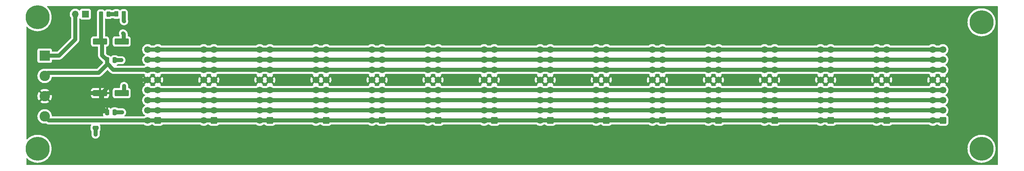
<source format=gbr>
%TF.GenerationSoftware,KiCad,Pcbnew,(6.0.0-0)*%
%TF.CreationDate,2022-11-09T21:07:35-05:00*%
%TF.ProjectId,POWER_DISTRIBUTION,504f5745-525f-4444-9953-545249425554,rev?*%
%TF.SameCoordinates,Original*%
%TF.FileFunction,Copper,L1,Top*%
%TF.FilePolarity,Positive*%
%FSLAX46Y46*%
G04 Gerber Fmt 4.6, Leading zero omitted, Abs format (unit mm)*
G04 Created by KiCad (PCBNEW (6.0.0-0)) date 2022-11-09 21:07:35*
%MOMM*%
%LPD*%
G01*
G04 APERTURE LIST*
G04 Aperture macros list*
%AMRoundRect*
0 Rectangle with rounded corners*
0 $1 Rounding radius*
0 $2 $3 $4 $5 $6 $7 $8 $9 X,Y pos of 4 corners*
0 Add a 4 corners polygon primitive as box body*
4,1,4,$2,$3,$4,$5,$6,$7,$8,$9,$2,$3,0*
0 Add four circle primitives for the rounded corners*
1,1,$1+$1,$2,$3*
1,1,$1+$1,$4,$5*
1,1,$1+$1,$6,$7*
1,1,$1+$1,$8,$9*
0 Add four rect primitives between the rounded corners*
20,1,$1+$1,$2,$3,$4,$5,0*
20,1,$1+$1,$4,$5,$6,$7,0*
20,1,$1+$1,$6,$7,$8,$9,0*
20,1,$1+$1,$8,$9,$2,$3,0*%
G04 Aperture macros list end*
%TA.AperFunction,ComponentPad*%
%ADD10C,0.800000*%
%TD*%
%TA.AperFunction,ComponentPad*%
%ADD11C,6.000000*%
%TD*%
%TA.AperFunction,ComponentPad*%
%ADD12RoundRect,0.250000X0.600000X0.600000X-0.600000X0.600000X-0.600000X-0.600000X0.600000X-0.600000X0*%
%TD*%
%TA.AperFunction,ComponentPad*%
%ADD13C,1.700000*%
%TD*%
%TA.AperFunction,SMDPad,CuDef*%
%ADD14RoundRect,0.250000X-1.500000X-0.550000X1.500000X-0.550000X1.500000X0.550000X-1.500000X0.550000X0*%
%TD*%
%TA.AperFunction,ComponentPad*%
%ADD15R,2.600000X2.600000*%
%TD*%
%TA.AperFunction,ComponentPad*%
%ADD16C,2.600000*%
%TD*%
%TA.AperFunction,SMDPad,CuDef*%
%ADD17RoundRect,0.250000X-0.250000X-0.475000X0.250000X-0.475000X0.250000X0.475000X-0.250000X0.475000X0*%
%TD*%
%TA.AperFunction,ComponentPad*%
%ADD18R,1.700000X1.700000*%
%TD*%
%TA.AperFunction,ComponentPad*%
%ADD19O,1.700000X1.700000*%
%TD*%
%TA.AperFunction,SMDPad,CuDef*%
%ADD20RoundRect,0.250000X-0.475000X0.250000X-0.475000X-0.250000X0.475000X-0.250000X0.475000X0.250000X0*%
%TD*%
%TA.AperFunction,SMDPad,CuDef*%
%ADD21RoundRect,0.243750X0.243750X0.456250X-0.243750X0.456250X-0.243750X-0.456250X0.243750X-0.456250X0*%
%TD*%
%TA.AperFunction,SMDPad,CuDef*%
%ADD22RoundRect,0.250000X-0.262500X-0.450000X0.262500X-0.450000X0.262500X0.450000X-0.262500X0.450000X0*%
%TD*%
%TA.AperFunction,ViaPad*%
%ADD23C,0.800000*%
%TD*%
%TA.AperFunction,Conductor*%
%ADD24C,1.000000*%
%TD*%
G04 APERTURE END LIST*
D10*
%TO.P,REF\u002A\u002A,1*%
%TO.N,N/C*%
X265750990Y-58994990D03*
D11*
X264160000Y-57404000D03*
D10*
X264160000Y-59654000D03*
X262569010Y-58994990D03*
X266410000Y-57404000D03*
X265750990Y-55813010D03*
X261910000Y-57404000D03*
X262569010Y-55813010D03*
X264160000Y-55154000D03*
%TD*%
D12*
%TO.P,J1,1,Pin_1*%
%TO.N,-12V*%
X114473856Y-82042000D03*
D13*
%TO.P,J1,2,Pin_2*%
X111933856Y-82042000D03*
%TO.P,J1,3,Pin_3*%
%TO.N,GND*%
X114473856Y-79502000D03*
%TO.P,J1,4,Pin_4*%
X111933856Y-79502000D03*
%TO.P,J1,5,Pin_5*%
X114473856Y-76962000D03*
%TO.P,J1,6,Pin_6*%
X111933856Y-76962000D03*
%TO.P,J1,7,Pin_7*%
X114473856Y-74422000D03*
%TO.P,J1,8,Pin_8*%
X111933856Y-74422000D03*
%TO.P,J1,9,Pin_9*%
%TO.N,+12V*%
X114473856Y-71882000D03*
%TO.P,J1,10,Pin_10*%
X111933856Y-71882000D03*
%TO.P,J1,11,Pin_11*%
%TO.N,+5V*%
X114473856Y-69342000D03*
%TO.P,J1,12,Pin_12*%
X111933856Y-69342000D03*
%TO.P,J1,13,Pin_13*%
%TO.N,CV*%
X114473856Y-66802000D03*
%TO.P,J1,14,Pin_14*%
X111933856Y-66802000D03*
%TO.P,J1,15,Pin_15*%
%TO.N,GATE*%
X114473856Y-64262000D03*
%TO.P,J1,16,Pin_16*%
X111933856Y-64262000D03*
%TD*%
D12*
%TO.P,J5,1,Pin_1*%
%TO.N,-12V*%
X240496032Y-82042000D03*
D13*
%TO.P,J5,2,Pin_2*%
X237956032Y-82042000D03*
%TO.P,J5,3,Pin_3*%
%TO.N,GND*%
X240496032Y-79502000D03*
%TO.P,J5,4,Pin_4*%
X237956032Y-79502000D03*
%TO.P,J5,5,Pin_5*%
X240496032Y-76962000D03*
%TO.P,J5,6,Pin_6*%
X237956032Y-76962000D03*
%TO.P,J5,7,Pin_7*%
X240496032Y-74422000D03*
%TO.P,J5,8,Pin_8*%
X237956032Y-74422000D03*
%TO.P,J5,9,Pin_9*%
%TO.N,+12V*%
X240496032Y-71882000D03*
%TO.P,J5,10,Pin_10*%
X237956032Y-71882000D03*
%TO.P,J5,11,Pin_11*%
%TO.N,+5V*%
X240496032Y-69342000D03*
%TO.P,J5,12,Pin_12*%
X237956032Y-69342000D03*
%TO.P,J5,13,Pin_13*%
%TO.N,CV*%
X240496032Y-66802000D03*
%TO.P,J5,14,Pin_14*%
X237956032Y-66802000D03*
%TO.P,J5,15,Pin_15*%
%TO.N,GATE*%
X240496032Y-64262000D03*
%TO.P,J5,16,Pin_16*%
X237956032Y-64262000D03*
%TD*%
D12*
%TO.P,J8,1,Pin_1*%
%TO.N,-12V*%
X226493568Y-82042000D03*
D13*
%TO.P,J8,2,Pin_2*%
X223953568Y-82042000D03*
%TO.P,J8,3,Pin_3*%
%TO.N,GND*%
X226493568Y-79502000D03*
%TO.P,J8,4,Pin_4*%
X223953568Y-79502000D03*
%TO.P,J8,5,Pin_5*%
X226493568Y-76962000D03*
%TO.P,J8,6,Pin_6*%
X223953568Y-76962000D03*
%TO.P,J8,7,Pin_7*%
X226493568Y-74422000D03*
%TO.P,J8,8,Pin_8*%
X223953568Y-74422000D03*
%TO.P,J8,9,Pin_9*%
%TO.N,+12V*%
X226493568Y-71882000D03*
%TO.P,J8,10,Pin_10*%
X223953568Y-71882000D03*
%TO.P,J8,11,Pin_11*%
%TO.N,+5V*%
X226493568Y-69342000D03*
%TO.P,J8,12,Pin_12*%
X223953568Y-69342000D03*
%TO.P,J8,13,Pin_13*%
%TO.N,CV*%
X226493568Y-66802000D03*
%TO.P,J8,14,Pin_14*%
X223953568Y-66802000D03*
%TO.P,J8,15,Pin_15*%
%TO.N,GATE*%
X226493568Y-64262000D03*
%TO.P,J8,16,Pin_16*%
X223953568Y-64262000D03*
%TD*%
D14*
%TO.P,C6,1*%
%TO.N,+5V*%
X44036000Y-62230000D03*
%TO.P,C6,2*%
%TO.N,GND*%
X49436000Y-62230000D03*
%TD*%
D15*
%TO.P,J13,1,Pin_1*%
%TO.N,Net-(J13-Pad1)*%
X30226000Y-65786000D03*
D16*
%TO.P,J13,2,Pin_2*%
%TO.N,+5V*%
X30226000Y-70866000D03*
%TO.P,J13,3,Pin_3*%
%TO.N,+12V*%
X30226000Y-75946000D03*
%TO.P,J13,4,Pin_4*%
%TO.N,-12V*%
X30226000Y-81026000D03*
%TD*%
D12*
%TO.P,J3,1,Pin_1*%
%TO.N,-12V*%
X72466464Y-82042000D03*
D13*
%TO.P,J3,2,Pin_2*%
X69926464Y-82042000D03*
%TO.P,J3,3,Pin_3*%
%TO.N,GND*%
X72466464Y-79502000D03*
%TO.P,J3,4,Pin_4*%
X69926464Y-79502000D03*
%TO.P,J3,5,Pin_5*%
X72466464Y-76962000D03*
%TO.P,J3,6,Pin_6*%
X69926464Y-76962000D03*
%TO.P,J3,7,Pin_7*%
X72466464Y-74422000D03*
%TO.P,J3,8,Pin_8*%
X69926464Y-74422000D03*
%TO.P,J3,9,Pin_9*%
%TO.N,+12V*%
X72466464Y-71882000D03*
%TO.P,J3,10,Pin_10*%
X69926464Y-71882000D03*
%TO.P,J3,11,Pin_11*%
%TO.N,+5V*%
X72466464Y-69342000D03*
%TO.P,J3,12,Pin_12*%
X69926464Y-69342000D03*
%TO.P,J3,13,Pin_13*%
%TO.N,CV*%
X72466464Y-66802000D03*
%TO.P,J3,14,Pin_14*%
X69926464Y-66802000D03*
%TO.P,J3,15,Pin_15*%
%TO.N,GATE*%
X72466464Y-64262000D03*
%TO.P,J3,16,Pin_16*%
X69926464Y-64262000D03*
%TD*%
D10*
%TO.P,REF\u002A\u002A,1*%
%TO.N,N/C*%
X264160000Y-91404000D03*
X264160000Y-86904000D03*
X262569010Y-90744990D03*
X265750990Y-87563010D03*
X262569010Y-87563010D03*
X265750990Y-90744990D03*
X266410000Y-89154000D03*
D11*
X264160000Y-89154000D03*
D10*
X261910000Y-89154000D03*
%TD*%
D17*
%TO.P,C5,1*%
%TO.N,+5V*%
X45786000Y-66924000D03*
%TO.P,C5,2*%
%TO.N,GND*%
X47686000Y-66924000D03*
%TD*%
D12*
%TO.P,J15,1,Pin_1*%
%TO.N,-12V*%
X198488640Y-82042000D03*
D13*
%TO.P,J15,2,Pin_2*%
X195948640Y-82042000D03*
%TO.P,J15,3,Pin_3*%
%TO.N,GND*%
X198488640Y-79502000D03*
%TO.P,J15,4,Pin_4*%
X195948640Y-79502000D03*
%TO.P,J15,5,Pin_5*%
X198488640Y-76962000D03*
%TO.P,J15,6,Pin_6*%
X195948640Y-76962000D03*
%TO.P,J15,7,Pin_7*%
X198488640Y-74422000D03*
%TO.P,J15,8,Pin_8*%
X195948640Y-74422000D03*
%TO.P,J15,9,Pin_9*%
%TO.N,+12V*%
X198488640Y-71882000D03*
%TO.P,J15,10,Pin_10*%
X195948640Y-71882000D03*
%TO.P,J15,11,Pin_11*%
%TO.N,+5V*%
X198488640Y-69342000D03*
%TO.P,J15,12,Pin_12*%
X195948640Y-69342000D03*
%TO.P,J15,13,Pin_13*%
%TO.N,CV*%
X198488640Y-66802000D03*
%TO.P,J15,14,Pin_14*%
X195948640Y-66802000D03*
%TO.P,J15,15,Pin_15*%
%TO.N,GATE*%
X198488640Y-64262000D03*
%TO.P,J15,16,Pin_16*%
X195948640Y-64262000D03*
%TD*%
D18*
%TO.P,SW1,1,A*%
%TO.N,GND*%
X40386000Y-55372000D03*
D19*
%TO.P,SW1,2,B*%
%TO.N,Net-(J13-Pad1)*%
X37846000Y-55372000D03*
%TD*%
D12*
%TO.P,J4,1,Pin_1*%
%TO.N,-12V*%
X184486176Y-82042000D03*
D13*
%TO.P,J4,2,Pin_2*%
X181946176Y-82042000D03*
%TO.P,J4,3,Pin_3*%
%TO.N,GND*%
X184486176Y-79502000D03*
%TO.P,J4,4,Pin_4*%
X181946176Y-79502000D03*
%TO.P,J4,5,Pin_5*%
X184486176Y-76962000D03*
%TO.P,J4,6,Pin_6*%
X181946176Y-76962000D03*
%TO.P,J4,7,Pin_7*%
X184486176Y-74422000D03*
%TO.P,J4,8,Pin_8*%
X181946176Y-74422000D03*
%TO.P,J4,9,Pin_9*%
%TO.N,+12V*%
X184486176Y-71882000D03*
%TO.P,J4,10,Pin_10*%
X181946176Y-71882000D03*
%TO.P,J4,11,Pin_11*%
%TO.N,+5V*%
X184486176Y-69342000D03*
%TO.P,J4,12,Pin_12*%
X181946176Y-69342000D03*
%TO.P,J4,13,Pin_13*%
%TO.N,CV*%
X184486176Y-66802000D03*
%TO.P,J4,14,Pin_14*%
X181946176Y-66802000D03*
%TO.P,J4,15,Pin_15*%
%TO.N,GATE*%
X184486176Y-64262000D03*
%TO.P,J4,16,Pin_16*%
X181946176Y-64262000D03*
%TD*%
D12*
%TO.P,J2,1,Pin_1*%
%TO.N,-12V*%
X212491104Y-82042000D03*
D13*
%TO.P,J2,2,Pin_2*%
X209951104Y-82042000D03*
%TO.P,J2,3,Pin_3*%
%TO.N,GND*%
X212491104Y-79502000D03*
%TO.P,J2,4,Pin_4*%
X209951104Y-79502000D03*
%TO.P,J2,5,Pin_5*%
X212491104Y-76962000D03*
%TO.P,J2,6,Pin_6*%
X209951104Y-76962000D03*
%TO.P,J2,7,Pin_7*%
X212491104Y-74422000D03*
%TO.P,J2,8,Pin_8*%
X209951104Y-74422000D03*
%TO.P,J2,9,Pin_9*%
%TO.N,+12V*%
X212491104Y-71882000D03*
%TO.P,J2,10,Pin_10*%
X209951104Y-71882000D03*
%TO.P,J2,11,Pin_11*%
%TO.N,+5V*%
X212491104Y-69342000D03*
%TO.P,J2,12,Pin_12*%
X209951104Y-69342000D03*
%TO.P,J2,13,Pin_13*%
%TO.N,CV*%
X212491104Y-66802000D03*
%TO.P,J2,14,Pin_14*%
X209951104Y-66802000D03*
%TO.P,J2,15,Pin_15*%
%TO.N,GATE*%
X212491104Y-64262000D03*
%TO.P,J2,16,Pin_16*%
X209951104Y-64262000D03*
%TD*%
D12*
%TO.P,J12,1,Pin_1*%
%TO.N,-12V*%
X142478784Y-82042000D03*
D13*
%TO.P,J12,2,Pin_2*%
X139938784Y-82042000D03*
%TO.P,J12,3,Pin_3*%
%TO.N,GND*%
X142478784Y-79502000D03*
%TO.P,J12,4,Pin_4*%
X139938784Y-79502000D03*
%TO.P,J12,5,Pin_5*%
X142478784Y-76962000D03*
%TO.P,J12,6,Pin_6*%
X139938784Y-76962000D03*
%TO.P,J12,7,Pin_7*%
X142478784Y-74422000D03*
%TO.P,J12,8,Pin_8*%
X139938784Y-74422000D03*
%TO.P,J12,9,Pin_9*%
%TO.N,+12V*%
X142478784Y-71882000D03*
%TO.P,J12,10,Pin_10*%
X139938784Y-71882000D03*
%TO.P,J12,11,Pin_11*%
%TO.N,+5V*%
X142478784Y-69342000D03*
%TO.P,J12,12,Pin_12*%
X139938784Y-69342000D03*
%TO.P,J12,13,Pin_13*%
%TO.N,CV*%
X142478784Y-66802000D03*
%TO.P,J12,14,Pin_14*%
X139938784Y-66802000D03*
%TO.P,J12,15,Pin_15*%
%TO.N,GATE*%
X142478784Y-64262000D03*
%TO.P,J12,16,Pin_16*%
X139938784Y-64262000D03*
%TD*%
D12*
%TO.P,J14,1,Pin_1*%
%TO.N,-12V*%
X100471392Y-82042000D03*
D13*
%TO.P,J14,2,Pin_2*%
X97931392Y-82042000D03*
%TO.P,J14,3,Pin_3*%
%TO.N,GND*%
X100471392Y-79502000D03*
%TO.P,J14,4,Pin_4*%
X97931392Y-79502000D03*
%TO.P,J14,5,Pin_5*%
X100471392Y-76962000D03*
%TO.P,J14,6,Pin_6*%
X97931392Y-76962000D03*
%TO.P,J14,7,Pin_7*%
X100471392Y-74422000D03*
%TO.P,J14,8,Pin_8*%
X97931392Y-74422000D03*
%TO.P,J14,9,Pin_9*%
%TO.N,+12V*%
X100471392Y-71882000D03*
%TO.P,J14,10,Pin_10*%
X97931392Y-71882000D03*
%TO.P,J14,11,Pin_11*%
%TO.N,+5V*%
X100471392Y-69342000D03*
%TO.P,J14,12,Pin_12*%
X97931392Y-69342000D03*
%TO.P,J14,13,Pin_13*%
%TO.N,CV*%
X100471392Y-66802000D03*
%TO.P,J14,14,Pin_14*%
X97931392Y-66802000D03*
%TO.P,J14,15,Pin_15*%
%TO.N,GATE*%
X100471392Y-64262000D03*
%TO.P,J14,16,Pin_16*%
X97931392Y-64262000D03*
%TD*%
D14*
%TO.P,C2,1*%
%TO.N,+12V*%
X44036000Y-75184000D03*
%TO.P,C2,2*%
%TO.N,GND*%
X49436000Y-75184000D03*
%TD*%
D10*
%TO.P,REF\u002A\u002A,1*%
%TO.N,N/C*%
X26198000Y-89154000D03*
X28448000Y-86904000D03*
D11*
X28448000Y-89154000D03*
D10*
X28448000Y-91404000D03*
X26857010Y-90744990D03*
X30038990Y-90744990D03*
X30698000Y-89154000D03*
X26857010Y-87563010D03*
X30038990Y-87563010D03*
%TD*%
D20*
%TO.P,C3,1*%
%TO.N,-12V*%
X42926000Y-82042000D03*
%TO.P,C3,2*%
%TO.N,GND*%
X42926000Y-83942000D03*
%TD*%
D12*
%TO.P,J11,1,Pin_1*%
%TO.N,-12V*%
X128476320Y-82042000D03*
D13*
%TO.P,J11,2,Pin_2*%
X125936320Y-82042000D03*
%TO.P,J11,3,Pin_3*%
%TO.N,GND*%
X128476320Y-79502000D03*
%TO.P,J11,4,Pin_4*%
X125936320Y-79502000D03*
%TO.P,J11,5,Pin_5*%
X128476320Y-76962000D03*
%TO.P,J11,6,Pin_6*%
X125936320Y-76962000D03*
%TO.P,J11,7,Pin_7*%
X128476320Y-74422000D03*
%TO.P,J11,8,Pin_8*%
X125936320Y-74422000D03*
%TO.P,J11,9,Pin_9*%
%TO.N,+12V*%
X128476320Y-71882000D03*
%TO.P,J11,10,Pin_10*%
X125936320Y-71882000D03*
%TO.P,J11,11,Pin_11*%
%TO.N,+5V*%
X128476320Y-69342000D03*
%TO.P,J11,12,Pin_12*%
X125936320Y-69342000D03*
%TO.P,J11,13,Pin_13*%
%TO.N,CV*%
X128476320Y-66802000D03*
%TO.P,J11,14,Pin_14*%
X125936320Y-66802000D03*
%TO.P,J11,15,Pin_15*%
%TO.N,GATE*%
X128476320Y-64262000D03*
%TO.P,J11,16,Pin_16*%
X125936320Y-64262000D03*
%TD*%
D17*
%TO.P,C4,1*%
%TO.N,+12V*%
X45786000Y-80010000D03*
%TO.P,C4,2*%
%TO.N,GND*%
X47686000Y-80010000D03*
%TD*%
D11*
%TO.P,REF\u002A\u002A,1*%
%TO.N,N/C*%
X28448000Y-56134000D03*
D10*
X28448000Y-53884000D03*
X28448000Y-58384000D03*
X30038990Y-54543010D03*
X26198000Y-56134000D03*
X30038990Y-57724990D03*
X26857010Y-57724990D03*
X30698000Y-56134000D03*
X26857010Y-54543010D03*
%TD*%
D21*
%TO.P,D1,1,K*%
%TO.N,Net-(D1-Pad1)*%
X46149500Y-55372000D03*
%TO.P,D1,2,A*%
%TO.N,+5V*%
X44274500Y-55372000D03*
%TD*%
D12*
%TO.P,J6,1,Pin_1*%
%TO.N,-12V*%
X58464000Y-82042000D03*
D13*
%TO.P,J6,2,Pin_2*%
X55924000Y-82042000D03*
%TO.P,J6,3,Pin_3*%
%TO.N,GND*%
X58464000Y-79502000D03*
%TO.P,J6,4,Pin_4*%
X55924000Y-79502000D03*
%TO.P,J6,5,Pin_5*%
X58464000Y-76962000D03*
%TO.P,J6,6,Pin_6*%
X55924000Y-76962000D03*
%TO.P,J6,7,Pin_7*%
X58464000Y-74422000D03*
%TO.P,J6,8,Pin_8*%
X55924000Y-74422000D03*
%TO.P,J6,9,Pin_9*%
%TO.N,+12V*%
X58464000Y-71882000D03*
%TO.P,J6,10,Pin_10*%
X55924000Y-71882000D03*
%TO.P,J6,11,Pin_11*%
%TO.N,+5V*%
X58464000Y-69342000D03*
%TO.P,J6,12,Pin_12*%
X55924000Y-69342000D03*
%TO.P,J6,13,Pin_13*%
%TO.N,CV*%
X58464000Y-66802000D03*
%TO.P,J6,14,Pin_14*%
X55924000Y-66802000D03*
%TO.P,J6,15,Pin_15*%
%TO.N,GATE*%
X58464000Y-64262000D03*
%TO.P,J6,16,Pin_16*%
X55924000Y-64262000D03*
%TD*%
D12*
%TO.P,J16,1,Pin_1*%
%TO.N,-12V*%
X254498500Y-82042000D03*
D13*
%TO.P,J16,2,Pin_2*%
X251958500Y-82042000D03*
%TO.P,J16,3,Pin_3*%
%TO.N,GND*%
X254498500Y-79502000D03*
%TO.P,J16,4,Pin_4*%
X251958500Y-79502000D03*
%TO.P,J16,5,Pin_5*%
X254498500Y-76962000D03*
%TO.P,J16,6,Pin_6*%
X251958500Y-76962000D03*
%TO.P,J16,7,Pin_7*%
X254498500Y-74422000D03*
%TO.P,J16,8,Pin_8*%
X251958500Y-74422000D03*
%TO.P,J16,9,Pin_9*%
%TO.N,+12V*%
X254498500Y-71882000D03*
%TO.P,J16,10,Pin_10*%
X251958500Y-71882000D03*
%TO.P,J16,11,Pin_11*%
%TO.N,+5V*%
X254498500Y-69342000D03*
%TO.P,J16,12,Pin_12*%
X251958500Y-69342000D03*
%TO.P,J16,13,Pin_13*%
%TO.N,CV*%
X254498500Y-66802000D03*
%TO.P,J16,14,Pin_14*%
X251958500Y-66802000D03*
%TO.P,J16,15,Pin_15*%
%TO.N,GATE*%
X254498500Y-64262000D03*
%TO.P,J16,16,Pin_16*%
X251958500Y-64262000D03*
%TD*%
D12*
%TO.P,J7,1,Pin_1*%
%TO.N,-12V*%
X170483712Y-82042000D03*
D13*
%TO.P,J7,2,Pin_2*%
X167943712Y-82042000D03*
%TO.P,J7,3,Pin_3*%
%TO.N,GND*%
X170483712Y-79502000D03*
%TO.P,J7,4,Pin_4*%
X167943712Y-79502000D03*
%TO.P,J7,5,Pin_5*%
X170483712Y-76962000D03*
%TO.P,J7,6,Pin_6*%
X167943712Y-76962000D03*
%TO.P,J7,7,Pin_7*%
X170483712Y-74422000D03*
%TO.P,J7,8,Pin_8*%
X167943712Y-74422000D03*
%TO.P,J7,9,Pin_9*%
%TO.N,+12V*%
X170483712Y-71882000D03*
%TO.P,J7,10,Pin_10*%
X167943712Y-71882000D03*
%TO.P,J7,11,Pin_11*%
%TO.N,+5V*%
X170483712Y-69342000D03*
%TO.P,J7,12,Pin_12*%
X167943712Y-69342000D03*
%TO.P,J7,13,Pin_13*%
%TO.N,CV*%
X170483712Y-66802000D03*
%TO.P,J7,14,Pin_14*%
X167943712Y-66802000D03*
%TO.P,J7,15,Pin_15*%
%TO.N,GATE*%
X170483712Y-64262000D03*
%TO.P,J7,16,Pin_16*%
X167943712Y-64262000D03*
%TD*%
D12*
%TO.P,J9,1,Pin_1*%
%TO.N,-12V*%
X156481248Y-82042000D03*
D13*
%TO.P,J9,2,Pin_2*%
X153941248Y-82042000D03*
%TO.P,J9,3,Pin_3*%
%TO.N,GND*%
X156481248Y-79502000D03*
%TO.P,J9,4,Pin_4*%
X153941248Y-79502000D03*
%TO.P,J9,5,Pin_5*%
X156481248Y-76962000D03*
%TO.P,J9,6,Pin_6*%
X153941248Y-76962000D03*
%TO.P,J9,7,Pin_7*%
X156481248Y-74422000D03*
%TO.P,J9,8,Pin_8*%
X153941248Y-74422000D03*
%TO.P,J9,9,Pin_9*%
%TO.N,+12V*%
X156481248Y-71882000D03*
%TO.P,J9,10,Pin_10*%
X153941248Y-71882000D03*
%TO.P,J9,11,Pin_11*%
%TO.N,+5V*%
X156481248Y-69342000D03*
%TO.P,J9,12,Pin_12*%
X153941248Y-69342000D03*
%TO.P,J9,13,Pin_13*%
%TO.N,CV*%
X156481248Y-66802000D03*
%TO.P,J9,14,Pin_14*%
X153941248Y-66802000D03*
%TO.P,J9,15,Pin_15*%
%TO.N,GATE*%
X156481248Y-64262000D03*
%TO.P,J9,16,Pin_16*%
X153941248Y-64262000D03*
%TD*%
D22*
%TO.P,R1,1*%
%TO.N,Net-(D1-Pad1)*%
X48109500Y-55327000D03*
%TO.P,R1,2*%
%TO.N,GND*%
X49934500Y-55327000D03*
%TD*%
D12*
%TO.P,J10,1,Pin_1*%
%TO.N,-12V*%
X86468928Y-82042000D03*
D13*
%TO.P,J10,2,Pin_2*%
X83928928Y-82042000D03*
%TO.P,J10,3,Pin_3*%
%TO.N,GND*%
X86468928Y-79502000D03*
%TO.P,J10,4,Pin_4*%
X83928928Y-79502000D03*
%TO.P,J10,5,Pin_5*%
X86468928Y-76962000D03*
%TO.P,J10,6,Pin_6*%
X83928928Y-76962000D03*
%TO.P,J10,7,Pin_7*%
X86468928Y-74422000D03*
%TO.P,J10,8,Pin_8*%
X83928928Y-74422000D03*
%TO.P,J10,9,Pin_9*%
%TO.N,+12V*%
X86468928Y-71882000D03*
%TO.P,J10,10,Pin_10*%
X83928928Y-71882000D03*
%TO.P,J10,11,Pin_11*%
%TO.N,+5V*%
X86468928Y-69342000D03*
%TO.P,J10,12,Pin_12*%
X83928928Y-69342000D03*
%TO.P,J10,13,Pin_13*%
%TO.N,CV*%
X86468928Y-66802000D03*
%TO.P,J10,14,Pin_14*%
X83928928Y-66802000D03*
%TO.P,J10,15,Pin_15*%
%TO.N,GATE*%
X86468928Y-64262000D03*
%TO.P,J10,16,Pin_16*%
X83928928Y-64262000D03*
%TD*%
D23*
%TO.N,GND*%
X50038000Y-57150000D03*
X42926000Y-85598000D03*
X50038000Y-73406000D03*
X49784000Y-60198000D03*
X49530000Y-80010000D03*
X49398000Y-66924000D03*
%TD*%
D24*
%TO.N,-12V*%
X30226000Y-81026000D02*
X31242000Y-82042000D01*
X31242000Y-82042000D02*
X55924000Y-82042000D01*
%TO.N,+12V*%
X44544000Y-75184000D02*
X44539000Y-75179000D01*
X30993000Y-75179000D02*
X30226000Y-75946000D01*
X44539000Y-75179000D02*
X30993000Y-75179000D01*
%TO.N,Net-(J13-Pad1)*%
X37846000Y-55372000D02*
X37846000Y-61722000D01*
X37846000Y-61722000D02*
X33782000Y-65786000D01*
X33782000Y-65786000D02*
X30226000Y-65786000D01*
%TO.N,+5V*%
X30226000Y-70866000D02*
X30993000Y-70099000D01*
X30993000Y-70099000D02*
X43693000Y-70099000D01*
X43693000Y-70099000D02*
X45786000Y-68006000D01*
X45786000Y-68006000D02*
X45786000Y-66924000D01*
%TO.N,+12V*%
X45720000Y-80010000D02*
X44544000Y-78834000D01*
X44544000Y-78834000D02*
X44544000Y-75184000D01*
X45786000Y-80010000D02*
X45720000Y-80010000D01*
%TO.N,GND*%
X47686000Y-80010000D02*
X49530000Y-80010000D01*
%TO.N,+5V*%
X45786000Y-66924000D02*
X45786000Y-67757000D01*
X45786000Y-67757000D02*
X47371000Y-69342000D01*
X47371000Y-69342000D02*
X55924000Y-69342000D01*
X44274500Y-61960500D02*
X44544000Y-62230000D01*
%TO.N,GND*%
X47686000Y-66924000D02*
X49398000Y-66924000D01*
%TO.N,+5V*%
X44274500Y-55372000D02*
X44274500Y-61960500D01*
X44544000Y-62230000D02*
X44544000Y-65682000D01*
X44544000Y-65682000D02*
X45786000Y-66924000D01*
%TO.N,GND*%
X49944000Y-60358000D02*
X49784000Y-60198000D01*
X49944000Y-62230000D02*
X49944000Y-60358000D01*
%TO.N,+12V*%
X44544000Y-75184000D02*
X47846000Y-71882000D01*
%TO.N,GND*%
X49944000Y-75184000D02*
X50038000Y-75090000D01*
%TO.N,+12V*%
X47846000Y-71882000D02*
X55924000Y-71882000D01*
%TO.N,GND*%
X50038000Y-75090000D02*
X50038000Y-73406000D01*
X49934500Y-55327000D02*
X49934500Y-57046500D01*
X42926000Y-85598000D02*
X42926000Y-83942000D01*
X55880000Y-79502000D02*
X254454500Y-79502000D01*
X254454500Y-76962000D02*
X55880000Y-76962000D01*
X49934500Y-57046500D02*
X50038000Y-57150000D01*
X55880000Y-74422000D02*
X254454500Y-74422000D01*
%TO.N,+5V*%
X55924000Y-69342000D02*
X254498500Y-69342000D01*
%TO.N,-12V*%
X254454500Y-82042000D02*
X55880000Y-82042000D01*
%TO.N,Net-(D1-Pad1)*%
X48064500Y-55372000D02*
X48109500Y-55327000D01*
X46149500Y-55372000D02*
X48064500Y-55372000D01*
%TO.N,CV*%
X254498500Y-66802000D02*
X55924000Y-66802000D01*
%TO.N,GATE*%
X55924000Y-64262000D02*
X254498500Y-64262000D01*
%TD*%
%TA.AperFunction,Conductor*%
%TO.N,+12V*%
G36*
X268166121Y-53360002D02*
G01*
X268212614Y-53413658D01*
X268224000Y-53466000D01*
X268224000Y-93092000D01*
X268203998Y-93160121D01*
X268150342Y-93206614D01*
X268098000Y-93218000D01*
X25780000Y-93218000D01*
X25711879Y-93197998D01*
X25665386Y-93144342D01*
X25654000Y-93092000D01*
X25654000Y-91625959D01*
X25674002Y-91557838D01*
X25727658Y-91511345D01*
X25797932Y-91501241D01*
X25862512Y-91530735D01*
X25869095Y-91536864D01*
X26097133Y-91764902D01*
X26382925Y-91996332D01*
X26691342Y-92196620D01*
X26694276Y-92198115D01*
X26694283Y-92198119D01*
X27016066Y-92362075D01*
X27019006Y-92363573D01*
X27362326Y-92495361D01*
X27717541Y-92590541D01*
X27910558Y-92621112D01*
X28077511Y-92647555D01*
X28077519Y-92647556D01*
X28080759Y-92648069D01*
X28448000Y-92667315D01*
X28815241Y-92648069D01*
X28818481Y-92647556D01*
X28818489Y-92647555D01*
X28985442Y-92621112D01*
X29178459Y-92590541D01*
X29533674Y-92495361D01*
X29876994Y-92363573D01*
X29879934Y-92362075D01*
X30201717Y-92198119D01*
X30201724Y-92198115D01*
X30204658Y-92196620D01*
X30513075Y-91996332D01*
X30798867Y-91764902D01*
X31058902Y-91504867D01*
X31290332Y-91219075D01*
X31490620Y-90910657D01*
X31657573Y-90582994D01*
X31789361Y-90239674D01*
X31884541Y-89884459D01*
X31942069Y-89521241D01*
X31961315Y-89154000D01*
X260646685Y-89154000D01*
X260665931Y-89521241D01*
X260723459Y-89884459D01*
X260818639Y-90239674D01*
X260950427Y-90582994D01*
X261117380Y-90910657D01*
X261317668Y-91219075D01*
X261549098Y-91504867D01*
X261809133Y-91764902D01*
X262094925Y-91996332D01*
X262403342Y-92196620D01*
X262406276Y-92198115D01*
X262406283Y-92198119D01*
X262728066Y-92362075D01*
X262731006Y-92363573D01*
X263074326Y-92495361D01*
X263429541Y-92590541D01*
X263622558Y-92621112D01*
X263789511Y-92647555D01*
X263789519Y-92647556D01*
X263792759Y-92648069D01*
X264160000Y-92667315D01*
X264527241Y-92648069D01*
X264530481Y-92647556D01*
X264530489Y-92647555D01*
X264697442Y-92621112D01*
X264890459Y-92590541D01*
X265245674Y-92495361D01*
X265588994Y-92363573D01*
X265591934Y-92362075D01*
X265913717Y-92198119D01*
X265913724Y-92198115D01*
X265916658Y-92196620D01*
X266225075Y-91996332D01*
X266510867Y-91764902D01*
X266770902Y-91504867D01*
X267002332Y-91219075D01*
X267202620Y-90910657D01*
X267369573Y-90582994D01*
X267501361Y-90239674D01*
X267596541Y-89884459D01*
X267654069Y-89521241D01*
X267673315Y-89154000D01*
X267654069Y-88786759D01*
X267596541Y-88423541D01*
X267501361Y-88068326D01*
X267369573Y-87725006D01*
X267202620Y-87397343D01*
X267002332Y-87088925D01*
X266770902Y-86803133D01*
X266510867Y-86543098D01*
X266225075Y-86311668D01*
X265997027Y-86163572D01*
X265919427Y-86113178D01*
X265919424Y-86113176D01*
X265916658Y-86111380D01*
X265913724Y-86109885D01*
X265913717Y-86109881D01*
X265591934Y-85945925D01*
X265588994Y-85944427D01*
X265245674Y-85812639D01*
X264890459Y-85717459D01*
X264697442Y-85686888D01*
X264530489Y-85660445D01*
X264530481Y-85660444D01*
X264527241Y-85659931D01*
X264160000Y-85640685D01*
X263792759Y-85659931D01*
X263789519Y-85660444D01*
X263789511Y-85660445D01*
X263622558Y-85686888D01*
X263429541Y-85717459D01*
X263074326Y-85812639D01*
X262731006Y-85944427D01*
X262728066Y-85945925D01*
X262406284Y-86109881D01*
X262406277Y-86109885D01*
X262403343Y-86111380D01*
X262400577Y-86113176D01*
X262400574Y-86113178D01*
X262312266Y-86170526D01*
X262094925Y-86311668D01*
X261809133Y-86543098D01*
X261549098Y-86803133D01*
X261317668Y-87088925D01*
X261117380Y-87397343D01*
X260950427Y-87725006D01*
X260818639Y-88068326D01*
X260723459Y-88423541D01*
X260665931Y-88786759D01*
X260646685Y-89154000D01*
X31961315Y-89154000D01*
X31942069Y-88786759D01*
X31884541Y-88423541D01*
X31789361Y-88068326D01*
X31657573Y-87725006D01*
X31490620Y-87397343D01*
X31290332Y-87088925D01*
X31058902Y-86803133D01*
X30798867Y-86543098D01*
X30513075Y-86311668D01*
X30285027Y-86163572D01*
X30207427Y-86113178D01*
X30207424Y-86113176D01*
X30204658Y-86111380D01*
X30201724Y-86109885D01*
X30201717Y-86109881D01*
X29879934Y-85945925D01*
X29876994Y-85944427D01*
X29533674Y-85812639D01*
X29178459Y-85717459D01*
X28985442Y-85686888D01*
X28818489Y-85660445D01*
X28818481Y-85660444D01*
X28815241Y-85659931D01*
X28448000Y-85640685D01*
X28080759Y-85659931D01*
X28077519Y-85660444D01*
X28077511Y-85660445D01*
X27910558Y-85686888D01*
X27717541Y-85717459D01*
X27362326Y-85812639D01*
X27019006Y-85944427D01*
X27016066Y-85945925D01*
X26694284Y-86109881D01*
X26694277Y-86109885D01*
X26691343Y-86111380D01*
X26688577Y-86113176D01*
X26688574Y-86113178D01*
X26600266Y-86170526D01*
X26382925Y-86311668D01*
X26097133Y-86543098D01*
X25869095Y-86771136D01*
X25806783Y-86805162D01*
X25735968Y-86800097D01*
X25679132Y-86757550D01*
X25654321Y-86691030D01*
X25654000Y-86682041D01*
X25654000Y-80978526D01*
X28413050Y-80978526D01*
X28413274Y-80983192D01*
X28413274Y-80983197D01*
X28419453Y-81111824D01*
X28425947Y-81247019D01*
X28478388Y-81510656D01*
X28569220Y-81763646D01*
X28696450Y-82000431D01*
X28699241Y-82004168D01*
X28699245Y-82004175D01*
X28811720Y-82154796D01*
X28857281Y-82215810D01*
X28860590Y-82219090D01*
X28860595Y-82219096D01*
X29044863Y-82401762D01*
X29048180Y-82405050D01*
X29051942Y-82407808D01*
X29051945Y-82407811D01*
X29261183Y-82561230D01*
X29264954Y-82563995D01*
X29269089Y-82566171D01*
X29269093Y-82566173D01*
X29498698Y-82686975D01*
X29502840Y-82689154D01*
X29756613Y-82777775D01*
X29761206Y-82778647D01*
X30016109Y-82827042D01*
X30016112Y-82827042D01*
X30020698Y-82827913D01*
X30148370Y-82832929D01*
X30284625Y-82838283D01*
X30284630Y-82838283D01*
X30289293Y-82838466D01*
X30408745Y-82825384D01*
X30530256Y-82812077D01*
X30600150Y-82824544D01*
X30624964Y-82840806D01*
X30664755Y-82874195D01*
X30664759Y-82874198D01*
X30669474Y-82878154D01*
X30674144Y-82880722D01*
X30678261Y-82884103D01*
X30736145Y-82915140D01*
X30760086Y-82927977D01*
X30761245Y-82928606D01*
X30837381Y-82970462D01*
X30837389Y-82970465D01*
X30842787Y-82973433D01*
X30847869Y-82975045D01*
X30852563Y-82977562D01*
X30941531Y-83004762D01*
X30942559Y-83005082D01*
X31031306Y-83033235D01*
X31036602Y-83033829D01*
X31041698Y-83035387D01*
X31134257Y-83044790D01*
X31135393Y-83044911D01*
X31169008Y-83048681D01*
X31181730Y-83050108D01*
X31181734Y-83050108D01*
X31185227Y-83050500D01*
X31188754Y-83050500D01*
X31189739Y-83050555D01*
X31195419Y-83051002D01*
X31224825Y-83053989D01*
X31232337Y-83054752D01*
X31232339Y-83054752D01*
X31238462Y-83055374D01*
X31284108Y-83051059D01*
X31295967Y-83050500D01*
X41729691Y-83050500D01*
X41797812Y-83070502D01*
X41844305Y-83124158D01*
X41854409Y-83194432D01*
X41836951Y-83242616D01*
X41771261Y-83349185D01*
X41758885Y-83369262D01*
X41703203Y-83537139D01*
X41692500Y-83641600D01*
X41692500Y-84242400D01*
X41703474Y-84348166D01*
X41759450Y-84515946D01*
X41852522Y-84666348D01*
X41857704Y-84671521D01*
X41857708Y-84671526D01*
X41880517Y-84694295D01*
X41914597Y-84756577D01*
X41917500Y-84783468D01*
X41917500Y-85647769D01*
X41917800Y-85650825D01*
X41917800Y-85650832D01*
X41918743Y-85660445D01*
X41931920Y-85794833D01*
X41989084Y-85984169D01*
X42081934Y-86158796D01*
X42152291Y-86245062D01*
X42203040Y-86307287D01*
X42203043Y-86307290D01*
X42206935Y-86312062D01*
X42211682Y-86315989D01*
X42211684Y-86315991D01*
X42354575Y-86434201D01*
X42354579Y-86434203D01*
X42359325Y-86438130D01*
X42533299Y-86532198D01*
X42722232Y-86590682D01*
X42728357Y-86591326D01*
X42728358Y-86591326D01*
X42912796Y-86610711D01*
X42912798Y-86610711D01*
X42918925Y-86611355D01*
X43001424Y-86603847D01*
X43109749Y-86593989D01*
X43109752Y-86593988D01*
X43115888Y-86593430D01*
X43121794Y-86591692D01*
X43121798Y-86591691D01*
X43226924Y-86560751D01*
X43305619Y-86537590D01*
X43311077Y-86534737D01*
X43311081Y-86534735D01*
X43401853Y-86487280D01*
X43480890Y-86445960D01*
X43635025Y-86322032D01*
X43643722Y-86311668D01*
X43654071Y-86299334D01*
X43762154Y-86170526D01*
X43765121Y-86165128D01*
X43765125Y-86165123D01*
X43854467Y-86002608D01*
X43857433Y-85997213D01*
X43859846Y-85989608D01*
X43915373Y-85814564D01*
X43915373Y-85814563D01*
X43917235Y-85808694D01*
X43934500Y-85654773D01*
X43934500Y-84783350D01*
X43954502Y-84715229D01*
X43971326Y-84694333D01*
X43995133Y-84670484D01*
X44000305Y-84665303D01*
X44093115Y-84514738D01*
X44148797Y-84346861D01*
X44159500Y-84242400D01*
X44159500Y-83641600D01*
X44148526Y-83535834D01*
X44092550Y-83368054D01*
X44015042Y-83242803D01*
X43996204Y-83174351D01*
X44017365Y-83106581D01*
X44071806Y-83061010D01*
X44122186Y-83050500D01*
X54966393Y-83050500D01*
X55034514Y-83070502D01*
X55046877Y-83079555D01*
X55142126Y-83158632D01*
X55335000Y-83271338D01*
X55543692Y-83351030D01*
X55548760Y-83352061D01*
X55548763Y-83352062D01*
X55656017Y-83373883D01*
X55762597Y-83395567D01*
X55767772Y-83395757D01*
X55767774Y-83395757D01*
X55980673Y-83403564D01*
X55980677Y-83403564D01*
X55985837Y-83403753D01*
X55990957Y-83403097D01*
X55990959Y-83403097D01*
X56202288Y-83376025D01*
X56202289Y-83376025D01*
X56207416Y-83375368D01*
X56212366Y-83373883D01*
X56416429Y-83312661D01*
X56416434Y-83312659D01*
X56421384Y-83311174D01*
X56621994Y-83212896D01*
X56803860Y-83083173D01*
X56806886Y-83080157D01*
X56871588Y-83051570D01*
X56887976Y-83050500D01*
X57154572Y-83050500D01*
X57222693Y-83070502D01*
X57256495Y-83104888D01*
X57257125Y-83104388D01*
X57261668Y-83110120D01*
X57265522Y-83116348D01*
X57390697Y-83241305D01*
X57396927Y-83245145D01*
X57396928Y-83245146D01*
X57534090Y-83329694D01*
X57541262Y-83334115D01*
X57595371Y-83352062D01*
X57702611Y-83387632D01*
X57702613Y-83387632D01*
X57709139Y-83389797D01*
X57715975Y-83390497D01*
X57715978Y-83390498D01*
X57755372Y-83394534D01*
X57813600Y-83400500D01*
X59114400Y-83400500D01*
X59117646Y-83400163D01*
X59117650Y-83400163D01*
X59213308Y-83390238D01*
X59213312Y-83390237D01*
X59220166Y-83389526D01*
X59226702Y-83387345D01*
X59226704Y-83387345D01*
X59358806Y-83343272D01*
X59387946Y-83333550D01*
X59538348Y-83240478D01*
X59663305Y-83115303D01*
X59667146Y-83109072D01*
X59671683Y-83103327D01*
X59673013Y-83104377D01*
X59719107Y-83062892D01*
X59773597Y-83050500D01*
X68968857Y-83050500D01*
X69036978Y-83070502D01*
X69049341Y-83079555D01*
X69144590Y-83158632D01*
X69337464Y-83271338D01*
X69546156Y-83351030D01*
X69551224Y-83352061D01*
X69551227Y-83352062D01*
X69658481Y-83373883D01*
X69765061Y-83395567D01*
X69770236Y-83395757D01*
X69770238Y-83395757D01*
X69983137Y-83403564D01*
X69983141Y-83403564D01*
X69988301Y-83403753D01*
X69993421Y-83403097D01*
X69993423Y-83403097D01*
X70204752Y-83376025D01*
X70204753Y-83376025D01*
X70209880Y-83375368D01*
X70214830Y-83373883D01*
X70418893Y-83312661D01*
X70418898Y-83312659D01*
X70423848Y-83311174D01*
X70624458Y-83212896D01*
X70806324Y-83083173D01*
X70809350Y-83080157D01*
X70874052Y-83051570D01*
X70890440Y-83050500D01*
X71157036Y-83050500D01*
X71225157Y-83070502D01*
X71258959Y-83104888D01*
X71259589Y-83104388D01*
X71264132Y-83110120D01*
X71267986Y-83116348D01*
X71393161Y-83241305D01*
X71399391Y-83245145D01*
X71399392Y-83245146D01*
X71536554Y-83329694D01*
X71543726Y-83334115D01*
X71597835Y-83352062D01*
X71705075Y-83387632D01*
X71705077Y-83387632D01*
X71711603Y-83389797D01*
X71718439Y-83390497D01*
X71718442Y-83390498D01*
X71757836Y-83394534D01*
X71816064Y-83400500D01*
X73116864Y-83400500D01*
X73120110Y-83400163D01*
X73120114Y-83400163D01*
X73215772Y-83390238D01*
X73215776Y-83390237D01*
X73222630Y-83389526D01*
X73229166Y-83387345D01*
X73229168Y-83387345D01*
X73361270Y-83343272D01*
X73390410Y-83333550D01*
X73540812Y-83240478D01*
X73665769Y-83115303D01*
X73669610Y-83109072D01*
X73674147Y-83103327D01*
X73675477Y-83104377D01*
X73721571Y-83062892D01*
X73776061Y-83050500D01*
X82971321Y-83050500D01*
X83039442Y-83070502D01*
X83051805Y-83079555D01*
X83147054Y-83158632D01*
X83339928Y-83271338D01*
X83548620Y-83351030D01*
X83553688Y-83352061D01*
X83553691Y-83352062D01*
X83660945Y-83373883D01*
X83767525Y-83395567D01*
X83772700Y-83395757D01*
X83772702Y-83395757D01*
X83985601Y-83403564D01*
X83985605Y-83403564D01*
X83990765Y-83403753D01*
X83995885Y-83403097D01*
X83995887Y-83403097D01*
X84207216Y-83376025D01*
X84207217Y-83376025D01*
X84212344Y-83375368D01*
X84217294Y-83373883D01*
X84421357Y-83312661D01*
X84421362Y-83312659D01*
X84426312Y-83311174D01*
X84626922Y-83212896D01*
X84808788Y-83083173D01*
X84811814Y-83080157D01*
X84876516Y-83051570D01*
X84892904Y-83050500D01*
X85159500Y-83050500D01*
X85227621Y-83070502D01*
X85261423Y-83104888D01*
X85262053Y-83104388D01*
X85266596Y-83110120D01*
X85270450Y-83116348D01*
X85395625Y-83241305D01*
X85401855Y-83245145D01*
X85401856Y-83245146D01*
X85539018Y-83329694D01*
X85546190Y-83334115D01*
X85600299Y-83352062D01*
X85707539Y-83387632D01*
X85707541Y-83387632D01*
X85714067Y-83389797D01*
X85720903Y-83390497D01*
X85720906Y-83390498D01*
X85760300Y-83394534D01*
X85818528Y-83400500D01*
X87119328Y-83400500D01*
X87122574Y-83400163D01*
X87122578Y-83400163D01*
X87218236Y-83390238D01*
X87218240Y-83390237D01*
X87225094Y-83389526D01*
X87231630Y-83387345D01*
X87231632Y-83387345D01*
X87363734Y-83343272D01*
X87392874Y-83333550D01*
X87543276Y-83240478D01*
X87668233Y-83115303D01*
X87672074Y-83109072D01*
X87676611Y-83103327D01*
X87677941Y-83104377D01*
X87724035Y-83062892D01*
X87778525Y-83050500D01*
X96973785Y-83050500D01*
X97041906Y-83070502D01*
X97054269Y-83079555D01*
X97149518Y-83158632D01*
X97342392Y-83271338D01*
X97551084Y-83351030D01*
X97556152Y-83352061D01*
X97556155Y-83352062D01*
X97663409Y-83373883D01*
X97769989Y-83395567D01*
X97775164Y-83395757D01*
X97775166Y-83395757D01*
X97988065Y-83403564D01*
X97988069Y-83403564D01*
X97993229Y-83403753D01*
X97998349Y-83403097D01*
X97998351Y-83403097D01*
X98209680Y-83376025D01*
X98209681Y-83376025D01*
X98214808Y-83375368D01*
X98219758Y-83373883D01*
X98423821Y-83312661D01*
X98423826Y-83312659D01*
X98428776Y-83311174D01*
X98629386Y-83212896D01*
X98811252Y-83083173D01*
X98814278Y-83080157D01*
X98878980Y-83051570D01*
X98895368Y-83050500D01*
X99161964Y-83050500D01*
X99230085Y-83070502D01*
X99263887Y-83104888D01*
X99264517Y-83104388D01*
X99269060Y-83110120D01*
X99272914Y-83116348D01*
X99398089Y-83241305D01*
X99404319Y-83245145D01*
X99404320Y-83245146D01*
X99541482Y-83329694D01*
X99548654Y-83334115D01*
X99602763Y-83352062D01*
X99710003Y-83387632D01*
X99710005Y-83387632D01*
X99716531Y-83389797D01*
X99723367Y-83390497D01*
X99723370Y-83390498D01*
X99762764Y-83394534D01*
X99820992Y-83400500D01*
X101121792Y-83400500D01*
X101125038Y-83400163D01*
X101125042Y-83400163D01*
X101220700Y-83390238D01*
X101220704Y-83390237D01*
X101227558Y-83389526D01*
X101234094Y-83387345D01*
X101234096Y-83387345D01*
X101366198Y-83343272D01*
X101395338Y-83333550D01*
X101545740Y-83240478D01*
X101670697Y-83115303D01*
X101674538Y-83109072D01*
X101679075Y-83103327D01*
X101680405Y-83104377D01*
X101726499Y-83062892D01*
X101780989Y-83050500D01*
X110976249Y-83050500D01*
X111044370Y-83070502D01*
X111056733Y-83079555D01*
X111151982Y-83158632D01*
X111344856Y-83271338D01*
X111553548Y-83351030D01*
X111558616Y-83352061D01*
X111558619Y-83352062D01*
X111665873Y-83373883D01*
X111772453Y-83395567D01*
X111777628Y-83395757D01*
X111777630Y-83395757D01*
X111990529Y-83403564D01*
X111990533Y-83403564D01*
X111995693Y-83403753D01*
X112000813Y-83403097D01*
X112000815Y-83403097D01*
X112212144Y-83376025D01*
X112212145Y-83376025D01*
X112217272Y-83375368D01*
X112222222Y-83373883D01*
X112426285Y-83312661D01*
X112426290Y-83312659D01*
X112431240Y-83311174D01*
X112631850Y-83212896D01*
X112813716Y-83083173D01*
X112816742Y-83080157D01*
X112881444Y-83051570D01*
X112897832Y-83050500D01*
X113164428Y-83050500D01*
X113232549Y-83070502D01*
X113266351Y-83104888D01*
X113266981Y-83104388D01*
X113271524Y-83110120D01*
X113275378Y-83116348D01*
X113400553Y-83241305D01*
X113406783Y-83245145D01*
X113406784Y-83245146D01*
X113543946Y-83329694D01*
X113551118Y-83334115D01*
X113605227Y-83352062D01*
X113712467Y-83387632D01*
X113712469Y-83387632D01*
X113718995Y-83389797D01*
X113725831Y-83390497D01*
X113725834Y-83390498D01*
X113765228Y-83394534D01*
X113823456Y-83400500D01*
X115124256Y-83400500D01*
X115127502Y-83400163D01*
X115127506Y-83400163D01*
X115223164Y-83390238D01*
X115223168Y-83390237D01*
X115230022Y-83389526D01*
X115236558Y-83387345D01*
X115236560Y-83387345D01*
X115368662Y-83343272D01*
X115397802Y-83333550D01*
X115548204Y-83240478D01*
X115673161Y-83115303D01*
X115677002Y-83109072D01*
X115681539Y-83103327D01*
X115682869Y-83104377D01*
X115728963Y-83062892D01*
X115783453Y-83050500D01*
X124978713Y-83050500D01*
X125046834Y-83070502D01*
X125059197Y-83079555D01*
X125154446Y-83158632D01*
X125347320Y-83271338D01*
X125556012Y-83351030D01*
X125561080Y-83352061D01*
X125561083Y-83352062D01*
X125668337Y-83373883D01*
X125774917Y-83395567D01*
X125780092Y-83395757D01*
X125780094Y-83395757D01*
X125992993Y-83403564D01*
X125992997Y-83403564D01*
X125998157Y-83403753D01*
X126003277Y-83403097D01*
X126003279Y-83403097D01*
X126214608Y-83376025D01*
X126214609Y-83376025D01*
X126219736Y-83375368D01*
X126224686Y-83373883D01*
X126428749Y-83312661D01*
X126428754Y-83312659D01*
X126433704Y-83311174D01*
X126634314Y-83212896D01*
X126816180Y-83083173D01*
X126819206Y-83080157D01*
X126883908Y-83051570D01*
X126900296Y-83050500D01*
X127166892Y-83050500D01*
X127235013Y-83070502D01*
X127268815Y-83104888D01*
X127269445Y-83104388D01*
X127273988Y-83110120D01*
X127277842Y-83116348D01*
X127403017Y-83241305D01*
X127409247Y-83245145D01*
X127409248Y-83245146D01*
X127546410Y-83329694D01*
X127553582Y-83334115D01*
X127607691Y-83352062D01*
X127714931Y-83387632D01*
X127714933Y-83387632D01*
X127721459Y-83389797D01*
X127728295Y-83390497D01*
X127728298Y-83390498D01*
X127767692Y-83394534D01*
X127825920Y-83400500D01*
X129126720Y-83400500D01*
X129129966Y-83400163D01*
X129129970Y-83400163D01*
X129225628Y-83390238D01*
X129225632Y-83390237D01*
X129232486Y-83389526D01*
X129239022Y-83387345D01*
X129239024Y-83387345D01*
X129371126Y-83343272D01*
X129400266Y-83333550D01*
X129550668Y-83240478D01*
X129675625Y-83115303D01*
X129679466Y-83109072D01*
X129684003Y-83103327D01*
X129685333Y-83104377D01*
X129731427Y-83062892D01*
X129785917Y-83050500D01*
X138981177Y-83050500D01*
X139049298Y-83070502D01*
X139061661Y-83079555D01*
X139156910Y-83158632D01*
X139349784Y-83271338D01*
X139558476Y-83351030D01*
X139563544Y-83352061D01*
X139563547Y-83352062D01*
X139670801Y-83373883D01*
X139777381Y-83395567D01*
X139782556Y-83395757D01*
X139782558Y-83395757D01*
X139995457Y-83403564D01*
X139995461Y-83403564D01*
X140000621Y-83403753D01*
X140005741Y-83403097D01*
X140005743Y-83403097D01*
X140217072Y-83376025D01*
X140217073Y-83376025D01*
X140222200Y-83375368D01*
X140227150Y-83373883D01*
X140431213Y-83312661D01*
X140431218Y-83312659D01*
X140436168Y-83311174D01*
X140636778Y-83212896D01*
X140818644Y-83083173D01*
X140821670Y-83080157D01*
X140886372Y-83051570D01*
X140902760Y-83050500D01*
X141169356Y-83050500D01*
X141237477Y-83070502D01*
X141271279Y-83104888D01*
X141271909Y-83104388D01*
X141276452Y-83110120D01*
X141280306Y-83116348D01*
X141405481Y-83241305D01*
X141411711Y-83245145D01*
X141411712Y-83245146D01*
X141548874Y-83329694D01*
X141556046Y-83334115D01*
X141610155Y-83352062D01*
X141717395Y-83387632D01*
X141717397Y-83387632D01*
X141723923Y-83389797D01*
X141730759Y-83390497D01*
X141730762Y-83390498D01*
X141770156Y-83394534D01*
X141828384Y-83400500D01*
X143129184Y-83400500D01*
X143132430Y-83400163D01*
X143132434Y-83400163D01*
X143228092Y-83390238D01*
X143228096Y-83390237D01*
X143234950Y-83389526D01*
X143241486Y-83387345D01*
X143241488Y-83387345D01*
X143373590Y-83343272D01*
X143402730Y-83333550D01*
X143553132Y-83240478D01*
X143678089Y-83115303D01*
X143681930Y-83109072D01*
X143686467Y-83103327D01*
X143687797Y-83104377D01*
X143733891Y-83062892D01*
X143788381Y-83050500D01*
X152983641Y-83050500D01*
X153051762Y-83070502D01*
X153064125Y-83079555D01*
X153159374Y-83158632D01*
X153352248Y-83271338D01*
X153560940Y-83351030D01*
X153566008Y-83352061D01*
X153566011Y-83352062D01*
X153673265Y-83373883D01*
X153779845Y-83395567D01*
X153785020Y-83395757D01*
X153785022Y-83395757D01*
X153997921Y-83403564D01*
X153997925Y-83403564D01*
X154003085Y-83403753D01*
X154008205Y-83403097D01*
X154008207Y-83403097D01*
X154219536Y-83376025D01*
X154219537Y-83376025D01*
X154224664Y-83375368D01*
X154229614Y-83373883D01*
X154433677Y-83312661D01*
X154433682Y-83312659D01*
X154438632Y-83311174D01*
X154639242Y-83212896D01*
X154821108Y-83083173D01*
X154824134Y-83080157D01*
X154888836Y-83051570D01*
X154905224Y-83050500D01*
X155171820Y-83050500D01*
X155239941Y-83070502D01*
X155273743Y-83104888D01*
X155274373Y-83104388D01*
X155278916Y-83110120D01*
X155282770Y-83116348D01*
X155407945Y-83241305D01*
X155414175Y-83245145D01*
X155414176Y-83245146D01*
X155551338Y-83329694D01*
X155558510Y-83334115D01*
X155612619Y-83352062D01*
X155719859Y-83387632D01*
X155719861Y-83387632D01*
X155726387Y-83389797D01*
X155733223Y-83390497D01*
X155733226Y-83390498D01*
X155772620Y-83394534D01*
X155830848Y-83400500D01*
X157131648Y-83400500D01*
X157134894Y-83400163D01*
X157134898Y-83400163D01*
X157230556Y-83390238D01*
X157230560Y-83390237D01*
X157237414Y-83389526D01*
X157243950Y-83387345D01*
X157243952Y-83387345D01*
X157376054Y-83343272D01*
X157405194Y-83333550D01*
X157555596Y-83240478D01*
X157680553Y-83115303D01*
X157684394Y-83109072D01*
X157688931Y-83103327D01*
X157690261Y-83104377D01*
X157736355Y-83062892D01*
X157790845Y-83050500D01*
X166986105Y-83050500D01*
X167054226Y-83070502D01*
X167066589Y-83079555D01*
X167161838Y-83158632D01*
X167354712Y-83271338D01*
X167563404Y-83351030D01*
X167568472Y-83352061D01*
X167568475Y-83352062D01*
X167675729Y-83373883D01*
X167782309Y-83395567D01*
X167787484Y-83395757D01*
X167787486Y-83395757D01*
X168000385Y-83403564D01*
X168000389Y-83403564D01*
X168005549Y-83403753D01*
X168010669Y-83403097D01*
X168010671Y-83403097D01*
X168222000Y-83376025D01*
X168222001Y-83376025D01*
X168227128Y-83375368D01*
X168232078Y-83373883D01*
X168436141Y-83312661D01*
X168436146Y-83312659D01*
X168441096Y-83311174D01*
X168641706Y-83212896D01*
X168823572Y-83083173D01*
X168826598Y-83080157D01*
X168891300Y-83051570D01*
X168907688Y-83050500D01*
X169174284Y-83050500D01*
X169242405Y-83070502D01*
X169276207Y-83104888D01*
X169276837Y-83104388D01*
X169281380Y-83110120D01*
X169285234Y-83116348D01*
X169410409Y-83241305D01*
X169416639Y-83245145D01*
X169416640Y-83245146D01*
X169553802Y-83329694D01*
X169560974Y-83334115D01*
X169615083Y-83352062D01*
X169722323Y-83387632D01*
X169722325Y-83387632D01*
X169728851Y-83389797D01*
X169735687Y-83390497D01*
X169735690Y-83390498D01*
X169775084Y-83394534D01*
X169833312Y-83400500D01*
X171134112Y-83400500D01*
X171137358Y-83400163D01*
X171137362Y-83400163D01*
X171233020Y-83390238D01*
X171233024Y-83390237D01*
X171239878Y-83389526D01*
X171246414Y-83387345D01*
X171246416Y-83387345D01*
X171378518Y-83343272D01*
X171407658Y-83333550D01*
X171558060Y-83240478D01*
X171683017Y-83115303D01*
X171686858Y-83109072D01*
X171691395Y-83103327D01*
X171692725Y-83104377D01*
X171738819Y-83062892D01*
X171793309Y-83050500D01*
X180988569Y-83050500D01*
X181056690Y-83070502D01*
X181069053Y-83079555D01*
X181164302Y-83158632D01*
X181357176Y-83271338D01*
X181565868Y-83351030D01*
X181570936Y-83352061D01*
X181570939Y-83352062D01*
X181678193Y-83373883D01*
X181784773Y-83395567D01*
X181789948Y-83395757D01*
X181789950Y-83395757D01*
X182002849Y-83403564D01*
X182002853Y-83403564D01*
X182008013Y-83403753D01*
X182013133Y-83403097D01*
X182013135Y-83403097D01*
X182224464Y-83376025D01*
X182224465Y-83376025D01*
X182229592Y-83375368D01*
X182234542Y-83373883D01*
X182438605Y-83312661D01*
X182438610Y-83312659D01*
X182443560Y-83311174D01*
X182644170Y-83212896D01*
X182826036Y-83083173D01*
X182829062Y-83080157D01*
X182893764Y-83051570D01*
X182910152Y-83050500D01*
X183176748Y-83050500D01*
X183244869Y-83070502D01*
X183278671Y-83104888D01*
X183279301Y-83104388D01*
X183283844Y-83110120D01*
X183287698Y-83116348D01*
X183412873Y-83241305D01*
X183419103Y-83245145D01*
X183419104Y-83245146D01*
X183556266Y-83329694D01*
X183563438Y-83334115D01*
X183617547Y-83352062D01*
X183724787Y-83387632D01*
X183724789Y-83387632D01*
X183731315Y-83389797D01*
X183738151Y-83390497D01*
X183738154Y-83390498D01*
X183777548Y-83394534D01*
X183835776Y-83400500D01*
X185136576Y-83400500D01*
X185139822Y-83400163D01*
X185139826Y-83400163D01*
X185235484Y-83390238D01*
X185235488Y-83390237D01*
X185242342Y-83389526D01*
X185248878Y-83387345D01*
X185248880Y-83387345D01*
X185380982Y-83343272D01*
X185410122Y-83333550D01*
X185560524Y-83240478D01*
X185685481Y-83115303D01*
X185689322Y-83109072D01*
X185693859Y-83103327D01*
X185695189Y-83104377D01*
X185741283Y-83062892D01*
X185795773Y-83050500D01*
X194991033Y-83050500D01*
X195059154Y-83070502D01*
X195071517Y-83079555D01*
X195166766Y-83158632D01*
X195359640Y-83271338D01*
X195568332Y-83351030D01*
X195573400Y-83352061D01*
X195573403Y-83352062D01*
X195680657Y-83373883D01*
X195787237Y-83395567D01*
X195792412Y-83395757D01*
X195792414Y-83395757D01*
X196005313Y-83403564D01*
X196005317Y-83403564D01*
X196010477Y-83403753D01*
X196015597Y-83403097D01*
X196015599Y-83403097D01*
X196226928Y-83376025D01*
X196226929Y-83376025D01*
X196232056Y-83375368D01*
X196237006Y-83373883D01*
X196441069Y-83312661D01*
X196441074Y-83312659D01*
X196446024Y-83311174D01*
X196646634Y-83212896D01*
X196828500Y-83083173D01*
X196831526Y-83080157D01*
X196896228Y-83051570D01*
X196912616Y-83050500D01*
X197179212Y-83050500D01*
X197247333Y-83070502D01*
X197281135Y-83104888D01*
X197281765Y-83104388D01*
X197286308Y-83110120D01*
X197290162Y-83116348D01*
X197415337Y-83241305D01*
X197421567Y-83245145D01*
X197421568Y-83245146D01*
X197558730Y-83329694D01*
X197565902Y-83334115D01*
X197620011Y-83352062D01*
X197727251Y-83387632D01*
X197727253Y-83387632D01*
X197733779Y-83389797D01*
X197740615Y-83390497D01*
X197740618Y-83390498D01*
X197780012Y-83394534D01*
X197838240Y-83400500D01*
X199139040Y-83400500D01*
X199142286Y-83400163D01*
X199142290Y-83400163D01*
X199237948Y-83390238D01*
X199237952Y-83390237D01*
X199244806Y-83389526D01*
X199251342Y-83387345D01*
X199251344Y-83387345D01*
X199383446Y-83343272D01*
X199412586Y-83333550D01*
X199562988Y-83240478D01*
X199687945Y-83115303D01*
X199691786Y-83109072D01*
X199696323Y-83103327D01*
X199697653Y-83104377D01*
X199743747Y-83062892D01*
X199798237Y-83050500D01*
X208993497Y-83050500D01*
X209061618Y-83070502D01*
X209073981Y-83079555D01*
X209169230Y-83158632D01*
X209362104Y-83271338D01*
X209570796Y-83351030D01*
X209575864Y-83352061D01*
X209575867Y-83352062D01*
X209683121Y-83373883D01*
X209789701Y-83395567D01*
X209794876Y-83395757D01*
X209794878Y-83395757D01*
X210007777Y-83403564D01*
X210007781Y-83403564D01*
X210012941Y-83403753D01*
X210018061Y-83403097D01*
X210018063Y-83403097D01*
X210229392Y-83376025D01*
X210229393Y-83376025D01*
X210234520Y-83375368D01*
X210239470Y-83373883D01*
X210443533Y-83312661D01*
X210443538Y-83312659D01*
X210448488Y-83311174D01*
X210649098Y-83212896D01*
X210830964Y-83083173D01*
X210833990Y-83080157D01*
X210898692Y-83051570D01*
X210915080Y-83050500D01*
X211181676Y-83050500D01*
X211249797Y-83070502D01*
X211283599Y-83104888D01*
X211284229Y-83104388D01*
X211288772Y-83110120D01*
X211292626Y-83116348D01*
X211417801Y-83241305D01*
X211424031Y-83245145D01*
X211424032Y-83245146D01*
X211561194Y-83329694D01*
X211568366Y-83334115D01*
X211622475Y-83352062D01*
X211729715Y-83387632D01*
X211729717Y-83387632D01*
X211736243Y-83389797D01*
X211743079Y-83390497D01*
X211743082Y-83390498D01*
X211782476Y-83394534D01*
X211840704Y-83400500D01*
X213141504Y-83400500D01*
X213144750Y-83400163D01*
X213144754Y-83400163D01*
X213240412Y-83390238D01*
X213240416Y-83390237D01*
X213247270Y-83389526D01*
X213253806Y-83387345D01*
X213253808Y-83387345D01*
X213385910Y-83343272D01*
X213415050Y-83333550D01*
X213565452Y-83240478D01*
X213690409Y-83115303D01*
X213694250Y-83109072D01*
X213698787Y-83103327D01*
X213700117Y-83104377D01*
X213746211Y-83062892D01*
X213800701Y-83050500D01*
X222995961Y-83050500D01*
X223064082Y-83070502D01*
X223076445Y-83079555D01*
X223171694Y-83158632D01*
X223364568Y-83271338D01*
X223573260Y-83351030D01*
X223578328Y-83352061D01*
X223578331Y-83352062D01*
X223685585Y-83373883D01*
X223792165Y-83395567D01*
X223797340Y-83395757D01*
X223797342Y-83395757D01*
X224010241Y-83403564D01*
X224010245Y-83403564D01*
X224015405Y-83403753D01*
X224020525Y-83403097D01*
X224020527Y-83403097D01*
X224231856Y-83376025D01*
X224231857Y-83376025D01*
X224236984Y-83375368D01*
X224241934Y-83373883D01*
X224445997Y-83312661D01*
X224446002Y-83312659D01*
X224450952Y-83311174D01*
X224651562Y-83212896D01*
X224833428Y-83083173D01*
X224836454Y-83080157D01*
X224901156Y-83051570D01*
X224917544Y-83050500D01*
X225184140Y-83050500D01*
X225252261Y-83070502D01*
X225286063Y-83104888D01*
X225286693Y-83104388D01*
X225291236Y-83110120D01*
X225295090Y-83116348D01*
X225420265Y-83241305D01*
X225426495Y-83245145D01*
X225426496Y-83245146D01*
X225563658Y-83329694D01*
X225570830Y-83334115D01*
X225624939Y-83352062D01*
X225732179Y-83387632D01*
X225732181Y-83387632D01*
X225738707Y-83389797D01*
X225745543Y-83390497D01*
X225745546Y-83390498D01*
X225784940Y-83394534D01*
X225843168Y-83400500D01*
X227143968Y-83400500D01*
X227147214Y-83400163D01*
X227147218Y-83400163D01*
X227242876Y-83390238D01*
X227242880Y-83390237D01*
X227249734Y-83389526D01*
X227256270Y-83387345D01*
X227256272Y-83387345D01*
X227388374Y-83343272D01*
X227417514Y-83333550D01*
X227567916Y-83240478D01*
X227692873Y-83115303D01*
X227696714Y-83109072D01*
X227701251Y-83103327D01*
X227702581Y-83104377D01*
X227748675Y-83062892D01*
X227803165Y-83050500D01*
X236998425Y-83050500D01*
X237066546Y-83070502D01*
X237078909Y-83079555D01*
X237174158Y-83158632D01*
X237367032Y-83271338D01*
X237575724Y-83351030D01*
X237580792Y-83352061D01*
X237580795Y-83352062D01*
X237688049Y-83373883D01*
X237794629Y-83395567D01*
X237799804Y-83395757D01*
X237799806Y-83395757D01*
X238012705Y-83403564D01*
X238012709Y-83403564D01*
X238017869Y-83403753D01*
X238022989Y-83403097D01*
X238022991Y-83403097D01*
X238234320Y-83376025D01*
X238234321Y-83376025D01*
X238239448Y-83375368D01*
X238244398Y-83373883D01*
X238448461Y-83312661D01*
X238448466Y-83312659D01*
X238453416Y-83311174D01*
X238654026Y-83212896D01*
X238835892Y-83083173D01*
X238838918Y-83080157D01*
X238903620Y-83051570D01*
X238920008Y-83050500D01*
X239186604Y-83050500D01*
X239254725Y-83070502D01*
X239288527Y-83104888D01*
X239289157Y-83104388D01*
X239293700Y-83110120D01*
X239297554Y-83116348D01*
X239422729Y-83241305D01*
X239428959Y-83245145D01*
X239428960Y-83245146D01*
X239566122Y-83329694D01*
X239573294Y-83334115D01*
X239627403Y-83352062D01*
X239734643Y-83387632D01*
X239734645Y-83387632D01*
X239741171Y-83389797D01*
X239748007Y-83390497D01*
X239748010Y-83390498D01*
X239787404Y-83394534D01*
X239845632Y-83400500D01*
X241146432Y-83400500D01*
X241149678Y-83400163D01*
X241149682Y-83400163D01*
X241245340Y-83390238D01*
X241245344Y-83390237D01*
X241252198Y-83389526D01*
X241258734Y-83387345D01*
X241258736Y-83387345D01*
X241390838Y-83343272D01*
X241419978Y-83333550D01*
X241570380Y-83240478D01*
X241695337Y-83115303D01*
X241699178Y-83109072D01*
X241703715Y-83103327D01*
X241705045Y-83104377D01*
X241751139Y-83062892D01*
X241805629Y-83050500D01*
X251000893Y-83050500D01*
X251069014Y-83070502D01*
X251081377Y-83079555D01*
X251176626Y-83158632D01*
X251369500Y-83271338D01*
X251578192Y-83351030D01*
X251583260Y-83352061D01*
X251583263Y-83352062D01*
X251690517Y-83373883D01*
X251797097Y-83395567D01*
X251802272Y-83395757D01*
X251802274Y-83395757D01*
X252015173Y-83403564D01*
X252015177Y-83403564D01*
X252020337Y-83403753D01*
X252025457Y-83403097D01*
X252025459Y-83403097D01*
X252236788Y-83376025D01*
X252236789Y-83376025D01*
X252241916Y-83375368D01*
X252246866Y-83373883D01*
X252450929Y-83312661D01*
X252450934Y-83312659D01*
X252455884Y-83311174D01*
X252656494Y-83212896D01*
X252838360Y-83083173D01*
X252841386Y-83080157D01*
X252906088Y-83051570D01*
X252922476Y-83050500D01*
X253189072Y-83050500D01*
X253257193Y-83070502D01*
X253290995Y-83104888D01*
X253291625Y-83104388D01*
X253296168Y-83110120D01*
X253300022Y-83116348D01*
X253425197Y-83241305D01*
X253431427Y-83245145D01*
X253431428Y-83245146D01*
X253568590Y-83329694D01*
X253575762Y-83334115D01*
X253629871Y-83352062D01*
X253737111Y-83387632D01*
X253737113Y-83387632D01*
X253743639Y-83389797D01*
X253750475Y-83390497D01*
X253750478Y-83390498D01*
X253789872Y-83394534D01*
X253848100Y-83400500D01*
X255148900Y-83400500D01*
X255152146Y-83400163D01*
X255152150Y-83400163D01*
X255247808Y-83390238D01*
X255247812Y-83390237D01*
X255254666Y-83389526D01*
X255261202Y-83387345D01*
X255261204Y-83387345D01*
X255393306Y-83343272D01*
X255422446Y-83333550D01*
X255572848Y-83240478D01*
X255697805Y-83115303D01*
X255719404Y-83080263D01*
X255786775Y-82970968D01*
X255786776Y-82970966D01*
X255790615Y-82964738D01*
X255835998Y-82827913D01*
X255844132Y-82803389D01*
X255844132Y-82803387D01*
X255846297Y-82796861D01*
X255857000Y-82692400D01*
X255857000Y-81391600D01*
X255846026Y-81285834D01*
X255790050Y-81118054D01*
X255696978Y-80967652D01*
X255571803Y-80842695D01*
X255556666Y-80833364D01*
X255455726Y-80771144D01*
X255421238Y-80749885D01*
X255414285Y-80747579D01*
X255413404Y-80747168D01*
X255360118Y-80700252D01*
X255340656Y-80631975D01*
X255361196Y-80564015D01*
X255379029Y-80543844D01*
X255378360Y-80543173D01*
X255532935Y-80389137D01*
X255536596Y-80385489D01*
X255596094Y-80302689D01*
X255663935Y-80208277D01*
X255666953Y-80204077D01*
X255756346Y-80023204D01*
X255763636Y-80008453D01*
X255763637Y-80008451D01*
X255765930Y-80003811D01*
X255830870Y-79790069D01*
X255860029Y-79568590D01*
X255861656Y-79502000D01*
X255843352Y-79279361D01*
X255788931Y-79062702D01*
X255699854Y-78857840D01*
X255653703Y-78786502D01*
X255581322Y-78674617D01*
X255581320Y-78674614D01*
X255578514Y-78670277D01*
X255428170Y-78505051D01*
X255424119Y-78501852D01*
X255424115Y-78501848D01*
X255256914Y-78369800D01*
X255256910Y-78369798D01*
X255252859Y-78366598D01*
X255211553Y-78343796D01*
X255161584Y-78293364D01*
X255146812Y-78223921D01*
X255171928Y-78157516D01*
X255199280Y-78130909D01*
X255243103Y-78099650D01*
X255378360Y-78003173D01*
X255391076Y-77990502D01*
X255532935Y-77849137D01*
X255536596Y-77845489D01*
X255596094Y-77762689D01*
X255663935Y-77668277D01*
X255666953Y-77664077D01*
X255669737Y-77658445D01*
X255763636Y-77468453D01*
X255763637Y-77468451D01*
X255765930Y-77463811D01*
X255830870Y-77250069D01*
X255860029Y-77028590D01*
X255860156Y-77023400D01*
X255861574Y-76965365D01*
X255861574Y-76965361D01*
X255861656Y-76962000D01*
X255843352Y-76739361D01*
X255788931Y-76522702D01*
X255699854Y-76317840D01*
X255632367Y-76213521D01*
X255581322Y-76134617D01*
X255581320Y-76134614D01*
X255578514Y-76130277D01*
X255428170Y-75965051D01*
X255424119Y-75961852D01*
X255424115Y-75961848D01*
X255256914Y-75829800D01*
X255256910Y-75829798D01*
X255252859Y-75826598D01*
X255211553Y-75803796D01*
X255161584Y-75753364D01*
X255146812Y-75683921D01*
X255171928Y-75617516D01*
X255199280Y-75590909D01*
X255243103Y-75559650D01*
X255378360Y-75463173D01*
X255391076Y-75450502D01*
X255532935Y-75309137D01*
X255536596Y-75305489D01*
X255596094Y-75222689D01*
X255663935Y-75128277D01*
X255666953Y-75124077D01*
X255763625Y-74928476D01*
X255763636Y-74928453D01*
X255763637Y-74928451D01*
X255765930Y-74923811D01*
X255830870Y-74710069D01*
X255860029Y-74488590D01*
X255860417Y-74472710D01*
X255861574Y-74425365D01*
X255861574Y-74425361D01*
X255861656Y-74422000D01*
X255843352Y-74199361D01*
X255788931Y-73982702D01*
X255699854Y-73777840D01*
X255578514Y-73590277D01*
X255428170Y-73425051D01*
X255424119Y-73421852D01*
X255424115Y-73421848D01*
X255256914Y-73289800D01*
X255256910Y-73289798D01*
X255252859Y-73286598D01*
X255211069Y-73263529D01*
X255161098Y-73213097D01*
X255146326Y-73143654D01*
X255171442Y-73077248D01*
X255198793Y-73050642D01*
X255247747Y-73015723D01*
X255256148Y-73005023D01*
X255249160Y-72991870D01*
X254511312Y-72254022D01*
X254497368Y-72246408D01*
X254495535Y-72246539D01*
X254488920Y-72250790D01*
X253745237Y-72994473D01*
X253738477Y-73006853D01*
X253743758Y-73013907D01*
X253790469Y-73041203D01*
X253839193Y-73092841D01*
X253852264Y-73162624D01*
X253825533Y-73228396D01*
X253785084Y-73261752D01*
X253772107Y-73268507D01*
X253767974Y-73271610D01*
X253767971Y-73271612D01*
X253612611Y-73388260D01*
X253546126Y-73413166D01*
X253536958Y-73413500D01*
X252917299Y-73413500D01*
X252849178Y-73393498D01*
X252839207Y-73386382D01*
X252716914Y-73289800D01*
X252716910Y-73289798D01*
X252712859Y-73286598D01*
X252671069Y-73263529D01*
X252621098Y-73213097D01*
X252606326Y-73143654D01*
X252631442Y-73077248D01*
X252658793Y-73050642D01*
X252707747Y-73015723D01*
X252716148Y-73005023D01*
X252709160Y-72991870D01*
X251971312Y-72254022D01*
X251957368Y-72246408D01*
X251955535Y-72246539D01*
X251948920Y-72250790D01*
X251205237Y-72994473D01*
X251198477Y-73006853D01*
X251203758Y-73013907D01*
X251250469Y-73041203D01*
X251299193Y-73092841D01*
X251312264Y-73162624D01*
X251285533Y-73228396D01*
X251245084Y-73261752D01*
X251232107Y-73268507D01*
X251227974Y-73271610D01*
X251227971Y-73271612D01*
X251072611Y-73388260D01*
X251006126Y-73413166D01*
X250996958Y-73413500D01*
X241454831Y-73413500D01*
X241386710Y-73393498D01*
X241376739Y-73386382D01*
X241254446Y-73289800D01*
X241254442Y-73289798D01*
X241250391Y-73286598D01*
X241208601Y-73263529D01*
X241158630Y-73213097D01*
X241143858Y-73143654D01*
X241168974Y-73077248D01*
X241196325Y-73050642D01*
X241245279Y-73015723D01*
X241253680Y-73005023D01*
X241246692Y-72991870D01*
X240508844Y-72254022D01*
X240494900Y-72246408D01*
X240493067Y-72246539D01*
X240486452Y-72250790D01*
X239742769Y-72994473D01*
X239736009Y-73006853D01*
X239741290Y-73013907D01*
X239788001Y-73041203D01*
X239836725Y-73092841D01*
X239849796Y-73162624D01*
X239823065Y-73228396D01*
X239782616Y-73261752D01*
X239769639Y-73268507D01*
X239765506Y-73271610D01*
X239765503Y-73271612D01*
X239610143Y-73388260D01*
X239543658Y-73413166D01*
X239534490Y-73413500D01*
X238914831Y-73413500D01*
X238846710Y-73393498D01*
X238836739Y-73386382D01*
X238714446Y-73289800D01*
X238714442Y-73289798D01*
X238710391Y-73286598D01*
X238668601Y-73263529D01*
X238618630Y-73213097D01*
X238603858Y-73143654D01*
X238628974Y-73077248D01*
X238656325Y-73050642D01*
X238705279Y-73015723D01*
X238713680Y-73005023D01*
X238706692Y-72991870D01*
X237968844Y-72254022D01*
X237954900Y-72246408D01*
X237953067Y-72246539D01*
X237946452Y-72250790D01*
X237202769Y-72994473D01*
X237196009Y-73006853D01*
X237201290Y-73013907D01*
X237248001Y-73041203D01*
X237296725Y-73092841D01*
X237309796Y-73162624D01*
X237283065Y-73228396D01*
X237242616Y-73261752D01*
X237229639Y-73268507D01*
X237225506Y-73271610D01*
X237225503Y-73271612D01*
X237070143Y-73388260D01*
X237003658Y-73413166D01*
X236994490Y-73413500D01*
X227452367Y-73413500D01*
X227384246Y-73393498D01*
X227374275Y-73386382D01*
X227251982Y-73289800D01*
X227251978Y-73289798D01*
X227247927Y-73286598D01*
X227206137Y-73263529D01*
X227156166Y-73213097D01*
X227141394Y-73143654D01*
X227166510Y-73077248D01*
X227193861Y-73050642D01*
X227242815Y-73015723D01*
X227251216Y-73005023D01*
X227244228Y-72991870D01*
X226506380Y-72254022D01*
X226492436Y-72246408D01*
X226490603Y-72246539D01*
X226483988Y-72250790D01*
X225740305Y-72994473D01*
X225733545Y-73006853D01*
X225738826Y-73013907D01*
X225785537Y-73041203D01*
X225834261Y-73092841D01*
X225847332Y-73162624D01*
X225820601Y-73228396D01*
X225780152Y-73261752D01*
X225767175Y-73268507D01*
X225763042Y-73271610D01*
X225763039Y-73271612D01*
X225607679Y-73388260D01*
X225541194Y-73413166D01*
X225532026Y-73413500D01*
X224912367Y-73413500D01*
X224844246Y-73393498D01*
X224834275Y-73386382D01*
X224711982Y-73289800D01*
X224711978Y-73289798D01*
X224707927Y-73286598D01*
X224666137Y-73263529D01*
X224616166Y-73213097D01*
X224601394Y-73143654D01*
X224626510Y-73077248D01*
X224653861Y-73050642D01*
X224702815Y-73015723D01*
X224711216Y-73005023D01*
X224704228Y-72991870D01*
X223966380Y-72254022D01*
X223952436Y-72246408D01*
X223950603Y-72246539D01*
X223943988Y-72250790D01*
X223200305Y-72994473D01*
X223193545Y-73006853D01*
X223198826Y-73013907D01*
X223245537Y-73041203D01*
X223294261Y-73092841D01*
X223307332Y-73162624D01*
X223280601Y-73228396D01*
X223240152Y-73261752D01*
X223227175Y-73268507D01*
X223223042Y-73271610D01*
X223223039Y-73271612D01*
X223067679Y-73388260D01*
X223001194Y-73413166D01*
X222992026Y-73413500D01*
X213449903Y-73413500D01*
X213381782Y-73393498D01*
X213371811Y-73386382D01*
X213249518Y-73289800D01*
X213249514Y-73289798D01*
X213245463Y-73286598D01*
X213203673Y-73263529D01*
X213153702Y-73213097D01*
X213138930Y-73143654D01*
X213164046Y-73077248D01*
X213191397Y-73050642D01*
X213240351Y-73015723D01*
X213248752Y-73005023D01*
X213241764Y-72991870D01*
X212503916Y-72254022D01*
X212489972Y-72246408D01*
X212488139Y-72246539D01*
X212481524Y-72250790D01*
X211737841Y-72994473D01*
X211731081Y-73006853D01*
X211736362Y-73013907D01*
X211783073Y-73041203D01*
X211831797Y-73092841D01*
X211844868Y-73162624D01*
X211818137Y-73228396D01*
X211777688Y-73261752D01*
X211764711Y-73268507D01*
X211760578Y-73271610D01*
X211760575Y-73271612D01*
X211605215Y-73388260D01*
X211538730Y-73413166D01*
X211529562Y-73413500D01*
X210909903Y-73413500D01*
X210841782Y-73393498D01*
X210831811Y-73386382D01*
X210709518Y-73289800D01*
X210709514Y-73289798D01*
X210705463Y-73286598D01*
X210663673Y-73263529D01*
X210613702Y-73213097D01*
X210598930Y-73143654D01*
X210624046Y-73077248D01*
X210651397Y-73050642D01*
X210700351Y-73015723D01*
X210708752Y-73005023D01*
X210701764Y-72991870D01*
X209963916Y-72254022D01*
X209949972Y-72246408D01*
X209948139Y-72246539D01*
X209941524Y-72250790D01*
X209197841Y-72994473D01*
X209191081Y-73006853D01*
X209196362Y-73013907D01*
X209243073Y-73041203D01*
X209291797Y-73092841D01*
X209304868Y-73162624D01*
X209278137Y-73228396D01*
X209237688Y-73261752D01*
X209224711Y-73268507D01*
X209220578Y-73271610D01*
X209220575Y-73271612D01*
X209065215Y-73388260D01*
X208998730Y-73413166D01*
X208989562Y-73413500D01*
X199447439Y-73413500D01*
X199379318Y-73393498D01*
X199369347Y-73386382D01*
X199247054Y-73289800D01*
X199247050Y-73289798D01*
X199242999Y-73286598D01*
X199201209Y-73263529D01*
X199151238Y-73213097D01*
X199136466Y-73143654D01*
X199161582Y-73077248D01*
X199188933Y-73050642D01*
X199237887Y-73015723D01*
X199246288Y-73005023D01*
X199239300Y-72991870D01*
X198501452Y-72254022D01*
X198487508Y-72246408D01*
X198485675Y-72246539D01*
X198479060Y-72250790D01*
X197735377Y-72994473D01*
X197728617Y-73006853D01*
X197733898Y-73013907D01*
X197780609Y-73041203D01*
X197829333Y-73092841D01*
X197842404Y-73162624D01*
X197815673Y-73228396D01*
X197775224Y-73261752D01*
X197762247Y-73268507D01*
X197758114Y-73271610D01*
X197758111Y-73271612D01*
X197602751Y-73388260D01*
X197536266Y-73413166D01*
X197527098Y-73413500D01*
X196907439Y-73413500D01*
X196839318Y-73393498D01*
X196829347Y-73386382D01*
X196707054Y-73289800D01*
X196707050Y-73289798D01*
X196702999Y-73286598D01*
X196661209Y-73263529D01*
X196611238Y-73213097D01*
X196596466Y-73143654D01*
X196621582Y-73077248D01*
X196648933Y-73050642D01*
X196697887Y-73015723D01*
X196706288Y-73005023D01*
X196699300Y-72991870D01*
X195961452Y-72254022D01*
X195947508Y-72246408D01*
X195945675Y-72246539D01*
X195939060Y-72250790D01*
X195195377Y-72994473D01*
X195188617Y-73006853D01*
X195193898Y-73013907D01*
X195240609Y-73041203D01*
X195289333Y-73092841D01*
X195302404Y-73162624D01*
X195275673Y-73228396D01*
X195235224Y-73261752D01*
X195222247Y-73268507D01*
X195218114Y-73271610D01*
X195218111Y-73271612D01*
X195062751Y-73388260D01*
X194996266Y-73413166D01*
X194987098Y-73413500D01*
X185444975Y-73413500D01*
X185376854Y-73393498D01*
X185366883Y-73386382D01*
X185244590Y-73289800D01*
X185244586Y-73289798D01*
X185240535Y-73286598D01*
X185198745Y-73263529D01*
X185148774Y-73213097D01*
X185134002Y-73143654D01*
X185159118Y-73077248D01*
X185186469Y-73050642D01*
X185235423Y-73015723D01*
X185243824Y-73005023D01*
X185236836Y-72991870D01*
X184498988Y-72254022D01*
X184485044Y-72246408D01*
X184483211Y-72246539D01*
X184476596Y-72250790D01*
X183732913Y-72994473D01*
X183726153Y-73006853D01*
X183731434Y-73013907D01*
X183778145Y-73041203D01*
X183826869Y-73092841D01*
X183839940Y-73162624D01*
X183813209Y-73228396D01*
X183772760Y-73261752D01*
X183759783Y-73268507D01*
X183755650Y-73271610D01*
X183755647Y-73271612D01*
X183600287Y-73388260D01*
X183533802Y-73413166D01*
X183524634Y-73413500D01*
X182904975Y-73413500D01*
X182836854Y-73393498D01*
X182826883Y-73386382D01*
X182704590Y-73289800D01*
X182704586Y-73289798D01*
X182700535Y-73286598D01*
X182658745Y-73263529D01*
X182608774Y-73213097D01*
X182594002Y-73143654D01*
X182619118Y-73077248D01*
X182646469Y-73050642D01*
X182695423Y-73015723D01*
X182703824Y-73005023D01*
X182696836Y-72991870D01*
X181958988Y-72254022D01*
X181945044Y-72246408D01*
X181943211Y-72246539D01*
X181936596Y-72250790D01*
X181192913Y-72994473D01*
X181186153Y-73006853D01*
X181191434Y-73013907D01*
X181238145Y-73041203D01*
X181286869Y-73092841D01*
X181299940Y-73162624D01*
X181273209Y-73228396D01*
X181232760Y-73261752D01*
X181219783Y-73268507D01*
X181215650Y-73271610D01*
X181215647Y-73271612D01*
X181060287Y-73388260D01*
X180993802Y-73413166D01*
X180984634Y-73413500D01*
X171442511Y-73413500D01*
X171374390Y-73393498D01*
X171364419Y-73386382D01*
X171242126Y-73289800D01*
X171242122Y-73289798D01*
X171238071Y-73286598D01*
X171196281Y-73263529D01*
X171146310Y-73213097D01*
X171131538Y-73143654D01*
X171156654Y-73077248D01*
X171184005Y-73050642D01*
X171232959Y-73015723D01*
X171241360Y-73005023D01*
X171234372Y-72991870D01*
X170496524Y-72254022D01*
X170482580Y-72246408D01*
X170480747Y-72246539D01*
X170474132Y-72250790D01*
X169730449Y-72994473D01*
X169723689Y-73006853D01*
X169728970Y-73013907D01*
X169775681Y-73041203D01*
X169824405Y-73092841D01*
X169837476Y-73162624D01*
X169810745Y-73228396D01*
X169770296Y-73261752D01*
X169757319Y-73268507D01*
X169753186Y-73271610D01*
X169753183Y-73271612D01*
X169597823Y-73388260D01*
X169531338Y-73413166D01*
X169522170Y-73413500D01*
X168902511Y-73413500D01*
X168834390Y-73393498D01*
X168824419Y-73386382D01*
X168702126Y-73289800D01*
X168702122Y-73289798D01*
X168698071Y-73286598D01*
X168656281Y-73263529D01*
X168606310Y-73213097D01*
X168591538Y-73143654D01*
X168616654Y-73077248D01*
X168644005Y-73050642D01*
X168692959Y-73015723D01*
X168701360Y-73005023D01*
X168694372Y-72991870D01*
X167956524Y-72254022D01*
X167942580Y-72246408D01*
X167940747Y-72246539D01*
X167934132Y-72250790D01*
X167190449Y-72994473D01*
X167183689Y-73006853D01*
X167188970Y-73013907D01*
X167235681Y-73041203D01*
X167284405Y-73092841D01*
X167297476Y-73162624D01*
X167270745Y-73228396D01*
X167230296Y-73261752D01*
X167217319Y-73268507D01*
X167213186Y-73271610D01*
X167213183Y-73271612D01*
X167057823Y-73388260D01*
X166991338Y-73413166D01*
X166982170Y-73413500D01*
X157440047Y-73413500D01*
X157371926Y-73393498D01*
X157361955Y-73386382D01*
X157239662Y-73289800D01*
X157239658Y-73289798D01*
X157235607Y-73286598D01*
X157193817Y-73263529D01*
X157143846Y-73213097D01*
X157129074Y-73143654D01*
X157154190Y-73077248D01*
X157181541Y-73050642D01*
X157230495Y-73015723D01*
X157238896Y-73005023D01*
X157231908Y-72991870D01*
X156494060Y-72254022D01*
X156480116Y-72246408D01*
X156478283Y-72246539D01*
X156471668Y-72250790D01*
X155727985Y-72994473D01*
X155721225Y-73006853D01*
X155726506Y-73013907D01*
X155773217Y-73041203D01*
X155821941Y-73092841D01*
X155835012Y-73162624D01*
X155808281Y-73228396D01*
X155767832Y-73261752D01*
X155754855Y-73268507D01*
X155750722Y-73271610D01*
X155750719Y-73271612D01*
X155595359Y-73388260D01*
X155528874Y-73413166D01*
X155519706Y-73413500D01*
X154900047Y-73413500D01*
X154831926Y-73393498D01*
X154821955Y-73386382D01*
X154699662Y-73289800D01*
X154699658Y-73289798D01*
X154695607Y-73286598D01*
X154653817Y-73263529D01*
X154603846Y-73213097D01*
X154589074Y-73143654D01*
X154614190Y-73077248D01*
X154641541Y-73050642D01*
X154690495Y-73015723D01*
X154698896Y-73005023D01*
X154691908Y-72991870D01*
X153954060Y-72254022D01*
X153940116Y-72246408D01*
X153938283Y-72246539D01*
X153931668Y-72250790D01*
X153187985Y-72994473D01*
X153181225Y-73006853D01*
X153186506Y-73013907D01*
X153233217Y-73041203D01*
X153281941Y-73092841D01*
X153295012Y-73162624D01*
X153268281Y-73228396D01*
X153227832Y-73261752D01*
X153214855Y-73268507D01*
X153210722Y-73271610D01*
X153210719Y-73271612D01*
X153055359Y-73388260D01*
X152988874Y-73413166D01*
X152979706Y-73413500D01*
X143437583Y-73413500D01*
X143369462Y-73393498D01*
X143359491Y-73386382D01*
X143237198Y-73289800D01*
X143237194Y-73289798D01*
X143233143Y-73286598D01*
X143191353Y-73263529D01*
X143141382Y-73213097D01*
X143126610Y-73143654D01*
X143151726Y-73077248D01*
X143179077Y-73050642D01*
X143228031Y-73015723D01*
X143236432Y-73005023D01*
X143229444Y-72991870D01*
X142491596Y-72254022D01*
X142477652Y-72246408D01*
X142475819Y-72246539D01*
X142469204Y-72250790D01*
X141725521Y-72994473D01*
X141718761Y-73006853D01*
X141724042Y-73013907D01*
X141770753Y-73041203D01*
X141819477Y-73092841D01*
X141832548Y-73162624D01*
X141805817Y-73228396D01*
X141765368Y-73261752D01*
X141752391Y-73268507D01*
X141748258Y-73271610D01*
X141748255Y-73271612D01*
X141592895Y-73388260D01*
X141526410Y-73413166D01*
X141517242Y-73413500D01*
X140897583Y-73413500D01*
X140829462Y-73393498D01*
X140819491Y-73386382D01*
X140697198Y-73289800D01*
X140697194Y-73289798D01*
X140693143Y-73286598D01*
X140651353Y-73263529D01*
X140601382Y-73213097D01*
X140586610Y-73143654D01*
X140611726Y-73077248D01*
X140639077Y-73050642D01*
X140688031Y-73015723D01*
X140696432Y-73005023D01*
X140689444Y-72991870D01*
X139951596Y-72254022D01*
X139937652Y-72246408D01*
X139935819Y-72246539D01*
X139929204Y-72250790D01*
X139185521Y-72994473D01*
X139178761Y-73006853D01*
X139184042Y-73013907D01*
X139230753Y-73041203D01*
X139279477Y-73092841D01*
X139292548Y-73162624D01*
X139265817Y-73228396D01*
X139225368Y-73261752D01*
X139212391Y-73268507D01*
X139208258Y-73271610D01*
X139208255Y-73271612D01*
X139052895Y-73388260D01*
X138986410Y-73413166D01*
X138977242Y-73413500D01*
X129435119Y-73413500D01*
X129366998Y-73393498D01*
X129357027Y-73386382D01*
X129234734Y-73289800D01*
X129234730Y-73289798D01*
X129230679Y-73286598D01*
X129188889Y-73263529D01*
X129138918Y-73213097D01*
X129124146Y-73143654D01*
X129149262Y-73077248D01*
X129176613Y-73050642D01*
X129225567Y-73015723D01*
X129233968Y-73005023D01*
X129226980Y-72991870D01*
X128489132Y-72254022D01*
X128475188Y-72246408D01*
X128473355Y-72246539D01*
X128466740Y-72250790D01*
X127723057Y-72994473D01*
X127716297Y-73006853D01*
X127721578Y-73013907D01*
X127768289Y-73041203D01*
X127817013Y-73092841D01*
X127830084Y-73162624D01*
X127803353Y-73228396D01*
X127762904Y-73261752D01*
X127749927Y-73268507D01*
X127745794Y-73271610D01*
X127745791Y-73271612D01*
X127590431Y-73388260D01*
X127523946Y-73413166D01*
X127514778Y-73413500D01*
X126895119Y-73413500D01*
X126826998Y-73393498D01*
X126817027Y-73386382D01*
X126694734Y-73289800D01*
X126694730Y-73289798D01*
X126690679Y-73286598D01*
X126648889Y-73263529D01*
X126598918Y-73213097D01*
X126584146Y-73143654D01*
X126609262Y-73077248D01*
X126636613Y-73050642D01*
X126685567Y-73015723D01*
X126693968Y-73005023D01*
X126686980Y-72991870D01*
X125949132Y-72254022D01*
X125935188Y-72246408D01*
X125933355Y-72246539D01*
X125926740Y-72250790D01*
X125183057Y-72994473D01*
X125176297Y-73006853D01*
X125181578Y-73013907D01*
X125228289Y-73041203D01*
X125277013Y-73092841D01*
X125290084Y-73162624D01*
X125263353Y-73228396D01*
X125222904Y-73261752D01*
X125209927Y-73268507D01*
X125205794Y-73271610D01*
X125205791Y-73271612D01*
X125050431Y-73388260D01*
X124983946Y-73413166D01*
X124974778Y-73413500D01*
X115432655Y-73413500D01*
X115364534Y-73393498D01*
X115354563Y-73386382D01*
X115232270Y-73289800D01*
X115232266Y-73289798D01*
X115228215Y-73286598D01*
X115186425Y-73263529D01*
X115136454Y-73213097D01*
X115121682Y-73143654D01*
X115146798Y-73077248D01*
X115174149Y-73050642D01*
X115223103Y-73015723D01*
X115231504Y-73005023D01*
X115224516Y-72991870D01*
X114486668Y-72254022D01*
X114472724Y-72246408D01*
X114470891Y-72246539D01*
X114464276Y-72250790D01*
X113720593Y-72994473D01*
X113713833Y-73006853D01*
X113719114Y-73013907D01*
X113765825Y-73041203D01*
X113814549Y-73092841D01*
X113827620Y-73162624D01*
X113800889Y-73228396D01*
X113760440Y-73261752D01*
X113747463Y-73268507D01*
X113743330Y-73271610D01*
X113743327Y-73271612D01*
X113587967Y-73388260D01*
X113521482Y-73413166D01*
X113512314Y-73413500D01*
X112892655Y-73413500D01*
X112824534Y-73393498D01*
X112814563Y-73386382D01*
X112692270Y-73289800D01*
X112692266Y-73289798D01*
X112688215Y-73286598D01*
X112646425Y-73263529D01*
X112596454Y-73213097D01*
X112581682Y-73143654D01*
X112606798Y-73077248D01*
X112634149Y-73050642D01*
X112683103Y-73015723D01*
X112691504Y-73005023D01*
X112684516Y-72991870D01*
X111946668Y-72254022D01*
X111932724Y-72246408D01*
X111930891Y-72246539D01*
X111924276Y-72250790D01*
X111180593Y-72994473D01*
X111173833Y-73006853D01*
X111179114Y-73013907D01*
X111225825Y-73041203D01*
X111274549Y-73092841D01*
X111287620Y-73162624D01*
X111260889Y-73228396D01*
X111220440Y-73261752D01*
X111207463Y-73268507D01*
X111203330Y-73271610D01*
X111203327Y-73271612D01*
X111047967Y-73388260D01*
X110981482Y-73413166D01*
X110972314Y-73413500D01*
X101430191Y-73413500D01*
X101362070Y-73393498D01*
X101352099Y-73386382D01*
X101229806Y-73289800D01*
X101229802Y-73289798D01*
X101225751Y-73286598D01*
X101183961Y-73263529D01*
X101133990Y-73213097D01*
X101119218Y-73143654D01*
X101144334Y-73077248D01*
X101171685Y-73050642D01*
X101220639Y-73015723D01*
X101229040Y-73005023D01*
X101222052Y-72991870D01*
X100484204Y-72254022D01*
X100470260Y-72246408D01*
X100468427Y-72246539D01*
X100461812Y-72250790D01*
X99718129Y-72994473D01*
X99711369Y-73006853D01*
X99716650Y-73013907D01*
X99763361Y-73041203D01*
X99812085Y-73092841D01*
X99825156Y-73162624D01*
X99798425Y-73228396D01*
X99757976Y-73261752D01*
X99744999Y-73268507D01*
X99740866Y-73271610D01*
X99740863Y-73271612D01*
X99585503Y-73388260D01*
X99519018Y-73413166D01*
X99509850Y-73413500D01*
X98890191Y-73413500D01*
X98822070Y-73393498D01*
X98812099Y-73386382D01*
X98689806Y-73289800D01*
X98689802Y-73289798D01*
X98685751Y-73286598D01*
X98643961Y-73263529D01*
X98593990Y-73213097D01*
X98579218Y-73143654D01*
X98604334Y-73077248D01*
X98631685Y-73050642D01*
X98680639Y-73015723D01*
X98689040Y-73005023D01*
X98682052Y-72991870D01*
X97944204Y-72254022D01*
X97930260Y-72246408D01*
X97928427Y-72246539D01*
X97921812Y-72250790D01*
X97178129Y-72994473D01*
X97171369Y-73006853D01*
X97176650Y-73013907D01*
X97223361Y-73041203D01*
X97272085Y-73092841D01*
X97285156Y-73162624D01*
X97258425Y-73228396D01*
X97217976Y-73261752D01*
X97204999Y-73268507D01*
X97200866Y-73271610D01*
X97200863Y-73271612D01*
X97045503Y-73388260D01*
X96979018Y-73413166D01*
X96969850Y-73413500D01*
X87427727Y-73413500D01*
X87359606Y-73393498D01*
X87349635Y-73386382D01*
X87227342Y-73289800D01*
X87227338Y-73289798D01*
X87223287Y-73286598D01*
X87181497Y-73263529D01*
X87131526Y-73213097D01*
X87116754Y-73143654D01*
X87141870Y-73077248D01*
X87169221Y-73050642D01*
X87218175Y-73015723D01*
X87226576Y-73005023D01*
X87219588Y-72991870D01*
X86481740Y-72254022D01*
X86467796Y-72246408D01*
X86465963Y-72246539D01*
X86459348Y-72250790D01*
X85715665Y-72994473D01*
X85708905Y-73006853D01*
X85714186Y-73013907D01*
X85760897Y-73041203D01*
X85809621Y-73092841D01*
X85822692Y-73162624D01*
X85795961Y-73228396D01*
X85755512Y-73261752D01*
X85742535Y-73268507D01*
X85738402Y-73271610D01*
X85738399Y-73271612D01*
X85583039Y-73388260D01*
X85516554Y-73413166D01*
X85507386Y-73413500D01*
X84887727Y-73413500D01*
X84819606Y-73393498D01*
X84809635Y-73386382D01*
X84687342Y-73289800D01*
X84687338Y-73289798D01*
X84683287Y-73286598D01*
X84641497Y-73263529D01*
X84591526Y-73213097D01*
X84576754Y-73143654D01*
X84601870Y-73077248D01*
X84629221Y-73050642D01*
X84678175Y-73015723D01*
X84686576Y-73005023D01*
X84679588Y-72991870D01*
X83941740Y-72254022D01*
X83927796Y-72246408D01*
X83925963Y-72246539D01*
X83919348Y-72250790D01*
X83175665Y-72994473D01*
X83168905Y-73006853D01*
X83174186Y-73013907D01*
X83220897Y-73041203D01*
X83269621Y-73092841D01*
X83282692Y-73162624D01*
X83255961Y-73228396D01*
X83215512Y-73261752D01*
X83202535Y-73268507D01*
X83198402Y-73271610D01*
X83198399Y-73271612D01*
X83043039Y-73388260D01*
X82976554Y-73413166D01*
X82967386Y-73413500D01*
X73425263Y-73413500D01*
X73357142Y-73393498D01*
X73347171Y-73386382D01*
X73224878Y-73289800D01*
X73224874Y-73289798D01*
X73220823Y-73286598D01*
X73179033Y-73263529D01*
X73129062Y-73213097D01*
X73114290Y-73143654D01*
X73139406Y-73077248D01*
X73166757Y-73050642D01*
X73215711Y-73015723D01*
X73224112Y-73005023D01*
X73217124Y-72991870D01*
X72479276Y-72254022D01*
X72465332Y-72246408D01*
X72463499Y-72246539D01*
X72456884Y-72250790D01*
X71713201Y-72994473D01*
X71706441Y-73006853D01*
X71711722Y-73013907D01*
X71758433Y-73041203D01*
X71807157Y-73092841D01*
X71820228Y-73162624D01*
X71793497Y-73228396D01*
X71753048Y-73261752D01*
X71740071Y-73268507D01*
X71735938Y-73271610D01*
X71735935Y-73271612D01*
X71580575Y-73388260D01*
X71514090Y-73413166D01*
X71504922Y-73413500D01*
X70885263Y-73413500D01*
X70817142Y-73393498D01*
X70807171Y-73386382D01*
X70684878Y-73289800D01*
X70684874Y-73289798D01*
X70680823Y-73286598D01*
X70639033Y-73263529D01*
X70589062Y-73213097D01*
X70574290Y-73143654D01*
X70599406Y-73077248D01*
X70626757Y-73050642D01*
X70675711Y-73015723D01*
X70684112Y-73005023D01*
X70677124Y-72991870D01*
X69939276Y-72254022D01*
X69925332Y-72246408D01*
X69923499Y-72246539D01*
X69916884Y-72250790D01*
X69173201Y-72994473D01*
X69166441Y-73006853D01*
X69171722Y-73013907D01*
X69218433Y-73041203D01*
X69267157Y-73092841D01*
X69280228Y-73162624D01*
X69253497Y-73228396D01*
X69213048Y-73261752D01*
X69200071Y-73268507D01*
X69195938Y-73271610D01*
X69195935Y-73271612D01*
X69040575Y-73388260D01*
X68974090Y-73413166D01*
X68964922Y-73413500D01*
X59422799Y-73413500D01*
X59354678Y-73393498D01*
X59344707Y-73386382D01*
X59222414Y-73289800D01*
X59222410Y-73289798D01*
X59218359Y-73286598D01*
X59176569Y-73263529D01*
X59126598Y-73213097D01*
X59111826Y-73143654D01*
X59136942Y-73077248D01*
X59164293Y-73050642D01*
X59213247Y-73015723D01*
X59221648Y-73005023D01*
X59214660Y-72991870D01*
X58476812Y-72254022D01*
X58462868Y-72246408D01*
X58461035Y-72246539D01*
X58454420Y-72250790D01*
X57710737Y-72994473D01*
X57703977Y-73006853D01*
X57709258Y-73013907D01*
X57755969Y-73041203D01*
X57804693Y-73092841D01*
X57817764Y-73162624D01*
X57791033Y-73228396D01*
X57750584Y-73261752D01*
X57737607Y-73268507D01*
X57733474Y-73271610D01*
X57733471Y-73271612D01*
X57578111Y-73388260D01*
X57511626Y-73413166D01*
X57502458Y-73413500D01*
X56882799Y-73413500D01*
X56814678Y-73393498D01*
X56804707Y-73386382D01*
X56682414Y-73289800D01*
X56682410Y-73289798D01*
X56678359Y-73286598D01*
X56636569Y-73263529D01*
X56586598Y-73213097D01*
X56571826Y-73143654D01*
X56596942Y-73077248D01*
X56624293Y-73050642D01*
X56673247Y-73015723D01*
X56681648Y-73005023D01*
X56674660Y-72991870D01*
X55936812Y-72254022D01*
X55922868Y-72246408D01*
X55921035Y-72246539D01*
X55914420Y-72250790D01*
X55170737Y-72994473D01*
X55163977Y-73006853D01*
X55169258Y-73013907D01*
X55215969Y-73041203D01*
X55264693Y-73092841D01*
X55277764Y-73162624D01*
X55251033Y-73228396D01*
X55210584Y-73261752D01*
X55197607Y-73268507D01*
X55193474Y-73271610D01*
X55193471Y-73271612D01*
X55031134Y-73393498D01*
X55018965Y-73402635D01*
X54864629Y-73564138D01*
X54738743Y-73748680D01*
X54706742Y-73817621D01*
X54649061Y-73941885D01*
X54644688Y-73951305D01*
X54584989Y-74166570D01*
X54561251Y-74388695D01*
X54561548Y-74393848D01*
X54561548Y-74393851D01*
X54572307Y-74580438D01*
X54574110Y-74611715D01*
X54575247Y-74616761D01*
X54575248Y-74616767D01*
X54595119Y-74704939D01*
X54623222Y-74829639D01*
X54707266Y-75036616D01*
X54823987Y-75227088D01*
X54970250Y-75395938D01*
X55142126Y-75538632D01*
X55202614Y-75573978D01*
X55215445Y-75581476D01*
X55264169Y-75633114D01*
X55277240Y-75702897D01*
X55250509Y-75768669D01*
X55210055Y-75802027D01*
X55197607Y-75808507D01*
X55193474Y-75811610D01*
X55193471Y-75811612D01*
X55023100Y-75939530D01*
X55018965Y-75942635D01*
X55003506Y-75958812D01*
X54909926Y-76056738D01*
X54864629Y-76104138D01*
X54861715Y-76108410D01*
X54861714Y-76108411D01*
X54790013Y-76213521D01*
X54738743Y-76288680D01*
X54720429Y-76328134D01*
X54647088Y-76486135D01*
X54644688Y-76491305D01*
X54584989Y-76706570D01*
X54561251Y-76928695D01*
X54561548Y-76933848D01*
X54561548Y-76933851D01*
X54567202Y-77031908D01*
X54574110Y-77151715D01*
X54575247Y-77156761D01*
X54575248Y-77156767D01*
X54595119Y-77244939D01*
X54623222Y-77369639D01*
X54707266Y-77576616D01*
X54709965Y-77581020D01*
X54812044Y-77747598D01*
X54823987Y-77767088D01*
X54970250Y-77935938D01*
X55142126Y-78078632D01*
X55212595Y-78119811D01*
X55215445Y-78121476D01*
X55264169Y-78173114D01*
X55277240Y-78242897D01*
X55250509Y-78308669D01*
X55210055Y-78342027D01*
X55197607Y-78348507D01*
X55193474Y-78351610D01*
X55193471Y-78351612D01*
X55031134Y-78473498D01*
X55018965Y-78482635D01*
X54864629Y-78644138D01*
X54738743Y-78828680D01*
X54723003Y-78862590D01*
X54649645Y-79020627D01*
X54644688Y-79031305D01*
X54584989Y-79246570D01*
X54584440Y-79251707D01*
X54583456Y-79260913D01*
X54561251Y-79468695D01*
X54561548Y-79473848D01*
X54561548Y-79473851D01*
X54573812Y-79686547D01*
X54574110Y-79691715D01*
X54575247Y-79696761D01*
X54575248Y-79696767D01*
X54595119Y-79784939D01*
X54623222Y-79909639D01*
X54707266Y-80116616D01*
X54709965Y-80121020D01*
X54788754Y-80249592D01*
X54823987Y-80307088D01*
X54970250Y-80475938D01*
X55142126Y-80618632D01*
X55191699Y-80647600D01*
X55215445Y-80661476D01*
X55264169Y-80713114D01*
X55277240Y-80782897D01*
X55250509Y-80848669D01*
X55210055Y-80882027D01*
X55197607Y-80888507D01*
X55193474Y-80891610D01*
X55193471Y-80891612D01*
X55038111Y-81008260D01*
X54971626Y-81033166D01*
X54962458Y-81033500D01*
X50224637Y-81033500D01*
X50156516Y-81013498D01*
X50110023Y-80959842D01*
X50099919Y-80889568D01*
X50129413Y-80824988D01*
X50145001Y-80809857D01*
X50239287Y-80732960D01*
X50239290Y-80732957D01*
X50244062Y-80729065D01*
X50264980Y-80703780D01*
X50366201Y-80581425D01*
X50366203Y-80581421D01*
X50370130Y-80576675D01*
X50464198Y-80402701D01*
X50522682Y-80213768D01*
X50524270Y-80198658D01*
X50542711Y-80023204D01*
X50542711Y-80023202D01*
X50543355Y-80017075D01*
X50525430Y-79820112D01*
X50518796Y-79797569D01*
X50471330Y-79636294D01*
X50469590Y-79630381D01*
X50448644Y-79590314D01*
X50404233Y-79505365D01*
X50377960Y-79455110D01*
X50254032Y-79300975D01*
X50102526Y-79173846D01*
X50097128Y-79170879D01*
X50097123Y-79170875D01*
X49934608Y-79081533D01*
X49934609Y-79081533D01*
X49929213Y-79078567D01*
X49923346Y-79076706D01*
X49923344Y-79076705D01*
X49746564Y-79020627D01*
X49746563Y-79020627D01*
X49740694Y-79018765D01*
X49586773Y-79001500D01*
X48527350Y-79001500D01*
X48459229Y-78981498D01*
X48438333Y-78964674D01*
X48415718Y-78942099D01*
X48409303Y-78935695D01*
X48403072Y-78931854D01*
X48264968Y-78846725D01*
X48264966Y-78846724D01*
X48258738Y-78842885D01*
X48178995Y-78816436D01*
X48097389Y-78789368D01*
X48097387Y-78789368D01*
X48090861Y-78787203D01*
X48084025Y-78786503D01*
X48084022Y-78786502D01*
X48040969Y-78782091D01*
X47986400Y-78776500D01*
X47385600Y-78776500D01*
X47382354Y-78776837D01*
X47382350Y-78776837D01*
X47286692Y-78786762D01*
X47286688Y-78786763D01*
X47279834Y-78787474D01*
X47273298Y-78789655D01*
X47273296Y-78789655D01*
X47156325Y-78828680D01*
X47112054Y-78843450D01*
X46961652Y-78936522D01*
X46836695Y-79061697D01*
X46833898Y-79066235D01*
X46776647Y-79106824D01*
X46705724Y-79110054D01*
X46644313Y-79074428D01*
X46636938Y-79065932D01*
X46628902Y-79055793D01*
X46514171Y-78941261D01*
X46502760Y-78932249D01*
X46364757Y-78847184D01*
X46351576Y-78841037D01*
X46197290Y-78789862D01*
X46183914Y-78786995D01*
X46089562Y-78777328D01*
X46083145Y-78777000D01*
X46058115Y-78777000D01*
X46042876Y-78781475D01*
X46041671Y-78782865D01*
X46040000Y-78790548D01*
X46040000Y-80138000D01*
X46019998Y-80206121D01*
X45966342Y-80252614D01*
X45914000Y-80264000D01*
X44796116Y-80264000D01*
X44780877Y-80268475D01*
X44779672Y-80269865D01*
X44778001Y-80277548D01*
X44778001Y-80532095D01*
X44778338Y-80538614D01*
X44788257Y-80634206D01*
X44791149Y-80647600D01*
X44842588Y-80801784D01*
X44848762Y-80814962D01*
X44864996Y-80841197D01*
X44883834Y-80909649D01*
X44862673Y-80977419D01*
X44808232Y-81022990D01*
X44757852Y-81033500D01*
X32157113Y-81033500D01*
X32088992Y-81013498D01*
X32042499Y-80959842D01*
X32031460Y-80916838D01*
X32019998Y-80762605D01*
X32019996Y-80762590D01*
X32019650Y-80757937D01*
X32017828Y-80749885D01*
X31961361Y-80500331D01*
X31961360Y-80500326D01*
X31960327Y-80495763D01*
X31862902Y-80245238D01*
X31729518Y-80011864D01*
X31719265Y-79998857D01*
X31583193Y-79826251D01*
X31563105Y-79800769D01*
X31496257Y-79737885D01*
X44778000Y-79737885D01*
X44782475Y-79753124D01*
X44783865Y-79754329D01*
X44791548Y-79756000D01*
X45513885Y-79756000D01*
X45529124Y-79751525D01*
X45530329Y-79750135D01*
X45532000Y-79742452D01*
X45532000Y-78795116D01*
X45527525Y-78779877D01*
X45526135Y-78778672D01*
X45518452Y-78777001D01*
X45488905Y-78777001D01*
X45482386Y-78777338D01*
X45386794Y-78787257D01*
X45373400Y-78790149D01*
X45219216Y-78841588D01*
X45206038Y-78847761D01*
X45068193Y-78933063D01*
X45056792Y-78942099D01*
X44942261Y-79056829D01*
X44933249Y-79068240D01*
X44848184Y-79206243D01*
X44842037Y-79219424D01*
X44790862Y-79373710D01*
X44787995Y-79387086D01*
X44778328Y-79481438D01*
X44778000Y-79487855D01*
X44778000Y-79737885D01*
X31496257Y-79737885D01*
X31367317Y-79616591D01*
X31172496Y-79481438D01*
X31150299Y-79466039D01*
X31150296Y-79466037D01*
X31146457Y-79463374D01*
X31140767Y-79460568D01*
X30909564Y-79346551D01*
X30909561Y-79346550D01*
X30905376Y-79344486D01*
X30857745Y-79329239D01*
X30701925Y-79279361D01*
X30649370Y-79262538D01*
X30644763Y-79261788D01*
X30644760Y-79261787D01*
X30388674Y-79220081D01*
X30388675Y-79220081D01*
X30384063Y-79219330D01*
X30253719Y-79217624D01*
X30119961Y-79215873D01*
X30119958Y-79215873D01*
X30115284Y-79215812D01*
X29848937Y-79252060D01*
X29590874Y-79327278D01*
X29346763Y-79439815D01*
X29342854Y-79442378D01*
X29125881Y-79584631D01*
X29125876Y-79584635D01*
X29121968Y-79587197D01*
X29118476Y-79590314D01*
X28932841Y-79756000D01*
X28921426Y-79766188D01*
X28889615Y-79804437D01*
X28762953Y-79956732D01*
X28749544Y-79972854D01*
X28610096Y-80202656D01*
X28608287Y-80206970D01*
X28608285Y-80206974D01*
X28593942Y-80241179D01*
X28506148Y-80450545D01*
X28439981Y-80711077D01*
X28413050Y-80978526D01*
X25654000Y-80978526D01*
X25654000Y-77390906D01*
X29145839Y-77390906D01*
X29154553Y-77402427D01*
X29261452Y-77480809D01*
X29269351Y-77485745D01*
X29498905Y-77606519D01*
X29507454Y-77610236D01*
X29752327Y-77695749D01*
X29761336Y-77698163D01*
X30016166Y-77746544D01*
X30025423Y-77747598D01*
X30284607Y-77757783D01*
X30293921Y-77757457D01*
X30551753Y-77729220D01*
X30560930Y-77727519D01*
X30811758Y-77661481D01*
X30820574Y-77658445D01*
X31058880Y-77556062D01*
X31067167Y-77551748D01*
X31287718Y-77415266D01*
X31295268Y-77409780D01*
X31300559Y-77405301D01*
X31308997Y-77392497D01*
X31302935Y-77382145D01*
X30238812Y-76318022D01*
X30224868Y-76310408D01*
X30223035Y-76310539D01*
X30216420Y-76314790D01*
X29152497Y-77378713D01*
X29145839Y-77390906D01*
X25654000Y-77390906D01*
X25654000Y-75903211D01*
X28413775Y-75903211D01*
X28426220Y-76162288D01*
X28427356Y-76171543D01*
X28477961Y-76425945D01*
X28480449Y-76434917D01*
X28568095Y-76679033D01*
X28571895Y-76687568D01*
X28694658Y-76916042D01*
X28699666Y-76923904D01*
X28769720Y-77017716D01*
X28780979Y-77026165D01*
X28793397Y-77019393D01*
X29853978Y-75958812D01*
X29860356Y-75947132D01*
X30590408Y-75947132D01*
X30590539Y-75948965D01*
X30594790Y-75955580D01*
X31662094Y-77022884D01*
X31674474Y-77029644D01*
X31682815Y-77023400D01*
X31816832Y-76815048D01*
X31821275Y-76806864D01*
X31927807Y-76570370D01*
X31930997Y-76561605D01*
X32001402Y-76311972D01*
X32003262Y-76302830D01*
X32036187Y-76044019D01*
X32036668Y-76037733D01*
X32038987Y-75949160D01*
X32038836Y-75942851D01*
X32026816Y-75781095D01*
X41778001Y-75781095D01*
X41778338Y-75787614D01*
X41788257Y-75883206D01*
X41791149Y-75896600D01*
X41842588Y-76050784D01*
X41848761Y-76063962D01*
X41934063Y-76201807D01*
X41943099Y-76213208D01*
X42057829Y-76327739D01*
X42069240Y-76336751D01*
X42207243Y-76421816D01*
X42220424Y-76427963D01*
X42374710Y-76479138D01*
X42388086Y-76482005D01*
X42482438Y-76491672D01*
X42488854Y-76492000D01*
X43763885Y-76492000D01*
X43779124Y-76487525D01*
X43780329Y-76486135D01*
X43782000Y-76478452D01*
X43782000Y-76473884D01*
X44290000Y-76473884D01*
X44294475Y-76489123D01*
X44295865Y-76490328D01*
X44303548Y-76491999D01*
X45583095Y-76491999D01*
X45589614Y-76491662D01*
X45685206Y-76481743D01*
X45698600Y-76478851D01*
X45852784Y-76427412D01*
X45865962Y-76421239D01*
X46003807Y-76335937D01*
X46015208Y-76326901D01*
X46129739Y-76212171D01*
X46138751Y-76200760D01*
X46223816Y-76062757D01*
X46229963Y-76049576D01*
X46281138Y-75895290D01*
X46284005Y-75881914D01*
X46293672Y-75787562D01*
X46293834Y-75784400D01*
X47177500Y-75784400D01*
X47177837Y-75787646D01*
X47177837Y-75787650D01*
X47187752Y-75883206D01*
X47188474Y-75890166D01*
X47190655Y-75896702D01*
X47190655Y-75896704D01*
X47209604Y-75953500D01*
X47244450Y-76057946D01*
X47337522Y-76208348D01*
X47462697Y-76333305D01*
X47468927Y-76337145D01*
X47468928Y-76337146D01*
X47606288Y-76421816D01*
X47613262Y-76426115D01*
X47693005Y-76452564D01*
X47774611Y-76479632D01*
X47774613Y-76479632D01*
X47781139Y-76481797D01*
X47787975Y-76482497D01*
X47787978Y-76482498D01*
X47828114Y-76486610D01*
X47885600Y-76492500D01*
X50986400Y-76492500D01*
X50989646Y-76492163D01*
X50989650Y-76492163D01*
X51085308Y-76482238D01*
X51085312Y-76482237D01*
X51092166Y-76481526D01*
X51098702Y-76479345D01*
X51098704Y-76479345D01*
X51231870Y-76434917D01*
X51259946Y-76425550D01*
X51410348Y-76332478D01*
X51535305Y-76207303D01*
X51563053Y-76162288D01*
X51624275Y-76062968D01*
X51624276Y-76062966D01*
X51628115Y-76056738D01*
X51663862Y-75948965D01*
X51681632Y-75895389D01*
X51681632Y-75895387D01*
X51683797Y-75888861D01*
X51694500Y-75784400D01*
X51694500Y-74583600D01*
X51687117Y-74512441D01*
X51684238Y-74484692D01*
X51684237Y-74484688D01*
X51683526Y-74477834D01*
X51627550Y-74310054D01*
X51534478Y-74159652D01*
X51409303Y-74034695D01*
X51324955Y-73982702D01*
X51264968Y-73945725D01*
X51264966Y-73945724D01*
X51258738Y-73941885D01*
X51184558Y-73917281D01*
X51132833Y-73900124D01*
X51074473Y-73859693D01*
X51047236Y-73794129D01*
X51046500Y-73780531D01*
X51046500Y-73356231D01*
X51045814Y-73349227D01*
X51032681Y-73215301D01*
X51032080Y-73209167D01*
X50974916Y-73019831D01*
X50882066Y-72845204D01*
X50811709Y-72758938D01*
X50760960Y-72696713D01*
X50760957Y-72696710D01*
X50757065Y-72691938D01*
X50750724Y-72686692D01*
X50609425Y-72569799D01*
X50609421Y-72569797D01*
X50604675Y-72565870D01*
X50430701Y-72471802D01*
X50241768Y-72413318D01*
X50235643Y-72412674D01*
X50235642Y-72412674D01*
X50051204Y-72393289D01*
X50051202Y-72393289D01*
X50045075Y-72392645D01*
X49962576Y-72400153D01*
X49854251Y-72410011D01*
X49854248Y-72410012D01*
X49848112Y-72410570D01*
X49842206Y-72412308D01*
X49842202Y-72412309D01*
X49737076Y-72443249D01*
X49658381Y-72466410D01*
X49652923Y-72469263D01*
X49652919Y-72469265D01*
X49592611Y-72500794D01*
X49483110Y-72558040D01*
X49328975Y-72681968D01*
X49201846Y-72833474D01*
X49198879Y-72838872D01*
X49198875Y-72838877D01*
X49195397Y-72845204D01*
X49106567Y-73006787D01*
X49104706Y-73012654D01*
X49104705Y-73012656D01*
X49092655Y-73050642D01*
X49046765Y-73195306D01*
X49029500Y-73349227D01*
X49029500Y-73749500D01*
X49009498Y-73817621D01*
X48955842Y-73864114D01*
X48903500Y-73875500D01*
X47885600Y-73875500D01*
X47882354Y-73875837D01*
X47882350Y-73875837D01*
X47786692Y-73885762D01*
X47786688Y-73885763D01*
X47779834Y-73886474D01*
X47773298Y-73888655D01*
X47773296Y-73888655D01*
X47756928Y-73894116D01*
X47612054Y-73942450D01*
X47461652Y-74035522D01*
X47336695Y-74160697D01*
X47332855Y-74166927D01*
X47332854Y-74166928D01*
X47283843Y-74246439D01*
X47243885Y-74311262D01*
X47228285Y-74358296D01*
X47208268Y-74418646D01*
X47188203Y-74479139D01*
X47187503Y-74485975D01*
X47187502Y-74485978D01*
X47185198Y-74508465D01*
X47177500Y-74583600D01*
X47177500Y-75784400D01*
X46293834Y-75784400D01*
X46294000Y-75781146D01*
X46294000Y-75456115D01*
X46289525Y-75440876D01*
X46288135Y-75439671D01*
X46280452Y-75438000D01*
X44308115Y-75438000D01*
X44292876Y-75442475D01*
X44291671Y-75443865D01*
X44290000Y-75451548D01*
X44290000Y-76473884D01*
X43782000Y-76473884D01*
X43782000Y-75456115D01*
X43777525Y-75440876D01*
X43776135Y-75439671D01*
X43768452Y-75438000D01*
X41796116Y-75438000D01*
X41780877Y-75442475D01*
X41779672Y-75443865D01*
X41778001Y-75451548D01*
X41778001Y-75781095D01*
X32026816Y-75781095D01*
X32019501Y-75682663D01*
X32018125Y-75673457D01*
X31960878Y-75420467D01*
X31958154Y-75411556D01*
X31864143Y-75169806D01*
X31860132Y-75161397D01*
X31731422Y-74936202D01*
X31726211Y-74928476D01*
X31713132Y-74911885D01*
X41778000Y-74911885D01*
X41782475Y-74927124D01*
X41783865Y-74928329D01*
X41791548Y-74930000D01*
X43763885Y-74930000D01*
X43779124Y-74925525D01*
X43780329Y-74924135D01*
X43782000Y-74916452D01*
X43782000Y-74911885D01*
X44290000Y-74911885D01*
X44294475Y-74927124D01*
X44295865Y-74928329D01*
X44303548Y-74930000D01*
X46275884Y-74930000D01*
X46291123Y-74925525D01*
X46292328Y-74924135D01*
X46293999Y-74916452D01*
X46293999Y-74586905D01*
X46293662Y-74580386D01*
X46283743Y-74484794D01*
X46280851Y-74471400D01*
X46229412Y-74317216D01*
X46223239Y-74304038D01*
X46137937Y-74166193D01*
X46128901Y-74154792D01*
X46014171Y-74040261D01*
X46002760Y-74031249D01*
X45864757Y-73946184D01*
X45851576Y-73940037D01*
X45697290Y-73888862D01*
X45683914Y-73885995D01*
X45589562Y-73876328D01*
X45583145Y-73876000D01*
X44308115Y-73876000D01*
X44292876Y-73880475D01*
X44291671Y-73881865D01*
X44290000Y-73889548D01*
X44290000Y-74911885D01*
X43782000Y-74911885D01*
X43782000Y-73894116D01*
X43777525Y-73878877D01*
X43776135Y-73877672D01*
X43768452Y-73876001D01*
X42488905Y-73876001D01*
X42482386Y-73876338D01*
X42386794Y-73886257D01*
X42373400Y-73889149D01*
X42219216Y-73940588D01*
X42206038Y-73946761D01*
X42068193Y-74032063D01*
X42056792Y-74041099D01*
X41942261Y-74155829D01*
X41933249Y-74167240D01*
X41848184Y-74305243D01*
X41842037Y-74318424D01*
X41790862Y-74472710D01*
X41787995Y-74486086D01*
X41778328Y-74580438D01*
X41778000Y-74586855D01*
X41778000Y-74911885D01*
X31713132Y-74911885D01*
X31682996Y-74873658D01*
X31671071Y-74865187D01*
X31659537Y-74871673D01*
X30598022Y-75933188D01*
X30590408Y-75947132D01*
X29860356Y-75947132D01*
X29861592Y-75944868D01*
X29861461Y-75943035D01*
X29857210Y-75936420D01*
X28791816Y-74871026D01*
X28778507Y-74863758D01*
X28768472Y-74870878D01*
X28752937Y-74889556D01*
X28747531Y-74897135D01*
X28612965Y-75118891D01*
X28608736Y-75127192D01*
X28508432Y-75366389D01*
X28505471Y-75375239D01*
X28441628Y-75626625D01*
X28440006Y-75635822D01*
X28414020Y-75893885D01*
X28413775Y-75903211D01*
X25654000Y-75903211D01*
X25654000Y-74498689D01*
X29143102Y-74498689D01*
X29147675Y-74508465D01*
X30213188Y-75573978D01*
X30227132Y-75581592D01*
X30228965Y-75581461D01*
X30235580Y-75577210D01*
X31300349Y-74512441D01*
X31306733Y-74500751D01*
X31297321Y-74488641D01*
X31150045Y-74386471D01*
X31142010Y-74381738D01*
X30909376Y-74267016D01*
X30900743Y-74263528D01*
X30653703Y-74184450D01*
X30644643Y-74182274D01*
X30388630Y-74140580D01*
X30379343Y-74139768D01*
X30119992Y-74136373D01*
X30110681Y-74136943D01*
X29853682Y-74171919D01*
X29844546Y-74173860D01*
X29595543Y-74246439D01*
X29586800Y-74249707D01*
X29351252Y-74358296D01*
X29343097Y-74362816D01*
X29152240Y-74487947D01*
X29143102Y-74498689D01*
X25654000Y-74498689D01*
X25654000Y-70818526D01*
X28413050Y-70818526D01*
X28413274Y-70823192D01*
X28413274Y-70823197D01*
X28414776Y-70854462D01*
X28425947Y-71087019D01*
X28478388Y-71350656D01*
X28569220Y-71603646D01*
X28571432Y-71607762D01*
X28571433Y-71607765D01*
X28584348Y-71631800D01*
X28696450Y-71840431D01*
X28699241Y-71844168D01*
X28699245Y-71844175D01*
X28779678Y-71951887D01*
X28857281Y-72055810D01*
X28860590Y-72059090D01*
X28860595Y-72059096D01*
X28977430Y-72174915D01*
X29048180Y-72245050D01*
X29051942Y-72247808D01*
X29051945Y-72247811D01*
X29250237Y-72393204D01*
X29264954Y-72403995D01*
X29269089Y-72406171D01*
X29269093Y-72406173D01*
X29448937Y-72500794D01*
X29502840Y-72529154D01*
X29756613Y-72617775D01*
X29761206Y-72618647D01*
X30016109Y-72667042D01*
X30016112Y-72667042D01*
X30020698Y-72667913D01*
X30148370Y-72672929D01*
X30284625Y-72678283D01*
X30284630Y-72678283D01*
X30289293Y-72678466D01*
X30393607Y-72667042D01*
X30551844Y-72649713D01*
X30551850Y-72649712D01*
X30556497Y-72649203D01*
X30588110Y-72640880D01*
X30811918Y-72581956D01*
X30811920Y-72581955D01*
X30816441Y-72580765D01*
X30857932Y-72562939D01*
X31059120Y-72476502D01*
X31059122Y-72476501D01*
X31063414Y-72474657D01*
X31182071Y-72401230D01*
X31288017Y-72335669D01*
X31288021Y-72335666D01*
X31291990Y-72333210D01*
X31497149Y-72159530D01*
X31674382Y-71957434D01*
X31682244Y-71945212D01*
X31741001Y-71853863D01*
X54562050Y-71853863D01*
X54574309Y-72066477D01*
X54575745Y-72076697D01*
X54622565Y-72284446D01*
X54625645Y-72294275D01*
X54705770Y-72491603D01*
X54710413Y-72500794D01*
X54790460Y-72631420D01*
X54800916Y-72640880D01*
X54809694Y-72637096D01*
X55551978Y-71894812D01*
X55558356Y-71883132D01*
X56288408Y-71883132D01*
X56288539Y-71884965D01*
X56292790Y-71891580D01*
X57034474Y-72633264D01*
X57046484Y-72639823D01*
X57058223Y-72630855D01*
X57092022Y-72583819D01*
X57093149Y-72584629D01*
X57140659Y-72540881D01*
X57210596Y-72528661D01*
X57276038Y-72556191D01*
X57303870Y-72588029D01*
X57330459Y-72631419D01*
X57340916Y-72640880D01*
X57349694Y-72637096D01*
X58091978Y-71894812D01*
X58098356Y-71883132D01*
X58828408Y-71883132D01*
X58828539Y-71884965D01*
X58832790Y-71891580D01*
X59574474Y-72633264D01*
X59586484Y-72639823D01*
X59598223Y-72630855D01*
X59629004Y-72588019D01*
X59634315Y-72579180D01*
X59728670Y-72388267D01*
X59732469Y-72378672D01*
X59794376Y-72174915D01*
X59796555Y-72164834D01*
X59824590Y-71951887D01*
X59825109Y-71945212D01*
X59826572Y-71885364D01*
X59826378Y-71878646D01*
X59824341Y-71853863D01*
X68564514Y-71853863D01*
X68576773Y-72066477D01*
X68578209Y-72076697D01*
X68625029Y-72284446D01*
X68628109Y-72294275D01*
X68708234Y-72491603D01*
X68712877Y-72500794D01*
X68792924Y-72631420D01*
X68803380Y-72640880D01*
X68812158Y-72637096D01*
X69554442Y-71894812D01*
X69560820Y-71883132D01*
X70290872Y-71883132D01*
X70291003Y-71884965D01*
X70295254Y-71891580D01*
X71036938Y-72633264D01*
X71048948Y-72639823D01*
X71060687Y-72630855D01*
X71094486Y-72583819D01*
X71095613Y-72584629D01*
X71143123Y-72540881D01*
X71213060Y-72528661D01*
X71278502Y-72556191D01*
X71306334Y-72588029D01*
X71332923Y-72631419D01*
X71343380Y-72640880D01*
X71352158Y-72637096D01*
X72094442Y-71894812D01*
X72100820Y-71883132D01*
X72830872Y-71883132D01*
X72831003Y-71884965D01*
X72835254Y-71891580D01*
X73576938Y-72633264D01*
X73588948Y-72639823D01*
X73600687Y-72630855D01*
X73631468Y-72588019D01*
X73636779Y-72579180D01*
X73731134Y-72388267D01*
X73734933Y-72378672D01*
X73796840Y-72174915D01*
X73799019Y-72164834D01*
X73827054Y-71951887D01*
X73827573Y-71945212D01*
X73829036Y-71885364D01*
X73828842Y-71878646D01*
X73826805Y-71853863D01*
X82566978Y-71853863D01*
X82579237Y-72066477D01*
X82580673Y-72076697D01*
X82627493Y-72284446D01*
X82630573Y-72294275D01*
X82710698Y-72491603D01*
X82715341Y-72500794D01*
X82795388Y-72631420D01*
X82805844Y-72640880D01*
X82814622Y-72637096D01*
X83556906Y-71894812D01*
X83563284Y-71883132D01*
X84293336Y-71883132D01*
X84293467Y-71884965D01*
X84297718Y-71891580D01*
X85039402Y-72633264D01*
X85051412Y-72639823D01*
X85063151Y-72630855D01*
X85096950Y-72583819D01*
X85098077Y-72584629D01*
X85145587Y-72540881D01*
X85215524Y-72528661D01*
X85280966Y-72556191D01*
X85308798Y-72588029D01*
X85335387Y-72631419D01*
X85345844Y-72640880D01*
X85354622Y-72637096D01*
X86096906Y-71894812D01*
X86103284Y-71883132D01*
X86833336Y-71883132D01*
X86833467Y-71884965D01*
X86837718Y-71891580D01*
X87579402Y-72633264D01*
X87591412Y-72639823D01*
X87603151Y-72630855D01*
X87633932Y-72588019D01*
X87639243Y-72579180D01*
X87733598Y-72388267D01*
X87737397Y-72378672D01*
X87799304Y-72174915D01*
X87801483Y-72164834D01*
X87829518Y-71951887D01*
X87830037Y-71945212D01*
X87831500Y-71885364D01*
X87831306Y-71878646D01*
X87829269Y-71853863D01*
X96569442Y-71853863D01*
X96581701Y-72066477D01*
X96583137Y-72076697D01*
X96629957Y-72284446D01*
X96633037Y-72294275D01*
X96713162Y-72491603D01*
X96717805Y-72500794D01*
X96797852Y-72631420D01*
X96808308Y-72640880D01*
X96817086Y-72637096D01*
X97559370Y-71894812D01*
X97565748Y-71883132D01*
X98295800Y-71883132D01*
X98295931Y-71884965D01*
X98300182Y-71891580D01*
X99041866Y-72633264D01*
X99053876Y-72639823D01*
X99065615Y-72630855D01*
X99099414Y-72583819D01*
X99100541Y-72584629D01*
X99148051Y-72540881D01*
X99217988Y-72528661D01*
X99283430Y-72556191D01*
X99311262Y-72588029D01*
X99337851Y-72631419D01*
X99348308Y-72640880D01*
X99357086Y-72637096D01*
X100099370Y-71894812D01*
X100105748Y-71883132D01*
X100835800Y-71883132D01*
X100835931Y-71884965D01*
X100840182Y-71891580D01*
X101581866Y-72633264D01*
X101593876Y-72639823D01*
X101605615Y-72630855D01*
X101636396Y-72588019D01*
X101641707Y-72579180D01*
X101736062Y-72388267D01*
X101739861Y-72378672D01*
X101801768Y-72174915D01*
X101803947Y-72164834D01*
X101831982Y-71951887D01*
X101832501Y-71945212D01*
X101833964Y-71885364D01*
X101833770Y-71878646D01*
X101831733Y-71853863D01*
X110571906Y-71853863D01*
X110584165Y-72066477D01*
X110585601Y-72076697D01*
X110632421Y-72284446D01*
X110635501Y-72294275D01*
X110715626Y-72491603D01*
X110720269Y-72500794D01*
X110800316Y-72631420D01*
X110810772Y-72640880D01*
X110819550Y-72637096D01*
X111561834Y-71894812D01*
X111568212Y-71883132D01*
X112298264Y-71883132D01*
X112298395Y-71884965D01*
X112302646Y-71891580D01*
X113044330Y-72633264D01*
X113056340Y-72639823D01*
X113068079Y-72630855D01*
X113101878Y-72583819D01*
X113103005Y-72584629D01*
X113150515Y-72540881D01*
X113220452Y-72528661D01*
X113285894Y-72556191D01*
X113313726Y-72588029D01*
X113340315Y-72631419D01*
X113350772Y-72640880D01*
X113359550Y-72637096D01*
X114101834Y-71894812D01*
X114108212Y-71883132D01*
X114838264Y-71883132D01*
X114838395Y-71884965D01*
X114842646Y-71891580D01*
X115584330Y-72633264D01*
X115596340Y-72639823D01*
X115608079Y-72630855D01*
X115638860Y-72588019D01*
X115644171Y-72579180D01*
X115738526Y-72388267D01*
X115742325Y-72378672D01*
X115804232Y-72174915D01*
X115806411Y-72164834D01*
X115834446Y-71951887D01*
X115834965Y-71945212D01*
X115836428Y-71885364D01*
X115836234Y-71878646D01*
X115834197Y-71853863D01*
X124574370Y-71853863D01*
X124586629Y-72066477D01*
X124588065Y-72076697D01*
X124634885Y-72284446D01*
X124637965Y-72294275D01*
X124718090Y-72491603D01*
X124722733Y-72500794D01*
X124802780Y-72631420D01*
X124813236Y-72640880D01*
X124822014Y-72637096D01*
X125564298Y-71894812D01*
X125570676Y-71883132D01*
X126300728Y-71883132D01*
X126300859Y-71884965D01*
X126305110Y-71891580D01*
X127046794Y-72633264D01*
X127058804Y-72639823D01*
X127070543Y-72630855D01*
X127104342Y-72583819D01*
X127105469Y-72584629D01*
X127152979Y-72540881D01*
X127222916Y-72528661D01*
X127288358Y-72556191D01*
X127316190Y-72588029D01*
X127342779Y-72631419D01*
X127353236Y-72640880D01*
X127362014Y-72637096D01*
X128104298Y-71894812D01*
X128110676Y-71883132D01*
X128840728Y-71883132D01*
X128840859Y-71884965D01*
X128845110Y-71891580D01*
X129586794Y-72633264D01*
X129598804Y-72639823D01*
X129610543Y-72630855D01*
X129641324Y-72588019D01*
X129646635Y-72579180D01*
X129740990Y-72388267D01*
X129744789Y-72378672D01*
X129806696Y-72174915D01*
X129808875Y-72164834D01*
X129836910Y-71951887D01*
X129837429Y-71945212D01*
X129838892Y-71885364D01*
X129838698Y-71878646D01*
X129836661Y-71853863D01*
X138576834Y-71853863D01*
X138589093Y-72066477D01*
X138590529Y-72076697D01*
X138637349Y-72284446D01*
X138640429Y-72294275D01*
X138720554Y-72491603D01*
X138725197Y-72500794D01*
X138805244Y-72631420D01*
X138815700Y-72640880D01*
X138824478Y-72637096D01*
X139566762Y-71894812D01*
X139573140Y-71883132D01*
X140303192Y-71883132D01*
X140303323Y-71884965D01*
X140307574Y-71891580D01*
X141049258Y-72633264D01*
X141061268Y-72639823D01*
X141073007Y-72630855D01*
X141106806Y-72583819D01*
X141107933Y-72584629D01*
X141155443Y-72540881D01*
X141225380Y-72528661D01*
X141290822Y-72556191D01*
X141318654Y-72588029D01*
X141345243Y-72631419D01*
X141355700Y-72640880D01*
X141364478Y-72637096D01*
X142106762Y-71894812D01*
X142113140Y-71883132D01*
X142843192Y-71883132D01*
X142843323Y-71884965D01*
X142847574Y-71891580D01*
X143589258Y-72633264D01*
X143601268Y-72639823D01*
X143613007Y-72630855D01*
X143643788Y-72588019D01*
X143649099Y-72579180D01*
X143743454Y-72388267D01*
X143747253Y-72378672D01*
X143809160Y-72174915D01*
X143811339Y-72164834D01*
X143839374Y-71951887D01*
X143839893Y-71945212D01*
X143841356Y-71885364D01*
X143841162Y-71878646D01*
X143839125Y-71853863D01*
X152579298Y-71853863D01*
X152591557Y-72066477D01*
X152592993Y-72076697D01*
X152639813Y-72284446D01*
X152642893Y-72294275D01*
X152723018Y-72491603D01*
X152727661Y-72500794D01*
X152807708Y-72631420D01*
X152818164Y-72640880D01*
X152826942Y-72637096D01*
X153569226Y-71894812D01*
X153575604Y-71883132D01*
X154305656Y-71883132D01*
X154305787Y-71884965D01*
X154310038Y-71891580D01*
X155051722Y-72633264D01*
X155063732Y-72639823D01*
X155075471Y-72630855D01*
X155109270Y-72583819D01*
X155110397Y-72584629D01*
X155157907Y-72540881D01*
X155227844Y-72528661D01*
X155293286Y-72556191D01*
X155321118Y-72588029D01*
X155347707Y-72631419D01*
X155358164Y-72640880D01*
X155366942Y-72637096D01*
X156109226Y-71894812D01*
X156115604Y-71883132D01*
X156845656Y-71883132D01*
X156845787Y-71884965D01*
X156850038Y-71891580D01*
X157591722Y-72633264D01*
X157603732Y-72639823D01*
X157615471Y-72630855D01*
X157646252Y-72588019D01*
X157651563Y-72579180D01*
X157745918Y-72388267D01*
X157749717Y-72378672D01*
X157811624Y-72174915D01*
X157813803Y-72164834D01*
X157841838Y-71951887D01*
X157842357Y-71945212D01*
X157843820Y-71885364D01*
X157843626Y-71878646D01*
X157841589Y-71853863D01*
X166581762Y-71853863D01*
X166594021Y-72066477D01*
X166595457Y-72076697D01*
X166642277Y-72284446D01*
X166645357Y-72294275D01*
X166725482Y-72491603D01*
X166730125Y-72500794D01*
X166810172Y-72631420D01*
X166820628Y-72640880D01*
X166829406Y-72637096D01*
X167571690Y-71894812D01*
X167578068Y-71883132D01*
X168308120Y-71883132D01*
X168308251Y-71884965D01*
X168312502Y-71891580D01*
X169054186Y-72633264D01*
X169066196Y-72639823D01*
X169077935Y-72630855D01*
X169111734Y-72583819D01*
X169112861Y-72584629D01*
X169160371Y-72540881D01*
X169230308Y-72528661D01*
X169295750Y-72556191D01*
X169323582Y-72588029D01*
X169350171Y-72631419D01*
X169360628Y-72640880D01*
X169369406Y-72637096D01*
X170111690Y-71894812D01*
X170118068Y-71883132D01*
X170848120Y-71883132D01*
X170848251Y-71884965D01*
X170852502Y-71891580D01*
X171594186Y-72633264D01*
X171606196Y-72639823D01*
X171617935Y-72630855D01*
X171648716Y-72588019D01*
X171654027Y-72579180D01*
X171748382Y-72388267D01*
X171752181Y-72378672D01*
X171814088Y-72174915D01*
X171816267Y-72164834D01*
X171844302Y-71951887D01*
X171844821Y-71945212D01*
X171846284Y-71885364D01*
X171846090Y-71878646D01*
X171844053Y-71853863D01*
X180584226Y-71853863D01*
X180596485Y-72066477D01*
X180597921Y-72076697D01*
X180644741Y-72284446D01*
X180647821Y-72294275D01*
X180727946Y-72491603D01*
X180732589Y-72500794D01*
X180812636Y-72631420D01*
X180823092Y-72640880D01*
X180831870Y-72637096D01*
X181574154Y-71894812D01*
X181580532Y-71883132D01*
X182310584Y-71883132D01*
X182310715Y-71884965D01*
X182314966Y-71891580D01*
X183056650Y-72633264D01*
X183068660Y-72639823D01*
X183080399Y-72630855D01*
X183114198Y-72583819D01*
X183115325Y-72584629D01*
X183162835Y-72540881D01*
X183232772Y-72528661D01*
X183298214Y-72556191D01*
X183326046Y-72588029D01*
X183352635Y-72631419D01*
X183363092Y-72640880D01*
X183371870Y-72637096D01*
X184114154Y-71894812D01*
X184120532Y-71883132D01*
X184850584Y-71883132D01*
X184850715Y-71884965D01*
X184854966Y-71891580D01*
X185596650Y-72633264D01*
X185608660Y-72639823D01*
X185620399Y-72630855D01*
X185651180Y-72588019D01*
X185656491Y-72579180D01*
X185750846Y-72388267D01*
X185754645Y-72378672D01*
X185816552Y-72174915D01*
X185818731Y-72164834D01*
X185846766Y-71951887D01*
X185847285Y-71945212D01*
X185848748Y-71885364D01*
X185848554Y-71878646D01*
X185846517Y-71853863D01*
X194586690Y-71853863D01*
X194598949Y-72066477D01*
X194600385Y-72076697D01*
X194647205Y-72284446D01*
X194650285Y-72294275D01*
X194730410Y-72491603D01*
X194735053Y-72500794D01*
X194815100Y-72631420D01*
X194825556Y-72640880D01*
X194834334Y-72637096D01*
X195576618Y-71894812D01*
X195582996Y-71883132D01*
X196313048Y-71883132D01*
X196313179Y-71884965D01*
X196317430Y-71891580D01*
X197059114Y-72633264D01*
X197071124Y-72639823D01*
X197082863Y-72630855D01*
X197116662Y-72583819D01*
X197117789Y-72584629D01*
X197165299Y-72540881D01*
X197235236Y-72528661D01*
X197300678Y-72556191D01*
X197328510Y-72588029D01*
X197355099Y-72631419D01*
X197365556Y-72640880D01*
X197374334Y-72637096D01*
X198116618Y-71894812D01*
X198122996Y-71883132D01*
X198853048Y-71883132D01*
X198853179Y-71884965D01*
X198857430Y-71891580D01*
X199599114Y-72633264D01*
X199611124Y-72639823D01*
X199622863Y-72630855D01*
X199653644Y-72588019D01*
X199658955Y-72579180D01*
X199753310Y-72388267D01*
X199757109Y-72378672D01*
X199819016Y-72174915D01*
X199821195Y-72164834D01*
X199849230Y-71951887D01*
X199849749Y-71945212D01*
X199851212Y-71885364D01*
X199851018Y-71878646D01*
X199848981Y-71853863D01*
X208589154Y-71853863D01*
X208601413Y-72066477D01*
X208602849Y-72076697D01*
X208649669Y-72284446D01*
X208652749Y-72294275D01*
X208732874Y-72491603D01*
X208737517Y-72500794D01*
X208817564Y-72631420D01*
X208828020Y-72640880D01*
X208836798Y-72637096D01*
X209579082Y-71894812D01*
X209585460Y-71883132D01*
X210315512Y-71883132D01*
X210315643Y-71884965D01*
X210319894Y-71891580D01*
X211061578Y-72633264D01*
X211073588Y-72639823D01*
X211085327Y-72630855D01*
X211119126Y-72583819D01*
X211120253Y-72584629D01*
X211167763Y-72540881D01*
X211237700Y-72528661D01*
X211303142Y-72556191D01*
X211330974Y-72588029D01*
X211357563Y-72631419D01*
X211368020Y-72640880D01*
X211376798Y-72637096D01*
X212119082Y-71894812D01*
X212125460Y-71883132D01*
X212855512Y-71883132D01*
X212855643Y-71884965D01*
X212859894Y-71891580D01*
X213601578Y-72633264D01*
X213613588Y-72639823D01*
X213625327Y-72630855D01*
X213656108Y-72588019D01*
X213661419Y-72579180D01*
X213755774Y-72388267D01*
X213759573Y-72378672D01*
X213821480Y-72174915D01*
X213823659Y-72164834D01*
X213851694Y-71951887D01*
X213852213Y-71945212D01*
X213853676Y-71885364D01*
X213853482Y-71878646D01*
X213851445Y-71853863D01*
X222591618Y-71853863D01*
X222603877Y-72066477D01*
X222605313Y-72076697D01*
X222652133Y-72284446D01*
X222655213Y-72294275D01*
X222735338Y-72491603D01*
X222739981Y-72500794D01*
X222820028Y-72631420D01*
X222830484Y-72640880D01*
X222839262Y-72637096D01*
X223581546Y-71894812D01*
X223587924Y-71883132D01*
X224317976Y-71883132D01*
X224318107Y-71884965D01*
X224322358Y-71891580D01*
X225064042Y-72633264D01*
X225076052Y-72639823D01*
X225087791Y-72630855D01*
X225121590Y-72583819D01*
X225122717Y-72584629D01*
X225170227Y-72540881D01*
X225240164Y-72528661D01*
X225305606Y-72556191D01*
X225333438Y-72588029D01*
X225360027Y-72631419D01*
X225370484Y-72640880D01*
X225379262Y-72637096D01*
X226121546Y-71894812D01*
X226127924Y-71883132D01*
X226857976Y-71883132D01*
X226858107Y-71884965D01*
X226862358Y-71891580D01*
X227604042Y-72633264D01*
X227616052Y-72639823D01*
X227627791Y-72630855D01*
X227658572Y-72588019D01*
X227663883Y-72579180D01*
X227758238Y-72388267D01*
X227762037Y-72378672D01*
X227823944Y-72174915D01*
X227826123Y-72164834D01*
X227854158Y-71951887D01*
X227854677Y-71945212D01*
X227856140Y-71885364D01*
X227855946Y-71878646D01*
X227853909Y-71853863D01*
X236594082Y-71853863D01*
X236606341Y-72066477D01*
X236607777Y-72076697D01*
X236654597Y-72284446D01*
X236657677Y-72294275D01*
X236737802Y-72491603D01*
X236742445Y-72500794D01*
X236822492Y-72631420D01*
X236832948Y-72640880D01*
X236841726Y-72637096D01*
X237584010Y-71894812D01*
X237590388Y-71883132D01*
X238320440Y-71883132D01*
X238320571Y-71884965D01*
X238324822Y-71891580D01*
X239066506Y-72633264D01*
X239078516Y-72639823D01*
X239090255Y-72630855D01*
X239124054Y-72583819D01*
X239125181Y-72584629D01*
X239172691Y-72540881D01*
X239242628Y-72528661D01*
X239308070Y-72556191D01*
X239335902Y-72588029D01*
X239362491Y-72631419D01*
X239372948Y-72640880D01*
X239381726Y-72637096D01*
X240124010Y-71894812D01*
X240130388Y-71883132D01*
X240860440Y-71883132D01*
X240860571Y-71884965D01*
X240864822Y-71891580D01*
X241606506Y-72633264D01*
X241618516Y-72639823D01*
X241630255Y-72630855D01*
X241661036Y-72588019D01*
X241666347Y-72579180D01*
X241760702Y-72388267D01*
X241764501Y-72378672D01*
X241826408Y-72174915D01*
X241828587Y-72164834D01*
X241856622Y-71951887D01*
X241857141Y-71945212D01*
X241858604Y-71885364D01*
X241858410Y-71878646D01*
X241856373Y-71853863D01*
X250596550Y-71853863D01*
X250608809Y-72066477D01*
X250610245Y-72076697D01*
X250657065Y-72284446D01*
X250660145Y-72294275D01*
X250740270Y-72491603D01*
X250744913Y-72500794D01*
X250824960Y-72631420D01*
X250835416Y-72640880D01*
X250844194Y-72637096D01*
X251586478Y-71894812D01*
X251592856Y-71883132D01*
X252322908Y-71883132D01*
X252323039Y-71884965D01*
X252327290Y-71891580D01*
X253068974Y-72633264D01*
X253080984Y-72639823D01*
X253092723Y-72630855D01*
X253126522Y-72583819D01*
X253127649Y-72584629D01*
X253175159Y-72540881D01*
X253245096Y-72528661D01*
X253310538Y-72556191D01*
X253338370Y-72588029D01*
X253364959Y-72631419D01*
X253375416Y-72640880D01*
X253384194Y-72637096D01*
X254126478Y-71894812D01*
X254132856Y-71883132D01*
X254862908Y-71883132D01*
X254863039Y-71884965D01*
X254867290Y-71891580D01*
X255608974Y-72633264D01*
X255620984Y-72639823D01*
X255632723Y-72630855D01*
X255663504Y-72588019D01*
X255668815Y-72579180D01*
X255763170Y-72388267D01*
X255766969Y-72378672D01*
X255828876Y-72174915D01*
X255831055Y-72164834D01*
X255859090Y-71951887D01*
X255859609Y-71945212D01*
X255861072Y-71885364D01*
X255860878Y-71878646D01*
X255843281Y-71664604D01*
X255841596Y-71654424D01*
X255789714Y-71447875D01*
X255786394Y-71438124D01*
X255701472Y-71242814D01*
X255696605Y-71233739D01*
X255631563Y-71133197D01*
X255620877Y-71123995D01*
X255611312Y-71128398D01*
X254870522Y-71869188D01*
X254862908Y-71883132D01*
X254132856Y-71883132D01*
X254134092Y-71880868D01*
X254133961Y-71879035D01*
X254129710Y-71872420D01*
X253388349Y-71131059D01*
X253376813Y-71124759D01*
X253364528Y-71134384D01*
X253331692Y-71182520D01*
X253276781Y-71227523D01*
X253206256Y-71235694D01*
X253142509Y-71204440D01*
X253121811Y-71179955D01*
X253091562Y-71133197D01*
X253080877Y-71123995D01*
X253071312Y-71128398D01*
X252330522Y-71869188D01*
X252322908Y-71883132D01*
X251592856Y-71883132D01*
X251594092Y-71880868D01*
X251593961Y-71879035D01*
X251589710Y-71872420D01*
X250848349Y-71131059D01*
X250836813Y-71124759D01*
X250824531Y-71134382D01*
X250776589Y-71204662D01*
X250771504Y-71213613D01*
X250681838Y-71406783D01*
X250678275Y-71416470D01*
X250621364Y-71621681D01*
X250619433Y-71631800D01*
X250596802Y-71843574D01*
X250596550Y-71853863D01*
X241856373Y-71853863D01*
X241840813Y-71664604D01*
X241839128Y-71654424D01*
X241787246Y-71447875D01*
X241783926Y-71438124D01*
X241699004Y-71242814D01*
X241694137Y-71233739D01*
X241629095Y-71133197D01*
X241618409Y-71123995D01*
X241608844Y-71128398D01*
X240868054Y-71869188D01*
X240860440Y-71883132D01*
X240130388Y-71883132D01*
X240131624Y-71880868D01*
X240131493Y-71879035D01*
X240127242Y-71872420D01*
X239385881Y-71131059D01*
X239374345Y-71124759D01*
X239362060Y-71134384D01*
X239329224Y-71182520D01*
X239274313Y-71227523D01*
X239203788Y-71235694D01*
X239140041Y-71204440D01*
X239119343Y-71179955D01*
X239089094Y-71133197D01*
X239078409Y-71123995D01*
X239068844Y-71128398D01*
X238328054Y-71869188D01*
X238320440Y-71883132D01*
X237590388Y-71883132D01*
X237591624Y-71880868D01*
X237591493Y-71879035D01*
X237587242Y-71872420D01*
X236845881Y-71131059D01*
X236834345Y-71124759D01*
X236822063Y-71134382D01*
X236774121Y-71204662D01*
X236769036Y-71213613D01*
X236679370Y-71406783D01*
X236675807Y-71416470D01*
X236618896Y-71621681D01*
X236616965Y-71631800D01*
X236594334Y-71843574D01*
X236594082Y-71853863D01*
X227853909Y-71853863D01*
X227838349Y-71664604D01*
X227836664Y-71654424D01*
X227784782Y-71447875D01*
X227781462Y-71438124D01*
X227696540Y-71242814D01*
X227691673Y-71233739D01*
X227626631Y-71133197D01*
X227615945Y-71123995D01*
X227606380Y-71128398D01*
X226865590Y-71869188D01*
X226857976Y-71883132D01*
X226127924Y-71883132D01*
X226129160Y-71880868D01*
X226129029Y-71879035D01*
X226124778Y-71872420D01*
X225383417Y-71131059D01*
X225371881Y-71124759D01*
X225359596Y-71134384D01*
X225326760Y-71182520D01*
X225271849Y-71227523D01*
X225201324Y-71235694D01*
X225137577Y-71204440D01*
X225116879Y-71179955D01*
X225086630Y-71133197D01*
X225075945Y-71123995D01*
X225066380Y-71128398D01*
X224325590Y-71869188D01*
X224317976Y-71883132D01*
X223587924Y-71883132D01*
X223589160Y-71880868D01*
X223589029Y-71879035D01*
X223584778Y-71872420D01*
X222843417Y-71131059D01*
X222831881Y-71124759D01*
X222819599Y-71134382D01*
X222771657Y-71204662D01*
X222766572Y-71213613D01*
X222676906Y-71406783D01*
X222673343Y-71416470D01*
X222616432Y-71621681D01*
X222614501Y-71631800D01*
X222591870Y-71843574D01*
X222591618Y-71853863D01*
X213851445Y-71853863D01*
X213835885Y-71664604D01*
X213834200Y-71654424D01*
X213782318Y-71447875D01*
X213778998Y-71438124D01*
X213694076Y-71242814D01*
X213689209Y-71233739D01*
X213624167Y-71133197D01*
X213613481Y-71123995D01*
X213603916Y-71128398D01*
X212863126Y-71869188D01*
X212855512Y-71883132D01*
X212125460Y-71883132D01*
X212126696Y-71880868D01*
X212126565Y-71879035D01*
X212122314Y-71872420D01*
X211380953Y-71131059D01*
X211369417Y-71124759D01*
X211357132Y-71134384D01*
X211324296Y-71182520D01*
X211269385Y-71227523D01*
X211198860Y-71235694D01*
X211135113Y-71204440D01*
X211114415Y-71179955D01*
X211084166Y-71133197D01*
X211073481Y-71123995D01*
X211063916Y-71128398D01*
X210323126Y-71869188D01*
X210315512Y-71883132D01*
X209585460Y-71883132D01*
X209586696Y-71880868D01*
X209586565Y-71879035D01*
X209582314Y-71872420D01*
X208840953Y-71131059D01*
X208829417Y-71124759D01*
X208817135Y-71134382D01*
X208769193Y-71204662D01*
X208764108Y-71213613D01*
X208674442Y-71406783D01*
X208670879Y-71416470D01*
X208613968Y-71621681D01*
X208612037Y-71631800D01*
X208589406Y-71843574D01*
X208589154Y-71853863D01*
X199848981Y-71853863D01*
X199833421Y-71664604D01*
X199831736Y-71654424D01*
X199779854Y-71447875D01*
X199776534Y-71438124D01*
X199691612Y-71242814D01*
X199686745Y-71233739D01*
X199621703Y-71133197D01*
X199611017Y-71123995D01*
X199601452Y-71128398D01*
X198860662Y-71869188D01*
X198853048Y-71883132D01*
X198122996Y-71883132D01*
X198124232Y-71880868D01*
X198124101Y-71879035D01*
X198119850Y-71872420D01*
X197378489Y-71131059D01*
X197366953Y-71124759D01*
X197354668Y-71134384D01*
X197321832Y-71182520D01*
X197266921Y-71227523D01*
X197196396Y-71235694D01*
X197132649Y-71204440D01*
X197111951Y-71179955D01*
X197081702Y-71133197D01*
X197071017Y-71123995D01*
X197061452Y-71128398D01*
X196320662Y-71869188D01*
X196313048Y-71883132D01*
X195582996Y-71883132D01*
X195584232Y-71880868D01*
X195584101Y-71879035D01*
X195579850Y-71872420D01*
X194838489Y-71131059D01*
X194826953Y-71124759D01*
X194814671Y-71134382D01*
X194766729Y-71204662D01*
X194761644Y-71213613D01*
X194671978Y-71406783D01*
X194668415Y-71416470D01*
X194611504Y-71621681D01*
X194609573Y-71631800D01*
X194586942Y-71843574D01*
X194586690Y-71853863D01*
X185846517Y-71853863D01*
X185830957Y-71664604D01*
X185829272Y-71654424D01*
X185777390Y-71447875D01*
X185774070Y-71438124D01*
X185689148Y-71242814D01*
X185684281Y-71233739D01*
X185619239Y-71133197D01*
X185608553Y-71123995D01*
X185598988Y-71128398D01*
X184858198Y-71869188D01*
X184850584Y-71883132D01*
X184120532Y-71883132D01*
X184121768Y-71880868D01*
X184121637Y-71879035D01*
X184117386Y-71872420D01*
X183376025Y-71131059D01*
X183364489Y-71124759D01*
X183352204Y-71134384D01*
X183319368Y-71182520D01*
X183264457Y-71227523D01*
X183193932Y-71235694D01*
X183130185Y-71204440D01*
X183109487Y-71179955D01*
X183079238Y-71133197D01*
X183068553Y-71123995D01*
X183058988Y-71128398D01*
X182318198Y-71869188D01*
X182310584Y-71883132D01*
X181580532Y-71883132D01*
X181581768Y-71880868D01*
X181581637Y-71879035D01*
X181577386Y-71872420D01*
X180836025Y-71131059D01*
X180824489Y-71124759D01*
X180812207Y-71134382D01*
X180764265Y-71204662D01*
X180759180Y-71213613D01*
X180669514Y-71406783D01*
X180665951Y-71416470D01*
X180609040Y-71621681D01*
X180607109Y-71631800D01*
X180584478Y-71843574D01*
X180584226Y-71853863D01*
X171844053Y-71853863D01*
X171828493Y-71664604D01*
X171826808Y-71654424D01*
X171774926Y-71447875D01*
X171771606Y-71438124D01*
X171686684Y-71242814D01*
X171681817Y-71233739D01*
X171616775Y-71133197D01*
X171606089Y-71123995D01*
X171596524Y-71128398D01*
X170855734Y-71869188D01*
X170848120Y-71883132D01*
X170118068Y-71883132D01*
X170119304Y-71880868D01*
X170119173Y-71879035D01*
X170114922Y-71872420D01*
X169373561Y-71131059D01*
X169362025Y-71124759D01*
X169349740Y-71134384D01*
X169316904Y-71182520D01*
X169261993Y-71227523D01*
X169191468Y-71235694D01*
X169127721Y-71204440D01*
X169107023Y-71179955D01*
X169076774Y-71133197D01*
X169066089Y-71123995D01*
X169056524Y-71128398D01*
X168315734Y-71869188D01*
X168308120Y-71883132D01*
X167578068Y-71883132D01*
X167579304Y-71880868D01*
X167579173Y-71879035D01*
X167574922Y-71872420D01*
X166833561Y-71131059D01*
X166822025Y-71124759D01*
X166809743Y-71134382D01*
X166761801Y-71204662D01*
X166756716Y-71213613D01*
X166667050Y-71406783D01*
X166663487Y-71416470D01*
X166606576Y-71621681D01*
X166604645Y-71631800D01*
X166582014Y-71843574D01*
X166581762Y-71853863D01*
X157841589Y-71853863D01*
X157826029Y-71664604D01*
X157824344Y-71654424D01*
X157772462Y-71447875D01*
X157769142Y-71438124D01*
X157684220Y-71242814D01*
X157679353Y-71233739D01*
X157614311Y-71133197D01*
X157603625Y-71123995D01*
X157594060Y-71128398D01*
X156853270Y-71869188D01*
X156845656Y-71883132D01*
X156115604Y-71883132D01*
X156116840Y-71880868D01*
X156116709Y-71879035D01*
X156112458Y-71872420D01*
X155371097Y-71131059D01*
X155359561Y-71124759D01*
X155347276Y-71134384D01*
X155314440Y-71182520D01*
X155259529Y-71227523D01*
X155189004Y-71235694D01*
X155125257Y-71204440D01*
X155104559Y-71179955D01*
X155074310Y-71133197D01*
X155063625Y-71123995D01*
X155054060Y-71128398D01*
X154313270Y-71869188D01*
X154305656Y-71883132D01*
X153575604Y-71883132D01*
X153576840Y-71880868D01*
X153576709Y-71879035D01*
X153572458Y-71872420D01*
X152831097Y-71131059D01*
X152819561Y-71124759D01*
X152807279Y-71134382D01*
X152759337Y-71204662D01*
X152754252Y-71213613D01*
X152664586Y-71406783D01*
X152661023Y-71416470D01*
X152604112Y-71621681D01*
X152602181Y-71631800D01*
X152579550Y-71843574D01*
X152579298Y-71853863D01*
X143839125Y-71853863D01*
X143823565Y-71664604D01*
X143821880Y-71654424D01*
X143769998Y-71447875D01*
X143766678Y-71438124D01*
X143681756Y-71242814D01*
X143676889Y-71233739D01*
X143611847Y-71133197D01*
X143601161Y-71123995D01*
X143591596Y-71128398D01*
X142850806Y-71869188D01*
X142843192Y-71883132D01*
X142113140Y-71883132D01*
X142114376Y-71880868D01*
X142114245Y-71879035D01*
X142109994Y-71872420D01*
X141368633Y-71131059D01*
X141357097Y-71124759D01*
X141344812Y-71134384D01*
X141311976Y-71182520D01*
X141257065Y-71227523D01*
X141186540Y-71235694D01*
X141122793Y-71204440D01*
X141102095Y-71179955D01*
X141071846Y-71133197D01*
X141061161Y-71123995D01*
X141051596Y-71128398D01*
X140310806Y-71869188D01*
X140303192Y-71883132D01*
X139573140Y-71883132D01*
X139574376Y-71880868D01*
X139574245Y-71879035D01*
X139569994Y-71872420D01*
X138828633Y-71131059D01*
X138817097Y-71124759D01*
X138804815Y-71134382D01*
X138756873Y-71204662D01*
X138751788Y-71213613D01*
X138662122Y-71406783D01*
X138658559Y-71416470D01*
X138601648Y-71621681D01*
X138599717Y-71631800D01*
X138577086Y-71843574D01*
X138576834Y-71853863D01*
X129836661Y-71853863D01*
X129821101Y-71664604D01*
X129819416Y-71654424D01*
X129767534Y-71447875D01*
X129764214Y-71438124D01*
X129679292Y-71242814D01*
X129674425Y-71233739D01*
X129609383Y-71133197D01*
X129598697Y-71123995D01*
X129589132Y-71128398D01*
X128848342Y-71869188D01*
X128840728Y-71883132D01*
X128110676Y-71883132D01*
X128111912Y-71880868D01*
X128111781Y-71879035D01*
X128107530Y-71872420D01*
X127366169Y-71131059D01*
X127354633Y-71124759D01*
X127342348Y-71134384D01*
X127309512Y-71182520D01*
X127254601Y-71227523D01*
X127184076Y-71235694D01*
X127120329Y-71204440D01*
X127099631Y-71179955D01*
X127069382Y-71133197D01*
X127058697Y-71123995D01*
X127049132Y-71128398D01*
X126308342Y-71869188D01*
X126300728Y-71883132D01*
X125570676Y-71883132D01*
X125571912Y-71880868D01*
X125571781Y-71879035D01*
X125567530Y-71872420D01*
X124826169Y-71131059D01*
X124814633Y-71124759D01*
X124802351Y-71134382D01*
X124754409Y-71204662D01*
X124749324Y-71213613D01*
X124659658Y-71406783D01*
X124656095Y-71416470D01*
X124599184Y-71621681D01*
X124597253Y-71631800D01*
X124574622Y-71843574D01*
X124574370Y-71853863D01*
X115834197Y-71853863D01*
X115818637Y-71664604D01*
X115816952Y-71654424D01*
X115765070Y-71447875D01*
X115761750Y-71438124D01*
X115676828Y-71242814D01*
X115671961Y-71233739D01*
X115606919Y-71133197D01*
X115596233Y-71123995D01*
X115586668Y-71128398D01*
X114845878Y-71869188D01*
X114838264Y-71883132D01*
X114108212Y-71883132D01*
X114109448Y-71880868D01*
X114109317Y-71879035D01*
X114105066Y-71872420D01*
X113363705Y-71131059D01*
X113352169Y-71124759D01*
X113339884Y-71134384D01*
X113307048Y-71182520D01*
X113252137Y-71227523D01*
X113181612Y-71235694D01*
X113117865Y-71204440D01*
X113097167Y-71179955D01*
X113066918Y-71133197D01*
X113056233Y-71123995D01*
X113046668Y-71128398D01*
X112305878Y-71869188D01*
X112298264Y-71883132D01*
X111568212Y-71883132D01*
X111569448Y-71880868D01*
X111569317Y-71879035D01*
X111565066Y-71872420D01*
X110823705Y-71131059D01*
X110812169Y-71124759D01*
X110799887Y-71134382D01*
X110751945Y-71204662D01*
X110746860Y-71213613D01*
X110657194Y-71406783D01*
X110653631Y-71416470D01*
X110596720Y-71621681D01*
X110594789Y-71631800D01*
X110572158Y-71843574D01*
X110571906Y-71853863D01*
X101831733Y-71853863D01*
X101816173Y-71664604D01*
X101814488Y-71654424D01*
X101762606Y-71447875D01*
X101759286Y-71438124D01*
X101674364Y-71242814D01*
X101669497Y-71233739D01*
X101604455Y-71133197D01*
X101593769Y-71123995D01*
X101584204Y-71128398D01*
X100843414Y-71869188D01*
X100835800Y-71883132D01*
X100105748Y-71883132D01*
X100106984Y-71880868D01*
X100106853Y-71879035D01*
X100102602Y-71872420D01*
X99361241Y-71131059D01*
X99349705Y-71124759D01*
X99337420Y-71134384D01*
X99304584Y-71182520D01*
X99249673Y-71227523D01*
X99179148Y-71235694D01*
X99115401Y-71204440D01*
X99094703Y-71179955D01*
X99064454Y-71133197D01*
X99053769Y-71123995D01*
X99044204Y-71128398D01*
X98303414Y-71869188D01*
X98295800Y-71883132D01*
X97565748Y-71883132D01*
X97566984Y-71880868D01*
X97566853Y-71879035D01*
X97562602Y-71872420D01*
X96821241Y-71131059D01*
X96809705Y-71124759D01*
X96797423Y-71134382D01*
X96749481Y-71204662D01*
X96744396Y-71213613D01*
X96654730Y-71406783D01*
X96651167Y-71416470D01*
X96594256Y-71621681D01*
X96592325Y-71631800D01*
X96569694Y-71843574D01*
X96569442Y-71853863D01*
X87829269Y-71853863D01*
X87813709Y-71664604D01*
X87812024Y-71654424D01*
X87760142Y-71447875D01*
X87756822Y-71438124D01*
X87671900Y-71242814D01*
X87667033Y-71233739D01*
X87601991Y-71133197D01*
X87591305Y-71123995D01*
X87581740Y-71128398D01*
X86840950Y-71869188D01*
X86833336Y-71883132D01*
X86103284Y-71883132D01*
X86104520Y-71880868D01*
X86104389Y-71879035D01*
X86100138Y-71872420D01*
X85358777Y-71131059D01*
X85347241Y-71124759D01*
X85334956Y-71134384D01*
X85302120Y-71182520D01*
X85247209Y-71227523D01*
X85176684Y-71235694D01*
X85112937Y-71204440D01*
X85092239Y-71179955D01*
X85061990Y-71133197D01*
X85051305Y-71123995D01*
X85041740Y-71128398D01*
X84300950Y-71869188D01*
X84293336Y-71883132D01*
X83563284Y-71883132D01*
X83564520Y-71880868D01*
X83564389Y-71879035D01*
X83560138Y-71872420D01*
X82818777Y-71131059D01*
X82807241Y-71124759D01*
X82794959Y-71134382D01*
X82747017Y-71204662D01*
X82741932Y-71213613D01*
X82652266Y-71406783D01*
X82648703Y-71416470D01*
X82591792Y-71621681D01*
X82589861Y-71631800D01*
X82567230Y-71843574D01*
X82566978Y-71853863D01*
X73826805Y-71853863D01*
X73811245Y-71664604D01*
X73809560Y-71654424D01*
X73757678Y-71447875D01*
X73754358Y-71438124D01*
X73669436Y-71242814D01*
X73664569Y-71233739D01*
X73599527Y-71133197D01*
X73588841Y-71123995D01*
X73579276Y-71128398D01*
X72838486Y-71869188D01*
X72830872Y-71883132D01*
X72100820Y-71883132D01*
X72102056Y-71880868D01*
X72101925Y-71879035D01*
X72097674Y-71872420D01*
X71356313Y-71131059D01*
X71344777Y-71124759D01*
X71332492Y-71134384D01*
X71299656Y-71182520D01*
X71244745Y-71227523D01*
X71174220Y-71235694D01*
X71110473Y-71204440D01*
X71089775Y-71179955D01*
X71059526Y-71133197D01*
X71048841Y-71123995D01*
X71039276Y-71128398D01*
X70298486Y-71869188D01*
X70290872Y-71883132D01*
X69560820Y-71883132D01*
X69562056Y-71880868D01*
X69561925Y-71879035D01*
X69557674Y-71872420D01*
X68816313Y-71131059D01*
X68804777Y-71124759D01*
X68792495Y-71134382D01*
X68744553Y-71204662D01*
X68739468Y-71213613D01*
X68649802Y-71406783D01*
X68646239Y-71416470D01*
X68589328Y-71621681D01*
X68587397Y-71631800D01*
X68564766Y-71843574D01*
X68564514Y-71853863D01*
X59824341Y-71853863D01*
X59808781Y-71664604D01*
X59807096Y-71654424D01*
X59755214Y-71447875D01*
X59751894Y-71438124D01*
X59666972Y-71242814D01*
X59662105Y-71233739D01*
X59597063Y-71133197D01*
X59586377Y-71123995D01*
X59576812Y-71128398D01*
X58836022Y-71869188D01*
X58828408Y-71883132D01*
X58098356Y-71883132D01*
X58099592Y-71880868D01*
X58099461Y-71879035D01*
X58095210Y-71872420D01*
X57353849Y-71131059D01*
X57342313Y-71124759D01*
X57330028Y-71134384D01*
X57297192Y-71182520D01*
X57242281Y-71227523D01*
X57171756Y-71235694D01*
X57108009Y-71204440D01*
X57087311Y-71179955D01*
X57057062Y-71133197D01*
X57046377Y-71123995D01*
X57036812Y-71128398D01*
X56296022Y-71869188D01*
X56288408Y-71883132D01*
X55558356Y-71883132D01*
X55559592Y-71880868D01*
X55559461Y-71879035D01*
X55555210Y-71872420D01*
X54813849Y-71131059D01*
X54802313Y-71124759D01*
X54790031Y-71134382D01*
X54742089Y-71204662D01*
X54737004Y-71213613D01*
X54647338Y-71406783D01*
X54643775Y-71416470D01*
X54586864Y-71621681D01*
X54584933Y-71631800D01*
X54562302Y-71843574D01*
X54562050Y-71853863D01*
X31741001Y-71853863D01*
X31817269Y-71735291D01*
X31819797Y-71731361D01*
X31930199Y-71486278D01*
X32003163Y-71227568D01*
X32004431Y-71217603D01*
X32032868Y-71152550D01*
X32091960Y-71113198D01*
X32129424Y-71107500D01*
X43631157Y-71107500D01*
X43644764Y-71108237D01*
X43676262Y-71111659D01*
X43676267Y-71111659D01*
X43682388Y-71112324D01*
X43708638Y-71110027D01*
X43732388Y-71107950D01*
X43737214Y-71107621D01*
X43739686Y-71107500D01*
X43742769Y-71107500D01*
X43754738Y-71106326D01*
X43785506Y-71103310D01*
X43786819Y-71103188D01*
X43831084Y-71099315D01*
X43879413Y-71095087D01*
X43884532Y-71093600D01*
X43889833Y-71093080D01*
X43978834Y-71066209D01*
X43979967Y-71065874D01*
X44063414Y-71041630D01*
X44063418Y-71041628D01*
X44069336Y-71039909D01*
X44074068Y-71037456D01*
X44079169Y-71035916D01*
X44084612Y-71033022D01*
X44161260Y-70992269D01*
X44162426Y-70991657D01*
X44239453Y-70951729D01*
X44244926Y-70948892D01*
X44249089Y-70945569D01*
X44253796Y-70943066D01*
X44325918Y-70884245D01*
X44326774Y-70883554D01*
X44365973Y-70852262D01*
X44368477Y-70849758D01*
X44369195Y-70849116D01*
X44373528Y-70845415D01*
X44407062Y-70818065D01*
X44436288Y-70782737D01*
X44444277Y-70773958D01*
X45821405Y-69396830D01*
X45883717Y-69362804D01*
X45954532Y-69367869D01*
X45999595Y-69396830D01*
X46614149Y-70011384D01*
X46623251Y-70021527D01*
X46646968Y-70051025D01*
X46685446Y-70083312D01*
X46689062Y-70086467D01*
X46690888Y-70088123D01*
X46693074Y-70090309D01*
X46695454Y-70092264D01*
X46695464Y-70092273D01*
X46726268Y-70117576D01*
X46727283Y-70118418D01*
X46798474Y-70178154D01*
X46803148Y-70180723D01*
X46807261Y-70184102D01*
X46812698Y-70187017D01*
X46812699Y-70187018D01*
X46889047Y-70227955D01*
X46890177Y-70228568D01*
X46971787Y-70273433D01*
X46976869Y-70275045D01*
X46981563Y-70277562D01*
X47070531Y-70304762D01*
X47071559Y-70305082D01*
X47160306Y-70333235D01*
X47165602Y-70333829D01*
X47170698Y-70335387D01*
X47263222Y-70344785D01*
X47264342Y-70344905D01*
X47297664Y-70348642D01*
X47310730Y-70350108D01*
X47310734Y-70350108D01*
X47314227Y-70350500D01*
X47317754Y-70350500D01*
X47318757Y-70350556D01*
X47324441Y-70351003D01*
X47349857Y-70353585D01*
X47361336Y-70354751D01*
X47361338Y-70354751D01*
X47367462Y-70355373D01*
X47413101Y-70351059D01*
X47424957Y-70350500D01*
X54966393Y-70350500D01*
X55034514Y-70370502D01*
X55046877Y-70379555D01*
X55142126Y-70458632D01*
X55215955Y-70501774D01*
X55264679Y-70553412D01*
X55277750Y-70623195D01*
X55251019Y-70688967D01*
X55210562Y-70722327D01*
X55202460Y-70726544D01*
X55193734Y-70732039D01*
X55173677Y-70747099D01*
X55165223Y-70758427D01*
X55171968Y-70770758D01*
X55911188Y-71509978D01*
X55925132Y-71517592D01*
X55926965Y-71517461D01*
X55933580Y-71513210D01*
X56677389Y-70769401D01*
X56684410Y-70756544D01*
X56677611Y-70747213D01*
X56673559Y-70744521D01*
X56636602Y-70724120D01*
X56586631Y-70673687D01*
X56571859Y-70604245D01*
X56596975Y-70537839D01*
X56624327Y-70511232D01*
X56799651Y-70386175D01*
X56803860Y-70383173D01*
X56806886Y-70380157D01*
X56871588Y-70351570D01*
X56887976Y-70350500D01*
X57506393Y-70350500D01*
X57574514Y-70370502D01*
X57586877Y-70379555D01*
X57682126Y-70458632D01*
X57755955Y-70501774D01*
X57804679Y-70553412D01*
X57817750Y-70623195D01*
X57791019Y-70688967D01*
X57750562Y-70722327D01*
X57742460Y-70726544D01*
X57733734Y-70732039D01*
X57713677Y-70747099D01*
X57705223Y-70758427D01*
X57711968Y-70770758D01*
X58451188Y-71509978D01*
X58465132Y-71517592D01*
X58466965Y-71517461D01*
X58473580Y-71513210D01*
X59217389Y-70769401D01*
X59224410Y-70756544D01*
X59217611Y-70747213D01*
X59213559Y-70744521D01*
X59176602Y-70724120D01*
X59126631Y-70673687D01*
X59111859Y-70604245D01*
X59136975Y-70537839D01*
X59164327Y-70511232D01*
X59339651Y-70386175D01*
X59343860Y-70383173D01*
X59346886Y-70380157D01*
X59411588Y-70351570D01*
X59427976Y-70350500D01*
X68968857Y-70350500D01*
X69036978Y-70370502D01*
X69049341Y-70379555D01*
X69144590Y-70458632D01*
X69218419Y-70501774D01*
X69267143Y-70553412D01*
X69280214Y-70623195D01*
X69253483Y-70688967D01*
X69213026Y-70722327D01*
X69204924Y-70726544D01*
X69196198Y-70732039D01*
X69176141Y-70747099D01*
X69167687Y-70758427D01*
X69174432Y-70770758D01*
X69913652Y-71509978D01*
X69927596Y-71517592D01*
X69929429Y-71517461D01*
X69936044Y-71513210D01*
X70679853Y-70769401D01*
X70686874Y-70756544D01*
X70680075Y-70747213D01*
X70676023Y-70744521D01*
X70639066Y-70724120D01*
X70589095Y-70673687D01*
X70574323Y-70604245D01*
X70599439Y-70537839D01*
X70626791Y-70511232D01*
X70802115Y-70386175D01*
X70806324Y-70383173D01*
X70809350Y-70380157D01*
X70874052Y-70351570D01*
X70890440Y-70350500D01*
X71508857Y-70350500D01*
X71576978Y-70370502D01*
X71589341Y-70379555D01*
X71684590Y-70458632D01*
X71758419Y-70501774D01*
X71807143Y-70553412D01*
X71820214Y-70623195D01*
X71793483Y-70688967D01*
X71753026Y-70722327D01*
X71744924Y-70726544D01*
X71736198Y-70732039D01*
X71716141Y-70747099D01*
X71707687Y-70758427D01*
X71714432Y-70770758D01*
X72453652Y-71509978D01*
X72467596Y-71517592D01*
X72469429Y-71517461D01*
X72476044Y-71513210D01*
X73219853Y-70769401D01*
X73226874Y-70756544D01*
X73220075Y-70747213D01*
X73216023Y-70744521D01*
X73179066Y-70724120D01*
X73129095Y-70673687D01*
X73114323Y-70604245D01*
X73139439Y-70537839D01*
X73166791Y-70511232D01*
X73342115Y-70386175D01*
X73346324Y-70383173D01*
X73349350Y-70380157D01*
X73414052Y-70351570D01*
X73430440Y-70350500D01*
X82971321Y-70350500D01*
X83039442Y-70370502D01*
X83051805Y-70379555D01*
X83147054Y-70458632D01*
X83220883Y-70501774D01*
X83269607Y-70553412D01*
X83282678Y-70623195D01*
X83255947Y-70688967D01*
X83215490Y-70722327D01*
X83207388Y-70726544D01*
X83198662Y-70732039D01*
X83178605Y-70747099D01*
X83170151Y-70758427D01*
X83176896Y-70770758D01*
X83916116Y-71509978D01*
X83930060Y-71517592D01*
X83931893Y-71517461D01*
X83938508Y-71513210D01*
X84682317Y-70769401D01*
X84689338Y-70756544D01*
X84682539Y-70747213D01*
X84678487Y-70744521D01*
X84641530Y-70724120D01*
X84591559Y-70673687D01*
X84576787Y-70604245D01*
X84601903Y-70537839D01*
X84629255Y-70511232D01*
X84804579Y-70386175D01*
X84808788Y-70383173D01*
X84811814Y-70380157D01*
X84876516Y-70351570D01*
X84892904Y-70350500D01*
X85511321Y-70350500D01*
X85579442Y-70370502D01*
X85591805Y-70379555D01*
X85687054Y-70458632D01*
X85760883Y-70501774D01*
X85809607Y-70553412D01*
X85822678Y-70623195D01*
X85795947Y-70688967D01*
X85755490Y-70722327D01*
X85747388Y-70726544D01*
X85738662Y-70732039D01*
X85718605Y-70747099D01*
X85710151Y-70758427D01*
X85716896Y-70770758D01*
X86456116Y-71509978D01*
X86470060Y-71517592D01*
X86471893Y-71517461D01*
X86478508Y-71513210D01*
X87222317Y-70769401D01*
X87229338Y-70756544D01*
X87222539Y-70747213D01*
X87218487Y-70744521D01*
X87181530Y-70724120D01*
X87131559Y-70673687D01*
X87116787Y-70604245D01*
X87141903Y-70537839D01*
X87169255Y-70511232D01*
X87344579Y-70386175D01*
X87348788Y-70383173D01*
X87351814Y-70380157D01*
X87416516Y-70351570D01*
X87432904Y-70350500D01*
X96973785Y-70350500D01*
X97041906Y-70370502D01*
X97054269Y-70379555D01*
X97149518Y-70458632D01*
X97223347Y-70501774D01*
X97272071Y-70553412D01*
X97285142Y-70623195D01*
X97258411Y-70688967D01*
X97217954Y-70722327D01*
X97209852Y-70726544D01*
X97201126Y-70732039D01*
X97181069Y-70747099D01*
X97172615Y-70758427D01*
X97179360Y-70770758D01*
X97918580Y-71509978D01*
X97932524Y-71517592D01*
X97934357Y-71517461D01*
X97940972Y-71513210D01*
X98684781Y-70769401D01*
X98691802Y-70756544D01*
X98685003Y-70747213D01*
X98680951Y-70744521D01*
X98643994Y-70724120D01*
X98594023Y-70673687D01*
X98579251Y-70604245D01*
X98604367Y-70537839D01*
X98631719Y-70511232D01*
X98807043Y-70386175D01*
X98811252Y-70383173D01*
X98814278Y-70380157D01*
X98878980Y-70351570D01*
X98895368Y-70350500D01*
X99513785Y-70350500D01*
X99581906Y-70370502D01*
X99594269Y-70379555D01*
X99689518Y-70458632D01*
X99763347Y-70501774D01*
X99812071Y-70553412D01*
X99825142Y-70623195D01*
X99798411Y-70688967D01*
X99757954Y-70722327D01*
X99749852Y-70726544D01*
X99741126Y-70732039D01*
X99721069Y-70747099D01*
X99712615Y-70758427D01*
X99719360Y-70770758D01*
X100458580Y-71509978D01*
X100472524Y-71517592D01*
X100474357Y-71517461D01*
X100480972Y-71513210D01*
X101224781Y-70769401D01*
X101231802Y-70756544D01*
X101225003Y-70747213D01*
X101220951Y-70744521D01*
X101183994Y-70724120D01*
X101134023Y-70673687D01*
X101119251Y-70604245D01*
X101144367Y-70537839D01*
X101171719Y-70511232D01*
X101347043Y-70386175D01*
X101351252Y-70383173D01*
X101354278Y-70380157D01*
X101418980Y-70351570D01*
X101435368Y-70350500D01*
X110976249Y-70350500D01*
X111044370Y-70370502D01*
X111056733Y-70379555D01*
X111151982Y-70458632D01*
X111225811Y-70501774D01*
X111274535Y-70553412D01*
X111287606Y-70623195D01*
X111260875Y-70688967D01*
X111220418Y-70722327D01*
X111212316Y-70726544D01*
X111203590Y-70732039D01*
X111183533Y-70747099D01*
X111175079Y-70758427D01*
X111181824Y-70770758D01*
X111921044Y-71509978D01*
X111934988Y-71517592D01*
X111936821Y-71517461D01*
X111943436Y-71513210D01*
X112687245Y-70769401D01*
X112694266Y-70756544D01*
X112687467Y-70747213D01*
X112683415Y-70744521D01*
X112646458Y-70724120D01*
X112596487Y-70673687D01*
X112581715Y-70604245D01*
X112606831Y-70537839D01*
X112634183Y-70511232D01*
X112809507Y-70386175D01*
X112813716Y-70383173D01*
X112816742Y-70380157D01*
X112881444Y-70351570D01*
X112897832Y-70350500D01*
X113516249Y-70350500D01*
X113584370Y-70370502D01*
X113596733Y-70379555D01*
X113691982Y-70458632D01*
X113765811Y-70501774D01*
X113814535Y-70553412D01*
X113827606Y-70623195D01*
X113800875Y-70688967D01*
X113760418Y-70722327D01*
X113752316Y-70726544D01*
X113743590Y-70732039D01*
X113723533Y-70747099D01*
X113715079Y-70758427D01*
X113721824Y-70770758D01*
X114461044Y-71509978D01*
X114474988Y-71517592D01*
X114476821Y-71517461D01*
X114483436Y-71513210D01*
X115227245Y-70769401D01*
X115234266Y-70756544D01*
X115227467Y-70747213D01*
X115223415Y-70744521D01*
X115186458Y-70724120D01*
X115136487Y-70673687D01*
X115121715Y-70604245D01*
X115146831Y-70537839D01*
X115174183Y-70511232D01*
X115349507Y-70386175D01*
X115353716Y-70383173D01*
X115356742Y-70380157D01*
X115421444Y-70351570D01*
X115437832Y-70350500D01*
X124978713Y-70350500D01*
X125046834Y-70370502D01*
X125059197Y-70379555D01*
X125154446Y-70458632D01*
X125228275Y-70501774D01*
X125276999Y-70553412D01*
X125290070Y-70623195D01*
X125263339Y-70688967D01*
X125222882Y-70722327D01*
X125214780Y-70726544D01*
X125206054Y-70732039D01*
X125185997Y-70747099D01*
X125177543Y-70758427D01*
X125184288Y-70770758D01*
X125923508Y-71509978D01*
X125937452Y-71517592D01*
X125939285Y-71517461D01*
X125945900Y-71513210D01*
X126689709Y-70769401D01*
X126696730Y-70756544D01*
X126689931Y-70747213D01*
X126685879Y-70744521D01*
X126648922Y-70724120D01*
X126598951Y-70673687D01*
X126584179Y-70604245D01*
X126609295Y-70537839D01*
X126636647Y-70511232D01*
X126811971Y-70386175D01*
X126816180Y-70383173D01*
X126819206Y-70380157D01*
X126883908Y-70351570D01*
X126900296Y-70350500D01*
X127518713Y-70350500D01*
X127586834Y-70370502D01*
X127599197Y-70379555D01*
X127694446Y-70458632D01*
X127768275Y-70501774D01*
X127816999Y-70553412D01*
X127830070Y-70623195D01*
X127803339Y-70688967D01*
X127762882Y-70722327D01*
X127754780Y-70726544D01*
X127746054Y-70732039D01*
X127725997Y-70747099D01*
X127717543Y-70758427D01*
X127724288Y-70770758D01*
X128463508Y-71509978D01*
X128477452Y-71517592D01*
X128479285Y-71517461D01*
X128485900Y-71513210D01*
X129229709Y-70769401D01*
X129236730Y-70756544D01*
X129229931Y-70747213D01*
X129225879Y-70744521D01*
X129188922Y-70724120D01*
X129138951Y-70673687D01*
X129124179Y-70604245D01*
X129149295Y-70537839D01*
X129176647Y-70511232D01*
X129351971Y-70386175D01*
X129356180Y-70383173D01*
X129359206Y-70380157D01*
X129423908Y-70351570D01*
X129440296Y-70350500D01*
X138981177Y-70350500D01*
X139049298Y-70370502D01*
X139061661Y-70379555D01*
X139156910Y-70458632D01*
X139230739Y-70501774D01*
X139279463Y-70553412D01*
X139292534Y-70623195D01*
X139265803Y-70688967D01*
X139225346Y-70722327D01*
X139217244Y-70726544D01*
X139208518Y-70732039D01*
X139188461Y-70747099D01*
X139180007Y-70758427D01*
X139186752Y-70770758D01*
X139925972Y-71509978D01*
X139939916Y-71517592D01*
X139941749Y-71517461D01*
X139948364Y-71513210D01*
X140692173Y-70769401D01*
X140699194Y-70756544D01*
X140692395Y-70747213D01*
X140688343Y-70744521D01*
X140651386Y-70724120D01*
X140601415Y-70673687D01*
X140586643Y-70604245D01*
X140611759Y-70537839D01*
X140639111Y-70511232D01*
X140814435Y-70386175D01*
X140818644Y-70383173D01*
X140821670Y-70380157D01*
X140886372Y-70351570D01*
X140902760Y-70350500D01*
X141521177Y-70350500D01*
X141589298Y-70370502D01*
X141601661Y-70379555D01*
X141696910Y-70458632D01*
X141770739Y-70501774D01*
X141819463Y-70553412D01*
X141832534Y-70623195D01*
X141805803Y-70688967D01*
X141765346Y-70722327D01*
X141757244Y-70726544D01*
X141748518Y-70732039D01*
X141728461Y-70747099D01*
X141720007Y-70758427D01*
X141726752Y-70770758D01*
X142465972Y-71509978D01*
X142479916Y-71517592D01*
X142481749Y-71517461D01*
X142488364Y-71513210D01*
X143232173Y-70769401D01*
X143239194Y-70756544D01*
X143232395Y-70747213D01*
X143228343Y-70744521D01*
X143191386Y-70724120D01*
X143141415Y-70673687D01*
X143126643Y-70604245D01*
X143151759Y-70537839D01*
X143179111Y-70511232D01*
X143354435Y-70386175D01*
X143358644Y-70383173D01*
X143361670Y-70380157D01*
X143426372Y-70351570D01*
X143442760Y-70350500D01*
X152983641Y-70350500D01*
X153051762Y-70370502D01*
X153064125Y-70379555D01*
X153159374Y-70458632D01*
X153233203Y-70501774D01*
X153281927Y-70553412D01*
X153294998Y-70623195D01*
X153268267Y-70688967D01*
X153227810Y-70722327D01*
X153219708Y-70726544D01*
X153210982Y-70732039D01*
X153190925Y-70747099D01*
X153182471Y-70758427D01*
X153189216Y-70770758D01*
X153928436Y-71509978D01*
X153942380Y-71517592D01*
X153944213Y-71517461D01*
X153950828Y-71513210D01*
X154694637Y-70769401D01*
X154701658Y-70756544D01*
X154694859Y-70747213D01*
X154690807Y-70744521D01*
X154653850Y-70724120D01*
X154603879Y-70673687D01*
X154589107Y-70604245D01*
X154614223Y-70537839D01*
X154641575Y-70511232D01*
X154816899Y-70386175D01*
X154821108Y-70383173D01*
X154824134Y-70380157D01*
X154888836Y-70351570D01*
X154905224Y-70350500D01*
X155523641Y-70350500D01*
X155591762Y-70370502D01*
X155604125Y-70379555D01*
X155699374Y-70458632D01*
X155773203Y-70501774D01*
X155821927Y-70553412D01*
X155834998Y-70623195D01*
X155808267Y-70688967D01*
X155767810Y-70722327D01*
X155759708Y-70726544D01*
X155750982Y-70732039D01*
X155730925Y-70747099D01*
X155722471Y-70758427D01*
X155729216Y-70770758D01*
X156468436Y-71509978D01*
X156482380Y-71517592D01*
X156484213Y-71517461D01*
X156490828Y-71513210D01*
X157234637Y-70769401D01*
X157241658Y-70756544D01*
X157234859Y-70747213D01*
X157230807Y-70744521D01*
X157193850Y-70724120D01*
X157143879Y-70673687D01*
X157129107Y-70604245D01*
X157154223Y-70537839D01*
X157181575Y-70511232D01*
X157356899Y-70386175D01*
X157361108Y-70383173D01*
X157364134Y-70380157D01*
X157428836Y-70351570D01*
X157445224Y-70350500D01*
X166986105Y-70350500D01*
X167054226Y-70370502D01*
X167066589Y-70379555D01*
X167161838Y-70458632D01*
X167235667Y-70501774D01*
X167284391Y-70553412D01*
X167297462Y-70623195D01*
X167270731Y-70688967D01*
X167230274Y-70722327D01*
X167222172Y-70726544D01*
X167213446Y-70732039D01*
X167193389Y-70747099D01*
X167184935Y-70758427D01*
X167191680Y-70770758D01*
X167930900Y-71509978D01*
X167944844Y-71517592D01*
X167946677Y-71517461D01*
X167953292Y-71513210D01*
X168697101Y-70769401D01*
X168704122Y-70756544D01*
X168697323Y-70747213D01*
X168693271Y-70744521D01*
X168656314Y-70724120D01*
X168606343Y-70673687D01*
X168591571Y-70604245D01*
X168616687Y-70537839D01*
X168644039Y-70511232D01*
X168819363Y-70386175D01*
X168823572Y-70383173D01*
X168826598Y-70380157D01*
X168891300Y-70351570D01*
X168907688Y-70350500D01*
X169526105Y-70350500D01*
X169594226Y-70370502D01*
X169606589Y-70379555D01*
X169701838Y-70458632D01*
X169775667Y-70501774D01*
X169824391Y-70553412D01*
X169837462Y-70623195D01*
X169810731Y-70688967D01*
X169770274Y-70722327D01*
X169762172Y-70726544D01*
X169753446Y-70732039D01*
X169733389Y-70747099D01*
X169724935Y-70758427D01*
X169731680Y-70770758D01*
X170470900Y-71509978D01*
X170484844Y-71517592D01*
X170486677Y-71517461D01*
X170493292Y-71513210D01*
X171237101Y-70769401D01*
X171244122Y-70756544D01*
X171237323Y-70747213D01*
X171233271Y-70744521D01*
X171196314Y-70724120D01*
X171146343Y-70673687D01*
X171131571Y-70604245D01*
X171156687Y-70537839D01*
X171184039Y-70511232D01*
X171359363Y-70386175D01*
X171363572Y-70383173D01*
X171366598Y-70380157D01*
X171431300Y-70351570D01*
X171447688Y-70350500D01*
X180988569Y-70350500D01*
X181056690Y-70370502D01*
X181069053Y-70379555D01*
X181164302Y-70458632D01*
X181238131Y-70501774D01*
X181286855Y-70553412D01*
X181299926Y-70623195D01*
X181273195Y-70688967D01*
X181232738Y-70722327D01*
X181224636Y-70726544D01*
X181215910Y-70732039D01*
X181195853Y-70747099D01*
X181187399Y-70758427D01*
X181194144Y-70770758D01*
X181933364Y-71509978D01*
X181947308Y-71517592D01*
X181949141Y-71517461D01*
X181955756Y-71513210D01*
X182699565Y-70769401D01*
X182706586Y-70756544D01*
X182699787Y-70747213D01*
X182695735Y-70744521D01*
X182658778Y-70724120D01*
X182608807Y-70673687D01*
X182594035Y-70604245D01*
X182619151Y-70537839D01*
X182646503Y-70511232D01*
X182821827Y-70386175D01*
X182826036Y-70383173D01*
X182829062Y-70380157D01*
X182893764Y-70351570D01*
X182910152Y-70350500D01*
X183528569Y-70350500D01*
X183596690Y-70370502D01*
X183609053Y-70379555D01*
X183704302Y-70458632D01*
X183778131Y-70501774D01*
X183826855Y-70553412D01*
X183839926Y-70623195D01*
X183813195Y-70688967D01*
X183772738Y-70722327D01*
X183764636Y-70726544D01*
X183755910Y-70732039D01*
X183735853Y-70747099D01*
X183727399Y-70758427D01*
X183734144Y-70770758D01*
X184473364Y-71509978D01*
X184487308Y-71517592D01*
X184489141Y-71517461D01*
X184495756Y-71513210D01*
X185239565Y-70769401D01*
X185246586Y-70756544D01*
X185239787Y-70747213D01*
X185235735Y-70744521D01*
X185198778Y-70724120D01*
X185148807Y-70673687D01*
X185134035Y-70604245D01*
X185159151Y-70537839D01*
X185186503Y-70511232D01*
X185361827Y-70386175D01*
X185366036Y-70383173D01*
X185369062Y-70380157D01*
X185433764Y-70351570D01*
X185450152Y-70350500D01*
X194991033Y-70350500D01*
X195059154Y-70370502D01*
X195071517Y-70379555D01*
X195166766Y-70458632D01*
X195240595Y-70501774D01*
X195289319Y-70553412D01*
X195302390Y-70623195D01*
X195275659Y-70688967D01*
X195235202Y-70722327D01*
X195227100Y-70726544D01*
X195218374Y-70732039D01*
X195198317Y-70747099D01*
X195189863Y-70758427D01*
X195196608Y-70770758D01*
X195935828Y-71509978D01*
X195949772Y-71517592D01*
X195951605Y-71517461D01*
X195958220Y-71513210D01*
X196702029Y-70769401D01*
X196709050Y-70756544D01*
X196702251Y-70747213D01*
X196698199Y-70744521D01*
X196661242Y-70724120D01*
X196611271Y-70673687D01*
X196596499Y-70604245D01*
X196621615Y-70537839D01*
X196648967Y-70511232D01*
X196824291Y-70386175D01*
X196828500Y-70383173D01*
X196831526Y-70380157D01*
X196896228Y-70351570D01*
X196912616Y-70350500D01*
X197531033Y-70350500D01*
X197599154Y-70370502D01*
X197611517Y-70379555D01*
X197706766Y-70458632D01*
X197780595Y-70501774D01*
X197829319Y-70553412D01*
X197842390Y-70623195D01*
X197815659Y-70688967D01*
X197775202Y-70722327D01*
X197767100Y-70726544D01*
X197758374Y-70732039D01*
X197738317Y-70747099D01*
X197729863Y-70758427D01*
X197736608Y-70770758D01*
X198475828Y-71509978D01*
X198489772Y-71517592D01*
X198491605Y-71517461D01*
X198498220Y-71513210D01*
X199242029Y-70769401D01*
X199249050Y-70756544D01*
X199242251Y-70747213D01*
X199238199Y-70744521D01*
X199201242Y-70724120D01*
X199151271Y-70673687D01*
X199136499Y-70604245D01*
X199161615Y-70537839D01*
X199188967Y-70511232D01*
X199364291Y-70386175D01*
X199368500Y-70383173D01*
X199371526Y-70380157D01*
X199436228Y-70351570D01*
X199452616Y-70350500D01*
X208993497Y-70350500D01*
X209061618Y-70370502D01*
X209073981Y-70379555D01*
X209169230Y-70458632D01*
X209243059Y-70501774D01*
X209291783Y-70553412D01*
X209304854Y-70623195D01*
X209278123Y-70688967D01*
X209237666Y-70722327D01*
X209229564Y-70726544D01*
X209220838Y-70732039D01*
X209200781Y-70747099D01*
X209192327Y-70758427D01*
X209199072Y-70770758D01*
X209938292Y-71509978D01*
X209952236Y-71517592D01*
X209954069Y-71517461D01*
X209960684Y-71513210D01*
X210704493Y-70769401D01*
X210711514Y-70756544D01*
X210704715Y-70747213D01*
X210700663Y-70744521D01*
X210663706Y-70724120D01*
X210613735Y-70673687D01*
X210598963Y-70604245D01*
X210624079Y-70537839D01*
X210651431Y-70511232D01*
X210826755Y-70386175D01*
X210830964Y-70383173D01*
X210833990Y-70380157D01*
X210898692Y-70351570D01*
X210915080Y-70350500D01*
X211533497Y-70350500D01*
X211601618Y-70370502D01*
X211613981Y-70379555D01*
X211709230Y-70458632D01*
X211783059Y-70501774D01*
X211831783Y-70553412D01*
X211844854Y-70623195D01*
X211818123Y-70688967D01*
X211777666Y-70722327D01*
X211769564Y-70726544D01*
X211760838Y-70732039D01*
X211740781Y-70747099D01*
X211732327Y-70758427D01*
X211739072Y-70770758D01*
X212478292Y-71509978D01*
X212492236Y-71517592D01*
X212494069Y-71517461D01*
X212500684Y-71513210D01*
X213244493Y-70769401D01*
X213251514Y-70756544D01*
X213244715Y-70747213D01*
X213240663Y-70744521D01*
X213203706Y-70724120D01*
X213153735Y-70673687D01*
X213138963Y-70604245D01*
X213164079Y-70537839D01*
X213191431Y-70511232D01*
X213366755Y-70386175D01*
X213370964Y-70383173D01*
X213373990Y-70380157D01*
X213438692Y-70351570D01*
X213455080Y-70350500D01*
X222995961Y-70350500D01*
X223064082Y-70370502D01*
X223076445Y-70379555D01*
X223171694Y-70458632D01*
X223245523Y-70501774D01*
X223294247Y-70553412D01*
X223307318Y-70623195D01*
X223280587Y-70688967D01*
X223240130Y-70722327D01*
X223232028Y-70726544D01*
X223223302Y-70732039D01*
X223203245Y-70747099D01*
X223194791Y-70758427D01*
X223201536Y-70770758D01*
X223940756Y-71509978D01*
X223954700Y-71517592D01*
X223956533Y-71517461D01*
X223963148Y-71513210D01*
X224706957Y-70769401D01*
X224713978Y-70756544D01*
X224707179Y-70747213D01*
X224703127Y-70744521D01*
X224666170Y-70724120D01*
X224616199Y-70673687D01*
X224601427Y-70604245D01*
X224626543Y-70537839D01*
X224653895Y-70511232D01*
X224829219Y-70386175D01*
X224833428Y-70383173D01*
X224836454Y-70380157D01*
X224901156Y-70351570D01*
X224917544Y-70350500D01*
X225535961Y-70350500D01*
X225604082Y-70370502D01*
X225616445Y-70379555D01*
X225711694Y-70458632D01*
X225785523Y-70501774D01*
X225834247Y-70553412D01*
X225847318Y-70623195D01*
X225820587Y-70688967D01*
X225780130Y-70722327D01*
X225772028Y-70726544D01*
X225763302Y-70732039D01*
X225743245Y-70747099D01*
X225734791Y-70758427D01*
X225741536Y-70770758D01*
X226480756Y-71509978D01*
X226494700Y-71517592D01*
X226496533Y-71517461D01*
X226503148Y-71513210D01*
X227246957Y-70769401D01*
X227253978Y-70756544D01*
X227247179Y-70747213D01*
X227243127Y-70744521D01*
X227206170Y-70724120D01*
X227156199Y-70673687D01*
X227141427Y-70604245D01*
X227166543Y-70537839D01*
X227193895Y-70511232D01*
X227369219Y-70386175D01*
X227373428Y-70383173D01*
X227376454Y-70380157D01*
X227441156Y-70351570D01*
X227457544Y-70350500D01*
X236998425Y-70350500D01*
X237066546Y-70370502D01*
X237078909Y-70379555D01*
X237174158Y-70458632D01*
X237247987Y-70501774D01*
X237296711Y-70553412D01*
X237309782Y-70623195D01*
X237283051Y-70688967D01*
X237242594Y-70722327D01*
X237234492Y-70726544D01*
X237225766Y-70732039D01*
X237205709Y-70747099D01*
X237197255Y-70758427D01*
X237204000Y-70770758D01*
X237943220Y-71509978D01*
X237957164Y-71517592D01*
X237958997Y-71517461D01*
X237965612Y-71513210D01*
X238709421Y-70769401D01*
X238716442Y-70756544D01*
X238709643Y-70747213D01*
X238705591Y-70744521D01*
X238668634Y-70724120D01*
X238618663Y-70673687D01*
X238603891Y-70604245D01*
X238629007Y-70537839D01*
X238656359Y-70511232D01*
X238831683Y-70386175D01*
X238835892Y-70383173D01*
X238838918Y-70380157D01*
X238903620Y-70351570D01*
X238920008Y-70350500D01*
X239538425Y-70350500D01*
X239606546Y-70370502D01*
X239618909Y-70379555D01*
X239714158Y-70458632D01*
X239787987Y-70501774D01*
X239836711Y-70553412D01*
X239849782Y-70623195D01*
X239823051Y-70688967D01*
X239782594Y-70722327D01*
X239774492Y-70726544D01*
X239765766Y-70732039D01*
X239745709Y-70747099D01*
X239737255Y-70758427D01*
X239744000Y-70770758D01*
X240483220Y-71509978D01*
X240497164Y-71517592D01*
X240498997Y-71517461D01*
X240505612Y-71513210D01*
X241249421Y-70769401D01*
X241256442Y-70756544D01*
X241249643Y-70747213D01*
X241245591Y-70744521D01*
X241208634Y-70724120D01*
X241158663Y-70673687D01*
X241143891Y-70604245D01*
X241169007Y-70537839D01*
X241196359Y-70511232D01*
X241371683Y-70386175D01*
X241375892Y-70383173D01*
X241378918Y-70380157D01*
X241443620Y-70351570D01*
X241460008Y-70350500D01*
X251000893Y-70350500D01*
X251069014Y-70370502D01*
X251081377Y-70379555D01*
X251176626Y-70458632D01*
X251250455Y-70501774D01*
X251299179Y-70553412D01*
X251312250Y-70623195D01*
X251285519Y-70688967D01*
X251245062Y-70722327D01*
X251236960Y-70726544D01*
X251228234Y-70732039D01*
X251208177Y-70747099D01*
X251199723Y-70758427D01*
X251206468Y-70770758D01*
X251945688Y-71509978D01*
X251959632Y-71517592D01*
X251961465Y-71517461D01*
X251968080Y-71513210D01*
X252711889Y-70769401D01*
X252718910Y-70756544D01*
X252712111Y-70747213D01*
X252708059Y-70744521D01*
X252671102Y-70724120D01*
X252621131Y-70673687D01*
X252606359Y-70604245D01*
X252631475Y-70537839D01*
X252658827Y-70511232D01*
X252834151Y-70386175D01*
X252838360Y-70383173D01*
X252841386Y-70380157D01*
X252906088Y-70351570D01*
X252922476Y-70350500D01*
X253540893Y-70350500D01*
X253609014Y-70370502D01*
X253621377Y-70379555D01*
X253716626Y-70458632D01*
X253790455Y-70501774D01*
X253839179Y-70553412D01*
X253852250Y-70623195D01*
X253825519Y-70688967D01*
X253785062Y-70722327D01*
X253776960Y-70726544D01*
X253768234Y-70732039D01*
X253748177Y-70747099D01*
X253739723Y-70758427D01*
X253746468Y-70770758D01*
X254485688Y-71509978D01*
X254499632Y-71517592D01*
X254501465Y-71517461D01*
X254508080Y-71513210D01*
X255251889Y-70769401D01*
X255258910Y-70756544D01*
X255252111Y-70747213D01*
X255248059Y-70744521D01*
X255211102Y-70724120D01*
X255161131Y-70673687D01*
X255146359Y-70604245D01*
X255171475Y-70537839D01*
X255198827Y-70511232D01*
X255222297Y-70494491D01*
X255378360Y-70383173D01*
X255391076Y-70370502D01*
X255486719Y-70275192D01*
X255536596Y-70225489D01*
X255566336Y-70184102D01*
X255663935Y-70048277D01*
X255666953Y-70044077D01*
X255765930Y-69843811D01*
X255830870Y-69630069D01*
X255860029Y-69408590D01*
X255861656Y-69342000D01*
X255843352Y-69119361D01*
X255788931Y-68902702D01*
X255699854Y-68697840D01*
X255578514Y-68510277D01*
X255428170Y-68345051D01*
X255424119Y-68341852D01*
X255424115Y-68341848D01*
X255256914Y-68209800D01*
X255256910Y-68209798D01*
X255252859Y-68206598D01*
X255211553Y-68183796D01*
X255161584Y-68133364D01*
X255146812Y-68063921D01*
X255171928Y-67997516D01*
X255199280Y-67970909D01*
X255253548Y-67932200D01*
X255378360Y-67843173D01*
X255391076Y-67830502D01*
X255532935Y-67689137D01*
X255536596Y-67685489D01*
X255596094Y-67602689D01*
X255663935Y-67508277D01*
X255666953Y-67504077D01*
X255747188Y-67341734D01*
X255763636Y-67308453D01*
X255763637Y-67308451D01*
X255765930Y-67303811D01*
X255830870Y-67090069D01*
X255860029Y-66868590D01*
X255861656Y-66802000D01*
X255843352Y-66579361D01*
X255788931Y-66362702D01*
X255699854Y-66157840D01*
X255652651Y-66084875D01*
X255581322Y-65974617D01*
X255581320Y-65974614D01*
X255578514Y-65970277D01*
X255428170Y-65805051D01*
X255424119Y-65801852D01*
X255424115Y-65801848D01*
X255256914Y-65669800D01*
X255256910Y-65669798D01*
X255252859Y-65666598D01*
X255211553Y-65643796D01*
X255161584Y-65593364D01*
X255146812Y-65523921D01*
X255171928Y-65457516D01*
X255199280Y-65430909D01*
X255243103Y-65399650D01*
X255378360Y-65303173D01*
X255391076Y-65290502D01*
X255532935Y-65149137D01*
X255536596Y-65145489D01*
X255596094Y-65062689D01*
X255663935Y-64968277D01*
X255666953Y-64964077D01*
X255760588Y-64774621D01*
X255763636Y-64768453D01*
X255763637Y-64768451D01*
X255765930Y-64763811D01*
X255830870Y-64550069D01*
X255860029Y-64328590D01*
X255861656Y-64262000D01*
X255843352Y-64039361D01*
X255788931Y-63822702D01*
X255699854Y-63617840D01*
X255607071Y-63474419D01*
X255581322Y-63434617D01*
X255581320Y-63434614D01*
X255578514Y-63430277D01*
X255428170Y-63265051D01*
X255424119Y-63261852D01*
X255424115Y-63261848D01*
X255256914Y-63129800D01*
X255256910Y-63129798D01*
X255252859Y-63126598D01*
X255223111Y-63110176D01*
X255197052Y-63095791D01*
X255057289Y-63018638D01*
X255052420Y-63016914D01*
X255052416Y-63016912D01*
X254851587Y-62945795D01*
X254851583Y-62945794D01*
X254846712Y-62944069D01*
X254841619Y-62943162D01*
X254841616Y-62943161D01*
X254631873Y-62905800D01*
X254631867Y-62905799D01*
X254626784Y-62904894D01*
X254552952Y-62903992D01*
X254408581Y-62902228D01*
X254408579Y-62902228D01*
X254403411Y-62902165D01*
X254182591Y-62935955D01*
X253970256Y-63005357D01*
X253939943Y-63021137D01*
X253780869Y-63103946D01*
X253772107Y-63108507D01*
X253767974Y-63111610D01*
X253767971Y-63111612D01*
X253612611Y-63228260D01*
X253546126Y-63253166D01*
X253536958Y-63253500D01*
X252917299Y-63253500D01*
X252849178Y-63233498D01*
X252839207Y-63226382D01*
X252716914Y-63129800D01*
X252716910Y-63129798D01*
X252712859Y-63126598D01*
X252683111Y-63110176D01*
X252657052Y-63095791D01*
X252517289Y-63018638D01*
X252512420Y-63016914D01*
X252512416Y-63016912D01*
X252311587Y-62945795D01*
X252311583Y-62945794D01*
X252306712Y-62944069D01*
X252301619Y-62943162D01*
X252301616Y-62943161D01*
X252091873Y-62905800D01*
X252091867Y-62905799D01*
X252086784Y-62904894D01*
X252012952Y-62903992D01*
X251868581Y-62902228D01*
X251868579Y-62902228D01*
X251863411Y-62902165D01*
X251642591Y-62935955D01*
X251430256Y-63005357D01*
X251399943Y-63021137D01*
X251240869Y-63103946D01*
X251232107Y-63108507D01*
X251227974Y-63111610D01*
X251227971Y-63111612D01*
X251072611Y-63228260D01*
X251006126Y-63253166D01*
X250996958Y-63253500D01*
X241454831Y-63253500D01*
X241386710Y-63233498D01*
X241376739Y-63226382D01*
X241254446Y-63129800D01*
X241254442Y-63129798D01*
X241250391Y-63126598D01*
X241220643Y-63110176D01*
X241194584Y-63095791D01*
X241054821Y-63018638D01*
X241049952Y-63016914D01*
X241049948Y-63016912D01*
X240849119Y-62945795D01*
X240849115Y-62945794D01*
X240844244Y-62944069D01*
X240839151Y-62943162D01*
X240839148Y-62943161D01*
X240629405Y-62905800D01*
X240629399Y-62905799D01*
X240624316Y-62904894D01*
X240550484Y-62903992D01*
X240406113Y-62902228D01*
X240406111Y-62902228D01*
X240400943Y-62902165D01*
X240180123Y-62935955D01*
X239967788Y-63005357D01*
X239937475Y-63021137D01*
X239778401Y-63103946D01*
X239769639Y-63108507D01*
X239765506Y-63111610D01*
X239765503Y-63111612D01*
X239610143Y-63228260D01*
X239543658Y-63253166D01*
X239534490Y-63253500D01*
X238914831Y-63253500D01*
X238846710Y-63233498D01*
X238836739Y-63226382D01*
X238714446Y-63129800D01*
X238714442Y-63129798D01*
X238710391Y-63126598D01*
X238680643Y-63110176D01*
X238654584Y-63095791D01*
X238514821Y-63018638D01*
X238509952Y-63016914D01*
X238509948Y-63016912D01*
X238309119Y-62945795D01*
X238309115Y-62945794D01*
X238304244Y-62944069D01*
X238299151Y-62943162D01*
X238299148Y-62943161D01*
X238089405Y-62905800D01*
X238089399Y-62905799D01*
X238084316Y-62904894D01*
X238010484Y-62903992D01*
X237866113Y-62902228D01*
X237866111Y-62902228D01*
X237860943Y-62902165D01*
X237640123Y-62935955D01*
X237427788Y-63005357D01*
X237397475Y-63021137D01*
X237238401Y-63103946D01*
X237229639Y-63108507D01*
X237225506Y-63111610D01*
X237225503Y-63111612D01*
X237070143Y-63228260D01*
X237003658Y-63253166D01*
X236994490Y-63253500D01*
X227452367Y-63253500D01*
X227384246Y-63233498D01*
X227374275Y-63226382D01*
X227251982Y-63129800D01*
X227251978Y-63129798D01*
X227247927Y-63126598D01*
X227218179Y-63110176D01*
X227192120Y-63095791D01*
X227052357Y-63018638D01*
X227047488Y-63016914D01*
X227047484Y-63016912D01*
X226846655Y-62945795D01*
X226846651Y-62945794D01*
X226841780Y-62944069D01*
X226836687Y-62943162D01*
X226836684Y-62943161D01*
X226626941Y-62905800D01*
X226626935Y-62905799D01*
X226621852Y-62904894D01*
X226548020Y-62903992D01*
X226403649Y-62902228D01*
X226403647Y-62902228D01*
X226398479Y-62902165D01*
X226177659Y-62935955D01*
X225965324Y-63005357D01*
X225935011Y-63021137D01*
X225775937Y-63103946D01*
X225767175Y-63108507D01*
X225763042Y-63111610D01*
X225763039Y-63111612D01*
X225607679Y-63228260D01*
X225541194Y-63253166D01*
X225532026Y-63253500D01*
X224912367Y-63253500D01*
X224844246Y-63233498D01*
X224834275Y-63226382D01*
X224711982Y-63129800D01*
X224711978Y-63129798D01*
X224707927Y-63126598D01*
X224678179Y-63110176D01*
X224652120Y-63095791D01*
X224512357Y-63018638D01*
X224507488Y-63016914D01*
X224507484Y-63016912D01*
X224306655Y-62945795D01*
X224306651Y-62945794D01*
X224301780Y-62944069D01*
X224296687Y-62943162D01*
X224296684Y-62943161D01*
X224086941Y-62905800D01*
X224086935Y-62905799D01*
X224081852Y-62904894D01*
X224008020Y-62903992D01*
X223863649Y-62902228D01*
X223863647Y-62902228D01*
X223858479Y-62902165D01*
X223637659Y-62935955D01*
X223425324Y-63005357D01*
X223395011Y-63021137D01*
X223235937Y-63103946D01*
X223227175Y-63108507D01*
X223223042Y-63111610D01*
X223223039Y-63111612D01*
X223067679Y-63228260D01*
X223001194Y-63253166D01*
X222992026Y-63253500D01*
X213449903Y-63253500D01*
X213381782Y-63233498D01*
X213371811Y-63226382D01*
X213249518Y-63129800D01*
X213249514Y-63129798D01*
X213245463Y-63126598D01*
X213215715Y-63110176D01*
X213189656Y-63095791D01*
X213049893Y-63018638D01*
X213045024Y-63016914D01*
X213045020Y-63016912D01*
X212844191Y-62945795D01*
X212844187Y-62945794D01*
X212839316Y-62944069D01*
X212834223Y-62943162D01*
X212834220Y-62943161D01*
X212624477Y-62905800D01*
X212624471Y-62905799D01*
X212619388Y-62904894D01*
X212545556Y-62903992D01*
X212401185Y-62902228D01*
X212401183Y-62902228D01*
X212396015Y-62902165D01*
X212175195Y-62935955D01*
X211962860Y-63005357D01*
X211932547Y-63021137D01*
X211773473Y-63103946D01*
X211764711Y-63108507D01*
X211760578Y-63111610D01*
X211760575Y-63111612D01*
X211605215Y-63228260D01*
X211538730Y-63253166D01*
X211529562Y-63253500D01*
X210909903Y-63253500D01*
X210841782Y-63233498D01*
X210831811Y-63226382D01*
X210709518Y-63129800D01*
X210709514Y-63129798D01*
X210705463Y-63126598D01*
X210675715Y-63110176D01*
X210649656Y-63095791D01*
X210509893Y-63018638D01*
X210505024Y-63016914D01*
X210505020Y-63016912D01*
X210304191Y-62945795D01*
X210304187Y-62945794D01*
X210299316Y-62944069D01*
X210294223Y-62943162D01*
X210294220Y-62943161D01*
X210084477Y-62905800D01*
X210084471Y-62905799D01*
X210079388Y-62904894D01*
X210005556Y-62903992D01*
X209861185Y-62902228D01*
X209861183Y-62902228D01*
X209856015Y-62902165D01*
X209635195Y-62935955D01*
X209422860Y-63005357D01*
X209392547Y-63021137D01*
X209233473Y-63103946D01*
X209224711Y-63108507D01*
X209220578Y-63111610D01*
X209220575Y-63111612D01*
X209065215Y-63228260D01*
X208998730Y-63253166D01*
X208989562Y-63253500D01*
X199447439Y-63253500D01*
X199379318Y-63233498D01*
X199369347Y-63226382D01*
X199247054Y-63129800D01*
X199247050Y-63129798D01*
X199242999Y-63126598D01*
X199213251Y-63110176D01*
X199187192Y-63095791D01*
X199047429Y-63018638D01*
X199042560Y-63016914D01*
X199042556Y-63016912D01*
X198841727Y-62945795D01*
X198841723Y-62945794D01*
X198836852Y-62944069D01*
X198831759Y-62943162D01*
X198831756Y-62943161D01*
X198622013Y-62905800D01*
X198622007Y-62905799D01*
X198616924Y-62904894D01*
X198543092Y-62903992D01*
X198398721Y-62902228D01*
X198398719Y-62902228D01*
X198393551Y-62902165D01*
X198172731Y-62935955D01*
X197960396Y-63005357D01*
X197930083Y-63021137D01*
X197771009Y-63103946D01*
X197762247Y-63108507D01*
X197758114Y-63111610D01*
X197758111Y-63111612D01*
X197602751Y-63228260D01*
X197536266Y-63253166D01*
X197527098Y-63253500D01*
X196907439Y-63253500D01*
X196839318Y-63233498D01*
X196829347Y-63226382D01*
X196707054Y-63129800D01*
X196707050Y-63129798D01*
X196702999Y-63126598D01*
X196673251Y-63110176D01*
X196647192Y-63095791D01*
X196507429Y-63018638D01*
X196502560Y-63016914D01*
X196502556Y-63016912D01*
X196301727Y-62945795D01*
X196301723Y-62945794D01*
X196296852Y-62944069D01*
X196291759Y-62943162D01*
X196291756Y-62943161D01*
X196082013Y-62905800D01*
X196082007Y-62905799D01*
X196076924Y-62904894D01*
X196003092Y-62903992D01*
X195858721Y-62902228D01*
X195858719Y-62902228D01*
X195853551Y-62902165D01*
X195632731Y-62935955D01*
X195420396Y-63005357D01*
X195390083Y-63021137D01*
X195231009Y-63103946D01*
X195222247Y-63108507D01*
X195218114Y-63111610D01*
X195218111Y-63111612D01*
X195062751Y-63228260D01*
X194996266Y-63253166D01*
X194987098Y-63253500D01*
X185444975Y-63253500D01*
X185376854Y-63233498D01*
X185366883Y-63226382D01*
X185244590Y-63129800D01*
X185244586Y-63129798D01*
X185240535Y-63126598D01*
X185210787Y-63110176D01*
X185184728Y-63095791D01*
X185044965Y-63018638D01*
X185040096Y-63016914D01*
X185040092Y-63016912D01*
X184839263Y-62945795D01*
X184839259Y-62945794D01*
X184834388Y-62944069D01*
X184829295Y-62943162D01*
X184829292Y-62943161D01*
X184619549Y-62905800D01*
X184619543Y-62905799D01*
X184614460Y-62904894D01*
X184540628Y-62903992D01*
X184396257Y-62902228D01*
X184396255Y-62902228D01*
X184391087Y-62902165D01*
X184170267Y-62935955D01*
X183957932Y-63005357D01*
X183927619Y-63021137D01*
X183768545Y-63103946D01*
X183759783Y-63108507D01*
X183755650Y-63111610D01*
X183755647Y-63111612D01*
X183600287Y-63228260D01*
X183533802Y-63253166D01*
X183524634Y-63253500D01*
X182904975Y-63253500D01*
X182836854Y-63233498D01*
X182826883Y-63226382D01*
X182704590Y-63129800D01*
X182704586Y-63129798D01*
X182700535Y-63126598D01*
X182670787Y-63110176D01*
X182644728Y-63095791D01*
X182504965Y-63018638D01*
X182500096Y-63016914D01*
X182500092Y-63016912D01*
X182299263Y-62945795D01*
X182299259Y-62945794D01*
X182294388Y-62944069D01*
X182289295Y-62943162D01*
X182289292Y-62943161D01*
X182079549Y-62905800D01*
X182079543Y-62905799D01*
X182074460Y-62904894D01*
X182000628Y-62903992D01*
X181856257Y-62902228D01*
X181856255Y-62902228D01*
X181851087Y-62902165D01*
X181630267Y-62935955D01*
X181417932Y-63005357D01*
X181387619Y-63021137D01*
X181228545Y-63103946D01*
X181219783Y-63108507D01*
X181215650Y-63111610D01*
X181215647Y-63111612D01*
X181060287Y-63228260D01*
X180993802Y-63253166D01*
X180984634Y-63253500D01*
X171442511Y-63253500D01*
X171374390Y-63233498D01*
X171364419Y-63226382D01*
X171242126Y-63129800D01*
X171242122Y-63129798D01*
X171238071Y-63126598D01*
X171208323Y-63110176D01*
X171182264Y-63095791D01*
X171042501Y-63018638D01*
X171037632Y-63016914D01*
X171037628Y-63016912D01*
X170836799Y-62945795D01*
X170836795Y-62945794D01*
X170831924Y-62944069D01*
X170826831Y-62943162D01*
X170826828Y-62943161D01*
X170617085Y-62905800D01*
X170617079Y-62905799D01*
X170611996Y-62904894D01*
X170538164Y-62903992D01*
X170393793Y-62902228D01*
X170393791Y-62902228D01*
X170388623Y-62902165D01*
X170167803Y-62935955D01*
X169955468Y-63005357D01*
X169925155Y-63021137D01*
X169766081Y-63103946D01*
X169757319Y-63108507D01*
X169753186Y-63111610D01*
X169753183Y-63111612D01*
X169597823Y-63228260D01*
X169531338Y-63253166D01*
X169522170Y-63253500D01*
X168902511Y-63253500D01*
X168834390Y-63233498D01*
X168824419Y-63226382D01*
X168702126Y-63129800D01*
X168702122Y-63129798D01*
X168698071Y-63126598D01*
X168668323Y-63110176D01*
X168642264Y-63095791D01*
X168502501Y-63018638D01*
X168497632Y-63016914D01*
X168497628Y-63016912D01*
X168296799Y-62945795D01*
X168296795Y-62945794D01*
X168291924Y-62944069D01*
X168286831Y-62943162D01*
X168286828Y-62943161D01*
X168077085Y-62905800D01*
X168077079Y-62905799D01*
X168071996Y-62904894D01*
X167998164Y-62903992D01*
X167853793Y-62902228D01*
X167853791Y-62902228D01*
X167848623Y-62902165D01*
X167627803Y-62935955D01*
X167415468Y-63005357D01*
X167385155Y-63021137D01*
X167226081Y-63103946D01*
X167217319Y-63108507D01*
X167213186Y-63111610D01*
X167213183Y-63111612D01*
X167057823Y-63228260D01*
X166991338Y-63253166D01*
X166982170Y-63253500D01*
X157440047Y-63253500D01*
X157371926Y-63233498D01*
X157361955Y-63226382D01*
X157239662Y-63129800D01*
X157239658Y-63129798D01*
X157235607Y-63126598D01*
X157205859Y-63110176D01*
X157179800Y-63095791D01*
X157040037Y-63018638D01*
X157035168Y-63016914D01*
X157035164Y-63016912D01*
X156834335Y-62945795D01*
X156834331Y-62945794D01*
X156829460Y-62944069D01*
X156824367Y-62943162D01*
X156824364Y-62943161D01*
X156614621Y-62905800D01*
X156614615Y-62905799D01*
X156609532Y-62904894D01*
X156535700Y-62903992D01*
X156391329Y-62902228D01*
X156391327Y-62902228D01*
X156386159Y-62902165D01*
X156165339Y-62935955D01*
X155953004Y-63005357D01*
X155922691Y-63021137D01*
X155763617Y-63103946D01*
X155754855Y-63108507D01*
X155750722Y-63111610D01*
X155750719Y-63111612D01*
X155595359Y-63228260D01*
X155528874Y-63253166D01*
X155519706Y-63253500D01*
X154900047Y-63253500D01*
X154831926Y-63233498D01*
X154821955Y-63226382D01*
X154699662Y-63129800D01*
X154699658Y-63129798D01*
X154695607Y-63126598D01*
X154665859Y-63110176D01*
X154639800Y-63095791D01*
X154500037Y-63018638D01*
X154495168Y-63016914D01*
X154495164Y-63016912D01*
X154294335Y-62945795D01*
X154294331Y-62945794D01*
X154289460Y-62944069D01*
X154284367Y-62943162D01*
X154284364Y-62943161D01*
X154074621Y-62905800D01*
X154074615Y-62905799D01*
X154069532Y-62904894D01*
X153995700Y-62903992D01*
X153851329Y-62902228D01*
X153851327Y-62902228D01*
X153846159Y-62902165D01*
X153625339Y-62935955D01*
X153413004Y-63005357D01*
X153382691Y-63021137D01*
X153223617Y-63103946D01*
X153214855Y-63108507D01*
X153210722Y-63111610D01*
X153210719Y-63111612D01*
X153055359Y-63228260D01*
X152988874Y-63253166D01*
X152979706Y-63253500D01*
X143437583Y-63253500D01*
X143369462Y-63233498D01*
X143359491Y-63226382D01*
X143237198Y-63129800D01*
X143237194Y-63129798D01*
X143233143Y-63126598D01*
X143203395Y-63110176D01*
X143177336Y-63095791D01*
X143037573Y-63018638D01*
X143032704Y-63016914D01*
X143032700Y-63016912D01*
X142831871Y-62945795D01*
X142831867Y-62945794D01*
X142826996Y-62944069D01*
X142821903Y-62943162D01*
X142821900Y-62943161D01*
X142612157Y-62905800D01*
X142612151Y-62905799D01*
X142607068Y-62904894D01*
X142533236Y-62903992D01*
X142388865Y-62902228D01*
X142388863Y-62902228D01*
X142383695Y-62902165D01*
X142162875Y-62935955D01*
X141950540Y-63005357D01*
X141920227Y-63021137D01*
X141761153Y-63103946D01*
X141752391Y-63108507D01*
X141748258Y-63111610D01*
X141748255Y-63111612D01*
X141592895Y-63228260D01*
X141526410Y-63253166D01*
X141517242Y-63253500D01*
X140897583Y-63253500D01*
X140829462Y-63233498D01*
X140819491Y-63226382D01*
X140697198Y-63129800D01*
X140697194Y-63129798D01*
X140693143Y-63126598D01*
X140663395Y-63110176D01*
X140637336Y-63095791D01*
X140497573Y-63018638D01*
X140492704Y-63016914D01*
X140492700Y-63016912D01*
X140291871Y-62945795D01*
X140291867Y-62945794D01*
X140286996Y-62944069D01*
X140281903Y-62943162D01*
X140281900Y-62943161D01*
X140072157Y-62905800D01*
X140072151Y-62905799D01*
X140067068Y-62904894D01*
X139993236Y-62903992D01*
X139848865Y-62902228D01*
X139848863Y-62902228D01*
X139843695Y-62902165D01*
X139622875Y-62935955D01*
X139410540Y-63005357D01*
X139380227Y-63021137D01*
X139221153Y-63103946D01*
X139212391Y-63108507D01*
X139208258Y-63111610D01*
X139208255Y-63111612D01*
X139052895Y-63228260D01*
X138986410Y-63253166D01*
X138977242Y-63253500D01*
X129435119Y-63253500D01*
X129366998Y-63233498D01*
X129357027Y-63226382D01*
X129234734Y-63129800D01*
X129234730Y-63129798D01*
X129230679Y-63126598D01*
X129200931Y-63110176D01*
X129174872Y-63095791D01*
X129035109Y-63018638D01*
X129030240Y-63016914D01*
X129030236Y-63016912D01*
X128829407Y-62945795D01*
X128829403Y-62945794D01*
X128824532Y-62944069D01*
X128819439Y-62943162D01*
X128819436Y-62943161D01*
X128609693Y-62905800D01*
X128609687Y-62905799D01*
X128604604Y-62904894D01*
X128530772Y-62903992D01*
X128386401Y-62902228D01*
X128386399Y-62902228D01*
X128381231Y-62902165D01*
X128160411Y-62935955D01*
X127948076Y-63005357D01*
X127917763Y-63021137D01*
X127758689Y-63103946D01*
X127749927Y-63108507D01*
X127745794Y-63111610D01*
X127745791Y-63111612D01*
X127590431Y-63228260D01*
X127523946Y-63253166D01*
X127514778Y-63253500D01*
X126895119Y-63253500D01*
X126826998Y-63233498D01*
X126817027Y-63226382D01*
X126694734Y-63129800D01*
X126694730Y-63129798D01*
X126690679Y-63126598D01*
X126660931Y-63110176D01*
X126634872Y-63095791D01*
X126495109Y-63018638D01*
X126490240Y-63016914D01*
X126490236Y-63016912D01*
X126289407Y-62945795D01*
X126289403Y-62945794D01*
X126284532Y-62944069D01*
X126279439Y-62943162D01*
X126279436Y-62943161D01*
X126069693Y-62905800D01*
X126069687Y-62905799D01*
X126064604Y-62904894D01*
X125990772Y-62903992D01*
X125846401Y-62902228D01*
X125846399Y-62902228D01*
X125841231Y-62902165D01*
X125620411Y-62935955D01*
X125408076Y-63005357D01*
X125377763Y-63021137D01*
X125218689Y-63103946D01*
X125209927Y-63108507D01*
X125205794Y-63111610D01*
X125205791Y-63111612D01*
X125050431Y-63228260D01*
X124983946Y-63253166D01*
X124974778Y-63253500D01*
X115432655Y-63253500D01*
X115364534Y-63233498D01*
X115354563Y-63226382D01*
X115232270Y-63129800D01*
X115232266Y-63129798D01*
X115228215Y-63126598D01*
X115198467Y-63110176D01*
X115172408Y-63095791D01*
X115032645Y-63018638D01*
X115027776Y-63016914D01*
X115027772Y-63016912D01*
X114826943Y-62945795D01*
X114826939Y-62945794D01*
X114822068Y-62944069D01*
X114816975Y-62943162D01*
X114816972Y-62943161D01*
X114607229Y-62905800D01*
X114607223Y-62905799D01*
X114602140Y-62904894D01*
X114528308Y-62903992D01*
X114383937Y-62902228D01*
X114383935Y-62902228D01*
X114378767Y-62902165D01*
X114157947Y-62935955D01*
X113945612Y-63005357D01*
X113915299Y-63021137D01*
X113756225Y-63103946D01*
X113747463Y-63108507D01*
X113743330Y-63111610D01*
X113743327Y-63111612D01*
X113587967Y-63228260D01*
X113521482Y-63253166D01*
X113512314Y-63253500D01*
X112892655Y-63253500D01*
X112824534Y-63233498D01*
X112814563Y-63226382D01*
X112692270Y-63129800D01*
X112692266Y-63129798D01*
X112688215Y-63126598D01*
X112658467Y-63110176D01*
X112632408Y-63095791D01*
X112492645Y-63018638D01*
X112487776Y-63016914D01*
X112487772Y-63016912D01*
X112286943Y-62945795D01*
X112286939Y-62945794D01*
X112282068Y-62944069D01*
X112276975Y-62943162D01*
X112276972Y-62943161D01*
X112067229Y-62905800D01*
X112067223Y-62905799D01*
X112062140Y-62904894D01*
X111988308Y-62903992D01*
X111843937Y-62902228D01*
X111843935Y-62902228D01*
X111838767Y-62902165D01*
X111617947Y-62935955D01*
X111405612Y-63005357D01*
X111375299Y-63021137D01*
X111216225Y-63103946D01*
X111207463Y-63108507D01*
X111203330Y-63111610D01*
X111203327Y-63111612D01*
X111047967Y-63228260D01*
X110981482Y-63253166D01*
X110972314Y-63253500D01*
X101430191Y-63253500D01*
X101362070Y-63233498D01*
X101352099Y-63226382D01*
X101229806Y-63129800D01*
X101229802Y-63129798D01*
X101225751Y-63126598D01*
X101196003Y-63110176D01*
X101169944Y-63095791D01*
X101030181Y-63018638D01*
X101025312Y-63016914D01*
X101025308Y-63016912D01*
X100824479Y-62945795D01*
X100824475Y-62945794D01*
X100819604Y-62944069D01*
X100814511Y-62943162D01*
X100814508Y-62943161D01*
X100604765Y-62905800D01*
X100604759Y-62905799D01*
X100599676Y-62904894D01*
X100525844Y-62903992D01*
X100381473Y-62902228D01*
X100381471Y-62902228D01*
X100376303Y-62902165D01*
X100155483Y-62935955D01*
X99943148Y-63005357D01*
X99912835Y-63021137D01*
X99753761Y-63103946D01*
X99744999Y-63108507D01*
X99740866Y-63111610D01*
X99740863Y-63111612D01*
X99585503Y-63228260D01*
X99519018Y-63253166D01*
X99509850Y-63253500D01*
X98890191Y-63253500D01*
X98822070Y-63233498D01*
X98812099Y-63226382D01*
X98689806Y-63129800D01*
X98689802Y-63129798D01*
X98685751Y-63126598D01*
X98656003Y-63110176D01*
X98629944Y-63095791D01*
X98490181Y-63018638D01*
X98485312Y-63016914D01*
X98485308Y-63016912D01*
X98284479Y-62945795D01*
X98284475Y-62945794D01*
X98279604Y-62944069D01*
X98274511Y-62943162D01*
X98274508Y-62943161D01*
X98064765Y-62905800D01*
X98064759Y-62905799D01*
X98059676Y-62904894D01*
X97985844Y-62903992D01*
X97841473Y-62902228D01*
X97841471Y-62902228D01*
X97836303Y-62902165D01*
X97615483Y-62935955D01*
X97403148Y-63005357D01*
X97372835Y-63021137D01*
X97213761Y-63103946D01*
X97204999Y-63108507D01*
X97200866Y-63111610D01*
X97200863Y-63111612D01*
X97045503Y-63228260D01*
X96979018Y-63253166D01*
X96969850Y-63253500D01*
X87427727Y-63253500D01*
X87359606Y-63233498D01*
X87349635Y-63226382D01*
X87227342Y-63129800D01*
X87227338Y-63129798D01*
X87223287Y-63126598D01*
X87193539Y-63110176D01*
X87167480Y-63095791D01*
X87027717Y-63018638D01*
X87022848Y-63016914D01*
X87022844Y-63016912D01*
X86822015Y-62945795D01*
X86822011Y-62945794D01*
X86817140Y-62944069D01*
X86812047Y-62943162D01*
X86812044Y-62943161D01*
X86602301Y-62905800D01*
X86602295Y-62905799D01*
X86597212Y-62904894D01*
X86523380Y-62903992D01*
X86379009Y-62902228D01*
X86379007Y-62902228D01*
X86373839Y-62902165D01*
X86153019Y-62935955D01*
X85940684Y-63005357D01*
X85910371Y-63021137D01*
X85751297Y-63103946D01*
X85742535Y-63108507D01*
X85738402Y-63111610D01*
X85738399Y-63111612D01*
X85583039Y-63228260D01*
X85516554Y-63253166D01*
X85507386Y-63253500D01*
X84887727Y-63253500D01*
X84819606Y-63233498D01*
X84809635Y-63226382D01*
X84687342Y-63129800D01*
X84687338Y-63129798D01*
X84683287Y-63126598D01*
X84653539Y-63110176D01*
X84627480Y-63095791D01*
X84487717Y-63018638D01*
X84482848Y-63016914D01*
X84482844Y-63016912D01*
X84282015Y-62945795D01*
X84282011Y-62945794D01*
X84277140Y-62944069D01*
X84272047Y-62943162D01*
X84272044Y-62943161D01*
X84062301Y-62905800D01*
X84062295Y-62905799D01*
X84057212Y-62904894D01*
X83983380Y-62903992D01*
X83839009Y-62902228D01*
X83839007Y-62902228D01*
X83833839Y-62902165D01*
X83613019Y-62935955D01*
X83400684Y-63005357D01*
X83370371Y-63021137D01*
X83211297Y-63103946D01*
X83202535Y-63108507D01*
X83198402Y-63111610D01*
X83198399Y-63111612D01*
X83043039Y-63228260D01*
X82976554Y-63253166D01*
X82967386Y-63253500D01*
X73425263Y-63253500D01*
X73357142Y-63233498D01*
X73347171Y-63226382D01*
X73224878Y-63129800D01*
X73224874Y-63129798D01*
X73220823Y-63126598D01*
X73191075Y-63110176D01*
X73165016Y-63095791D01*
X73025253Y-63018638D01*
X73020384Y-63016914D01*
X73020380Y-63016912D01*
X72819551Y-62945795D01*
X72819547Y-62945794D01*
X72814676Y-62944069D01*
X72809583Y-62943162D01*
X72809580Y-62943161D01*
X72599837Y-62905800D01*
X72599831Y-62905799D01*
X72594748Y-62904894D01*
X72520916Y-62903992D01*
X72376545Y-62902228D01*
X72376543Y-62902228D01*
X72371375Y-62902165D01*
X72150555Y-62935955D01*
X71938220Y-63005357D01*
X71907907Y-63021137D01*
X71748833Y-63103946D01*
X71740071Y-63108507D01*
X71735938Y-63111610D01*
X71735935Y-63111612D01*
X71580575Y-63228260D01*
X71514090Y-63253166D01*
X71504922Y-63253500D01*
X70885263Y-63253500D01*
X70817142Y-63233498D01*
X70807171Y-63226382D01*
X70684878Y-63129800D01*
X70684874Y-63129798D01*
X70680823Y-63126598D01*
X70651075Y-63110176D01*
X70625016Y-63095791D01*
X70485253Y-63018638D01*
X70480384Y-63016914D01*
X70480380Y-63016912D01*
X70279551Y-62945795D01*
X70279547Y-62945794D01*
X70274676Y-62944069D01*
X70269583Y-62943162D01*
X70269580Y-62943161D01*
X70059837Y-62905800D01*
X70059831Y-62905799D01*
X70054748Y-62904894D01*
X69980916Y-62903992D01*
X69836545Y-62902228D01*
X69836543Y-62902228D01*
X69831375Y-62902165D01*
X69610555Y-62935955D01*
X69398220Y-63005357D01*
X69367907Y-63021137D01*
X69208833Y-63103946D01*
X69200071Y-63108507D01*
X69195938Y-63111610D01*
X69195935Y-63111612D01*
X69040575Y-63228260D01*
X68974090Y-63253166D01*
X68964922Y-63253500D01*
X59422799Y-63253500D01*
X59354678Y-63233498D01*
X59344707Y-63226382D01*
X59222414Y-63129800D01*
X59222410Y-63129798D01*
X59218359Y-63126598D01*
X59188611Y-63110176D01*
X59162552Y-63095791D01*
X59022789Y-63018638D01*
X59017920Y-63016914D01*
X59017916Y-63016912D01*
X58817087Y-62945795D01*
X58817083Y-62945794D01*
X58812212Y-62944069D01*
X58807119Y-62943162D01*
X58807116Y-62943161D01*
X58597373Y-62905800D01*
X58597367Y-62905799D01*
X58592284Y-62904894D01*
X58518452Y-62903992D01*
X58374081Y-62902228D01*
X58374079Y-62902228D01*
X58368911Y-62902165D01*
X58148091Y-62935955D01*
X57935756Y-63005357D01*
X57905443Y-63021137D01*
X57746369Y-63103946D01*
X57737607Y-63108507D01*
X57733474Y-63111610D01*
X57733471Y-63111612D01*
X57578111Y-63228260D01*
X57511626Y-63253166D01*
X57502458Y-63253500D01*
X56882799Y-63253500D01*
X56814678Y-63233498D01*
X56804707Y-63226382D01*
X56682414Y-63129800D01*
X56682410Y-63129798D01*
X56678359Y-63126598D01*
X56648611Y-63110176D01*
X56622552Y-63095791D01*
X56482789Y-63018638D01*
X56477920Y-63016914D01*
X56477916Y-63016912D01*
X56277087Y-62945795D01*
X56277083Y-62945794D01*
X56272212Y-62944069D01*
X56267119Y-62943162D01*
X56267116Y-62943161D01*
X56057373Y-62905800D01*
X56057367Y-62905799D01*
X56052284Y-62904894D01*
X55978452Y-62903992D01*
X55834081Y-62902228D01*
X55834079Y-62902228D01*
X55828911Y-62902165D01*
X55608091Y-62935955D01*
X55395756Y-63005357D01*
X55365443Y-63021137D01*
X55206369Y-63103946D01*
X55197607Y-63108507D01*
X55193474Y-63111610D01*
X55193471Y-63111612D01*
X55031134Y-63233498D01*
X55018965Y-63242635D01*
X55008582Y-63253500D01*
X54893302Y-63374134D01*
X54864629Y-63404138D01*
X54861715Y-63408410D01*
X54861714Y-63408411D01*
X54781947Y-63525345D01*
X54738743Y-63588680D01*
X54644688Y-63791305D01*
X54584989Y-64006570D01*
X54561251Y-64228695D01*
X54561548Y-64233848D01*
X54561548Y-64233851D01*
X54573812Y-64446547D01*
X54574110Y-64451715D01*
X54575247Y-64456761D01*
X54575248Y-64456767D01*
X54595119Y-64544939D01*
X54623222Y-64669639D01*
X54707266Y-64876616D01*
X54823987Y-65067088D01*
X54970250Y-65235938D01*
X55142126Y-65378632D01*
X55212595Y-65419811D01*
X55215445Y-65421476D01*
X55264169Y-65473114D01*
X55277240Y-65542897D01*
X55250509Y-65608669D01*
X55210055Y-65642027D01*
X55197607Y-65648507D01*
X55193474Y-65651610D01*
X55193471Y-65651612D01*
X55028043Y-65775819D01*
X55018965Y-65782635D01*
X55015393Y-65786373D01*
X54891621Y-65915893D01*
X54864629Y-65944138D01*
X54861715Y-65948410D01*
X54861714Y-65948411D01*
X54846798Y-65970277D01*
X54738743Y-66128680D01*
X54644688Y-66331305D01*
X54584989Y-66546570D01*
X54561251Y-66768695D01*
X54561548Y-66773848D01*
X54561548Y-66773851D01*
X54570967Y-66937204D01*
X54574110Y-66991715D01*
X54575247Y-66996761D01*
X54575248Y-66996767D01*
X54595119Y-67084939D01*
X54623222Y-67209639D01*
X54707266Y-67416616D01*
X54709965Y-67421020D01*
X54812134Y-67587745D01*
X54823987Y-67607088D01*
X54970250Y-67775938D01*
X55142126Y-67918632D01*
X55212595Y-67959811D01*
X55215445Y-67961476D01*
X55264169Y-68013114D01*
X55277240Y-68082897D01*
X55250509Y-68148669D01*
X55210055Y-68182027D01*
X55197607Y-68188507D01*
X55193474Y-68191610D01*
X55193471Y-68191612D01*
X55038111Y-68308260D01*
X54971626Y-68333166D01*
X54962458Y-68333500D01*
X48305317Y-68333500D01*
X48237196Y-68313498D01*
X48190703Y-68259842D01*
X48180599Y-68189568D01*
X48210093Y-68124988D01*
X48251865Y-68093400D01*
X48253007Y-68092865D01*
X48259946Y-68090550D01*
X48410348Y-67997478D01*
X48415521Y-67992296D01*
X48415526Y-67992292D01*
X48438295Y-67969483D01*
X48500577Y-67935403D01*
X48527468Y-67932500D01*
X49447769Y-67932500D01*
X49450825Y-67932200D01*
X49450832Y-67932200D01*
X49509340Y-67926463D01*
X49594833Y-67918080D01*
X49600734Y-67916298D01*
X49600736Y-67916298D01*
X49674053Y-67894162D01*
X49784169Y-67860916D01*
X49958796Y-67768066D01*
X50065191Y-67681292D01*
X50107287Y-67646960D01*
X50107290Y-67646957D01*
X50112062Y-67643065D01*
X50141825Y-67607088D01*
X50234201Y-67495425D01*
X50234203Y-67495421D01*
X50238130Y-67490675D01*
X50332198Y-67316701D01*
X50390682Y-67127768D01*
X50394644Y-67090069D01*
X50410711Y-66937204D01*
X50410711Y-66937202D01*
X50411355Y-66931075D01*
X50398898Y-66794199D01*
X50393989Y-66740251D01*
X50393988Y-66740248D01*
X50393430Y-66734112D01*
X50391270Y-66726771D01*
X50339330Y-66550294D01*
X50337590Y-66544381D01*
X50333270Y-66536116D01*
X50275327Y-66425283D01*
X50245960Y-66369110D01*
X50122032Y-66214975D01*
X49970526Y-66087846D01*
X49965128Y-66084879D01*
X49965123Y-66084875D01*
X49802608Y-65995533D01*
X49802609Y-65995533D01*
X49797213Y-65992567D01*
X49791346Y-65990706D01*
X49791344Y-65990705D01*
X49614564Y-65934627D01*
X49614563Y-65934627D01*
X49608694Y-65932765D01*
X49454773Y-65915500D01*
X48527350Y-65915500D01*
X48459229Y-65895498D01*
X48438333Y-65878674D01*
X48416809Y-65857188D01*
X48409303Y-65849695D01*
X48343073Y-65808870D01*
X48264968Y-65760725D01*
X48264966Y-65760724D01*
X48258738Y-65756885D01*
X48098254Y-65703655D01*
X48097389Y-65703368D01*
X48097387Y-65703368D01*
X48090861Y-65701203D01*
X48084025Y-65700503D01*
X48084022Y-65700502D01*
X48040969Y-65696091D01*
X47986400Y-65690500D01*
X47385600Y-65690500D01*
X47382354Y-65690837D01*
X47382350Y-65690837D01*
X47286692Y-65700762D01*
X47286688Y-65700763D01*
X47279834Y-65701474D01*
X47273298Y-65703655D01*
X47273296Y-65703655D01*
X47205679Y-65726214D01*
X47112054Y-65757450D01*
X46961652Y-65850522D01*
X46836695Y-65975697D01*
X46834094Y-65979916D01*
X46776970Y-66020417D01*
X46706047Y-66023649D01*
X46644635Y-65988024D01*
X46638078Y-65980470D01*
X46634478Y-65974652D01*
X46509303Y-65849695D01*
X46443073Y-65808870D01*
X46364968Y-65760725D01*
X46364966Y-65760724D01*
X46358738Y-65756885D01*
X46198254Y-65703655D01*
X46197389Y-65703368D01*
X46197387Y-65703368D01*
X46190861Y-65701203D01*
X46184025Y-65700503D01*
X46184022Y-65700502D01*
X46140969Y-65696091D01*
X46086400Y-65690500D01*
X46030926Y-65690500D01*
X45962805Y-65670498D01*
X45941831Y-65653596D01*
X45589405Y-65301171D01*
X45555380Y-65238858D01*
X45552500Y-65212075D01*
X45552500Y-63655620D01*
X45572502Y-63587499D01*
X45626158Y-63541006D01*
X45665496Y-63530293D01*
X45669364Y-63529892D01*
X45685308Y-63528238D01*
X45685312Y-63528237D01*
X45692166Y-63527526D01*
X45698702Y-63525345D01*
X45698704Y-63525345D01*
X45830806Y-63481272D01*
X45859946Y-63471550D01*
X46010348Y-63378478D01*
X46135305Y-63253303D01*
X46150742Y-63228260D01*
X46224275Y-63108968D01*
X46224276Y-63108966D01*
X46228115Y-63102738D01*
X46260948Y-63003750D01*
X46281632Y-62941389D01*
X46281632Y-62941387D01*
X46283797Y-62934861D01*
X46286868Y-62904894D01*
X46294172Y-62833598D01*
X46294500Y-62830400D01*
X47177500Y-62830400D01*
X47177837Y-62833646D01*
X47177837Y-62833650D01*
X47185223Y-62904831D01*
X47188474Y-62936166D01*
X47190655Y-62942702D01*
X47190655Y-62942704D01*
X47191686Y-62945795D01*
X47244450Y-63103946D01*
X47337522Y-63254348D01*
X47462697Y-63379305D01*
X47468927Y-63383145D01*
X47468928Y-63383146D01*
X47606090Y-63467694D01*
X47613262Y-63472115D01*
X47693005Y-63498564D01*
X47774611Y-63525632D01*
X47774613Y-63525632D01*
X47781139Y-63527797D01*
X47787975Y-63528497D01*
X47787978Y-63528498D01*
X47831031Y-63532909D01*
X47885600Y-63538500D01*
X50986400Y-63538500D01*
X50989646Y-63538163D01*
X50989650Y-63538163D01*
X51085308Y-63528238D01*
X51085312Y-63528237D01*
X51092166Y-63527526D01*
X51098702Y-63525345D01*
X51098704Y-63525345D01*
X51230806Y-63481272D01*
X51259946Y-63471550D01*
X51410348Y-63378478D01*
X51535305Y-63253303D01*
X51550742Y-63228260D01*
X51624275Y-63108968D01*
X51624276Y-63108966D01*
X51628115Y-63102738D01*
X51660948Y-63003750D01*
X51681632Y-62941389D01*
X51681632Y-62941387D01*
X51683797Y-62934861D01*
X51686868Y-62904894D01*
X51694172Y-62833598D01*
X51694500Y-62830400D01*
X51694500Y-61629600D01*
X51683526Y-61523834D01*
X51627550Y-61356054D01*
X51534478Y-61205652D01*
X51409303Y-61080695D01*
X51403072Y-61076854D01*
X51264968Y-60991725D01*
X51264966Y-60991724D01*
X51258738Y-60987885D01*
X51098254Y-60934655D01*
X51097389Y-60934368D01*
X51097387Y-60934368D01*
X51090861Y-60932203D01*
X51084023Y-60931502D01*
X51084021Y-60931502D01*
X51074855Y-60930563D01*
X51065658Y-60929621D01*
X50999932Y-60902781D01*
X50959149Y-60844666D01*
X50952500Y-60804277D01*
X50952500Y-60419842D01*
X50953237Y-60406235D01*
X50956659Y-60374737D01*
X50956659Y-60374732D01*
X50957324Y-60368611D01*
X50952950Y-60318609D01*
X50952621Y-60313784D01*
X50952500Y-60311313D01*
X50952500Y-60308231D01*
X50948309Y-60265489D01*
X50948187Y-60264174D01*
X50940623Y-60177719D01*
X50940087Y-60171587D01*
X50938600Y-60166468D01*
X50938080Y-60161167D01*
X50911209Y-60072166D01*
X50910874Y-60071033D01*
X50886630Y-59987586D01*
X50886628Y-59987582D01*
X50884909Y-59981664D01*
X50882456Y-59976932D01*
X50880916Y-59971831D01*
X50837269Y-59889740D01*
X50836657Y-59888574D01*
X50796729Y-59811547D01*
X50793892Y-59806074D01*
X50790569Y-59801911D01*
X50788066Y-59797204D01*
X50729245Y-59725082D01*
X50728554Y-59724226D01*
X50697262Y-59685027D01*
X50694758Y-59682523D01*
X50694116Y-59681805D01*
X50690415Y-59677472D01*
X50663065Y-59643938D01*
X50627736Y-59614711D01*
X50618955Y-59606721D01*
X50461925Y-59449691D01*
X50347739Y-59355897D01*
X50173437Y-59262438D01*
X50064781Y-59229218D01*
X49990200Y-59206416D01*
X49990198Y-59206416D01*
X49984302Y-59204613D01*
X49926449Y-59198736D01*
X49793666Y-59185248D01*
X49793661Y-59185248D01*
X49787538Y-59184626D01*
X49663475Y-59196354D01*
X49596771Y-59202659D01*
X49596769Y-59202659D01*
X49590638Y-59203239D01*
X49495871Y-59231490D01*
X49407007Y-59257981D01*
X49407005Y-59257982D01*
X49401104Y-59259741D01*
X49226154Y-59351982D01*
X49221368Y-59355858D01*
X49221366Y-59355859D01*
X49077243Y-59472568D01*
X49072453Y-59476447D01*
X48945854Y-59628396D01*
X48851178Y-59802041D01*
X48792035Y-59990768D01*
X48791370Y-59996891D01*
X48791369Y-59996895D01*
X48771726Y-60177719D01*
X48770676Y-60187388D01*
X48787913Y-60384413D01*
X48789632Y-60390330D01*
X48789633Y-60390335D01*
X48805986Y-60446620D01*
X48843091Y-60574336D01*
X48864043Y-60614757D01*
X48921365Y-60725342D01*
X48935500Y-60783327D01*
X48935500Y-60795500D01*
X48915498Y-60863621D01*
X48861842Y-60910114D01*
X48809500Y-60921500D01*
X47885600Y-60921500D01*
X47882354Y-60921837D01*
X47882350Y-60921837D01*
X47786692Y-60931762D01*
X47786688Y-60931763D01*
X47779834Y-60932474D01*
X47773298Y-60934655D01*
X47773296Y-60934655D01*
X47641194Y-60978728D01*
X47612054Y-60988450D01*
X47461652Y-61081522D01*
X47336695Y-61206697D01*
X47243885Y-61357262D01*
X47188203Y-61525139D01*
X47177500Y-61629600D01*
X47177500Y-62830400D01*
X46294500Y-62830400D01*
X46294500Y-61629600D01*
X46283526Y-61523834D01*
X46227550Y-61356054D01*
X46134478Y-61205652D01*
X46009303Y-61080695D01*
X46003072Y-61076854D01*
X45864968Y-60991725D01*
X45864966Y-60991724D01*
X45858738Y-60987885D01*
X45698254Y-60934655D01*
X45697389Y-60934368D01*
X45697387Y-60934368D01*
X45690861Y-60932203D01*
X45684025Y-60931503D01*
X45684022Y-60931502D01*
X45640969Y-60927091D01*
X45586400Y-60921500D01*
X45409000Y-60921500D01*
X45340879Y-60901498D01*
X45294386Y-60847842D01*
X45283000Y-60795500D01*
X45283000Y-56553774D01*
X45303002Y-56485653D01*
X45356658Y-56439160D01*
X45426932Y-56429056D01*
X45475114Y-56446513D01*
X45585671Y-56514661D01*
X45592619Y-56516966D01*
X45592620Y-56516966D01*
X45745634Y-56567719D01*
X45745636Y-56567719D01*
X45752165Y-56569885D01*
X45855769Y-56580500D01*
X46147234Y-56580500D01*
X46443230Y-56580499D01*
X46548129Y-56569616D01*
X46554660Y-56567437D01*
X46554665Y-56567436D01*
X46707578Y-56516420D01*
X46714526Y-56514102D01*
X46863689Y-56421797D01*
X46868862Y-56416615D01*
X46874599Y-56412068D01*
X46875596Y-56413325D01*
X46930272Y-56383404D01*
X46957169Y-56380500D01*
X47344789Y-56380500D01*
X47410904Y-56399240D01*
X47431829Y-56412138D01*
X47517090Y-56464694D01*
X47524262Y-56469115D01*
X47574123Y-56485653D01*
X47685611Y-56522632D01*
X47685613Y-56522632D01*
X47692139Y-56524797D01*
X47698975Y-56525497D01*
X47698978Y-56525498D01*
X47742031Y-56529909D01*
X47796600Y-56535500D01*
X48422400Y-56535500D01*
X48425646Y-56535163D01*
X48425650Y-56535163D01*
X48521308Y-56525238D01*
X48521312Y-56525237D01*
X48528166Y-56524526D01*
X48534702Y-56522345D01*
X48534704Y-56522345D01*
X48673942Y-56475891D01*
X48695946Y-56468550D01*
X48733697Y-56445189D01*
X48802149Y-56426351D01*
X48869919Y-56447512D01*
X48915490Y-56501953D01*
X48926000Y-56552333D01*
X48926000Y-56984657D01*
X48925263Y-56998264D01*
X48921176Y-57035888D01*
X48921713Y-57042023D01*
X48925550Y-57085888D01*
X48925879Y-57090714D01*
X48926000Y-57093186D01*
X48926000Y-57096269D01*
X48926301Y-57099337D01*
X48930190Y-57139006D01*
X48930312Y-57140319D01*
X48932623Y-57166736D01*
X48938413Y-57232913D01*
X48939900Y-57238032D01*
X48940420Y-57243333D01*
X48967291Y-57332334D01*
X48967626Y-57333467D01*
X48989078Y-57407301D01*
X48993591Y-57422836D01*
X48996044Y-57427568D01*
X48997584Y-57432669D01*
X49000478Y-57438112D01*
X49041231Y-57514760D01*
X49041843Y-57515926D01*
X49081771Y-57592953D01*
X49084608Y-57598426D01*
X49087931Y-57602589D01*
X49090434Y-57607296D01*
X49149255Y-57679418D01*
X49149946Y-57680274D01*
X49181238Y-57719473D01*
X49183742Y-57721977D01*
X49184384Y-57722695D01*
X49188085Y-57727028D01*
X49215435Y-57760562D01*
X49250771Y-57789795D01*
X49259538Y-57797773D01*
X49357905Y-57896140D01*
X49360075Y-57898309D01*
X49474261Y-57992103D01*
X49648563Y-58085562D01*
X49757219Y-58118782D01*
X49831800Y-58141584D01*
X49831802Y-58141584D01*
X49837698Y-58143387D01*
X49895551Y-58149264D01*
X50028334Y-58162752D01*
X50028339Y-58162752D01*
X50034462Y-58163374D01*
X50158525Y-58151646D01*
X50225229Y-58145341D01*
X50225231Y-58145341D01*
X50231362Y-58144761D01*
X50326129Y-58116510D01*
X50414993Y-58090019D01*
X50414995Y-58090018D01*
X50420896Y-58088259D01*
X50595846Y-57996018D01*
X50729588Y-57887716D01*
X50744757Y-57875432D01*
X50744758Y-57875431D01*
X50749547Y-57871553D01*
X50811018Y-57797773D01*
X50872202Y-57724338D01*
X50872203Y-57724337D01*
X50876146Y-57719604D01*
X50970822Y-57545959D01*
X51011262Y-57416914D01*
X51015309Y-57404000D01*
X260646685Y-57404000D01*
X260665931Y-57771241D01*
X260666444Y-57774481D01*
X260666445Y-57774489D01*
X260686365Y-57900259D01*
X260723459Y-58134459D01*
X260818639Y-58489674D01*
X260819824Y-58492762D01*
X260819825Y-58492764D01*
X260829076Y-58516864D01*
X260950427Y-58832994D01*
X260951925Y-58835934D01*
X261024380Y-58978134D01*
X261117380Y-59160657D01*
X261119176Y-59163423D01*
X261119178Y-59163426D01*
X261182307Y-59260636D01*
X261317668Y-59469075D01*
X261549098Y-59754867D01*
X261809133Y-60014902D01*
X262094925Y-60246332D01*
X262097700Y-60248134D01*
X262316671Y-60390335D01*
X262403342Y-60446620D01*
X262406276Y-60448115D01*
X262406283Y-60448119D01*
X262728066Y-60612075D01*
X262731006Y-60613573D01*
X262940782Y-60694098D01*
X263022175Y-60725342D01*
X263074326Y-60745361D01*
X263429541Y-60840541D01*
X263575263Y-60863621D01*
X263789511Y-60897555D01*
X263789519Y-60897556D01*
X263792759Y-60898069D01*
X264160000Y-60917315D01*
X264527241Y-60898069D01*
X264530481Y-60897556D01*
X264530489Y-60897555D01*
X264744737Y-60863621D01*
X264890459Y-60840541D01*
X265245674Y-60745361D01*
X265297826Y-60725342D01*
X265379218Y-60694098D01*
X265588994Y-60613573D01*
X265591934Y-60612075D01*
X265913717Y-60448119D01*
X265913724Y-60448115D01*
X265916658Y-60446620D01*
X266003330Y-60390335D01*
X266222300Y-60248134D01*
X266225075Y-60246332D01*
X266510867Y-60014902D01*
X266770902Y-59754867D01*
X267002332Y-59469075D01*
X267137693Y-59260636D01*
X267200822Y-59163426D01*
X267200824Y-59163423D01*
X267202620Y-59160657D01*
X267295621Y-58978134D01*
X267368075Y-58835934D01*
X267369573Y-58832994D01*
X267490924Y-58516864D01*
X267500175Y-58492764D01*
X267500176Y-58492762D01*
X267501361Y-58489674D01*
X267596541Y-58134459D01*
X267633635Y-57900259D01*
X267653555Y-57774489D01*
X267653556Y-57774481D01*
X267654069Y-57771241D01*
X267673315Y-57404000D01*
X267654069Y-57036759D01*
X267596541Y-56673541D01*
X267501361Y-56318326D01*
X267498858Y-56311804D01*
X267375720Y-55991020D01*
X267369573Y-55975006D01*
X267347596Y-55931874D01*
X267204119Y-55650284D01*
X267204115Y-55650277D01*
X267202620Y-55647343D01*
X267002332Y-55338925D01*
X266770902Y-55053133D01*
X266510867Y-54793098D01*
X266225075Y-54561668D01*
X266045901Y-54445311D01*
X265919427Y-54363178D01*
X265919424Y-54363176D01*
X265916658Y-54361380D01*
X265913724Y-54359885D01*
X265913717Y-54359881D01*
X265591934Y-54195925D01*
X265588994Y-54194427D01*
X265245674Y-54062639D01*
X264890459Y-53967459D01*
X264697442Y-53936888D01*
X264530489Y-53910445D01*
X264530481Y-53910444D01*
X264527241Y-53909931D01*
X264160000Y-53890685D01*
X263792759Y-53909931D01*
X263789519Y-53910444D01*
X263789511Y-53910445D01*
X263622558Y-53936888D01*
X263429541Y-53967459D01*
X263074326Y-54062639D01*
X262731006Y-54194427D01*
X262728066Y-54195925D01*
X262406284Y-54359881D01*
X262406277Y-54359885D01*
X262403343Y-54361380D01*
X262400577Y-54363176D01*
X262400574Y-54363178D01*
X262265846Y-54450671D01*
X262094925Y-54561668D01*
X261809133Y-54793098D01*
X261549098Y-55053133D01*
X261317668Y-55338925D01*
X261117380Y-55647343D01*
X261115885Y-55650277D01*
X261115881Y-55650284D01*
X260972404Y-55931874D01*
X260950427Y-55975006D01*
X260944280Y-55991020D01*
X260821143Y-56311804D01*
X260818639Y-56318326D01*
X260723459Y-56673541D01*
X260665931Y-57036759D01*
X260646685Y-57404000D01*
X51015309Y-57404000D01*
X51028122Y-57363114D01*
X51028123Y-57363111D01*
X51029965Y-57357232D01*
X51042363Y-57243109D01*
X51050659Y-57166736D01*
X51050659Y-57166732D01*
X51051324Y-57160611D01*
X51034087Y-56963587D01*
X51032368Y-56957670D01*
X51032367Y-56957665D01*
X50980627Y-56779578D01*
X50978909Y-56773664D01*
X50976073Y-56768192D01*
X50957135Y-56731656D01*
X50943000Y-56673672D01*
X50943000Y-55950027D01*
X50944924Y-55931874D01*
X50944797Y-55931861D01*
X50955172Y-55830598D01*
X50955500Y-55827400D01*
X50955500Y-54826600D01*
X50949525Y-54769010D01*
X50945238Y-54727692D01*
X50945237Y-54727688D01*
X50944526Y-54720834D01*
X50939246Y-54705006D01*
X50890868Y-54560002D01*
X50888550Y-54553054D01*
X50795478Y-54402652D01*
X50670303Y-54277695D01*
X50654752Y-54268109D01*
X50525968Y-54188725D01*
X50525966Y-54188724D01*
X50519738Y-54184885D01*
X50439995Y-54158436D01*
X50358389Y-54131368D01*
X50358387Y-54131368D01*
X50351861Y-54129203D01*
X50345025Y-54128503D01*
X50345022Y-54128502D01*
X50301969Y-54124091D01*
X50247400Y-54118500D01*
X49621600Y-54118500D01*
X49618354Y-54118837D01*
X49618350Y-54118837D01*
X49522692Y-54128762D01*
X49522688Y-54128763D01*
X49515834Y-54129474D01*
X49509298Y-54131655D01*
X49509296Y-54131655D01*
X49444245Y-54153358D01*
X49348054Y-54185450D01*
X49197652Y-54278522D01*
X49113144Y-54363178D01*
X49111216Y-54365109D01*
X49048934Y-54399188D01*
X48978114Y-54394185D01*
X48933025Y-54365264D01*
X48850483Y-54282866D01*
X48845303Y-54277695D01*
X48829752Y-54268109D01*
X48700968Y-54188725D01*
X48700966Y-54188724D01*
X48694738Y-54184885D01*
X48614995Y-54158436D01*
X48533389Y-54131368D01*
X48533387Y-54131368D01*
X48526861Y-54129203D01*
X48520025Y-54128503D01*
X48520022Y-54128502D01*
X48476969Y-54124091D01*
X48422400Y-54118500D01*
X47796600Y-54118500D01*
X47793354Y-54118837D01*
X47793350Y-54118837D01*
X47697692Y-54128762D01*
X47697688Y-54128763D01*
X47690834Y-54129474D01*
X47684298Y-54131655D01*
X47684296Y-54131655D01*
X47619245Y-54153358D01*
X47523054Y-54185450D01*
X47372652Y-54278522D01*
X47367480Y-54283703D01*
X47367474Y-54283708D01*
X47324740Y-54326517D01*
X47262458Y-54360597D01*
X47235567Y-54363500D01*
X46956970Y-54363500D01*
X46888849Y-54343498D01*
X46867950Y-54326671D01*
X46862653Y-54321383D01*
X46713329Y-54229339D01*
X46680672Y-54218507D01*
X46553366Y-54176281D01*
X46553364Y-54176281D01*
X46546835Y-54174115D01*
X46443231Y-54163500D01*
X46151766Y-54163500D01*
X45855770Y-54163501D01*
X45750871Y-54174384D01*
X45744340Y-54176563D01*
X45744335Y-54176564D01*
X45625778Y-54216118D01*
X45584474Y-54229898D01*
X45435311Y-54322203D01*
X45311383Y-54446347D01*
X45309581Y-54449270D01*
X45252971Y-54489408D01*
X45182048Y-54492642D01*
X45120636Y-54457018D01*
X45115084Y-54450622D01*
X
... [11268 chars truncated]
</source>
